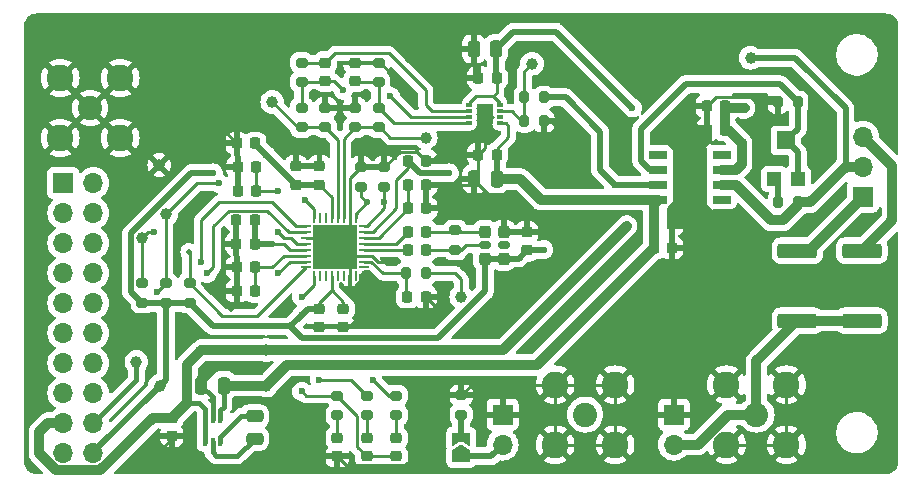
<source format=gbr>
%TF.GenerationSoftware,KiCad,Pcbnew,8.0.6*%
%TF.CreationDate,2025-05-09T15:02:35+02:00*%
%TF.ProjectId,pulse-shaping-extension-v1.1,70756c73-652d-4736-9861-70696e672d65,rev?*%
%TF.SameCoordinates,PX3d09000PY6590fa0*%
%TF.FileFunction,Copper,L1,Top*%
%TF.FilePolarity,Positive*%
%FSLAX46Y46*%
G04 Gerber Fmt 4.6, Leading zero omitted, Abs format (unit mm)*
G04 Created by KiCad (PCBNEW 8.0.6) date 2025-05-09 15:02:35*
%MOMM*%
%LPD*%
G01*
G04 APERTURE LIST*
G04 Aperture macros list*
%AMRoundRect*
0 Rectangle with rounded corners*
0 $1 Rounding radius*
0 $2 $3 $4 $5 $6 $7 $8 $9 X,Y pos of 4 corners*
0 Add a 4 corners polygon primitive as box body*
4,1,4,$2,$3,$4,$5,$6,$7,$8,$9,$2,$3,0*
0 Add four circle primitives for the rounded corners*
1,1,$1+$1,$2,$3*
1,1,$1+$1,$4,$5*
1,1,$1+$1,$6,$7*
1,1,$1+$1,$8,$9*
0 Add four rect primitives between the rounded corners*
20,1,$1+$1,$2,$3,$4,$5,0*
20,1,$1+$1,$4,$5,$6,$7,0*
20,1,$1+$1,$6,$7,$8,$9,0*
20,1,$1+$1,$8,$9,$2,$3,0*%
%AMFreePoly0*
4,1,6,1.000000,0.000000,0.500000,-0.750000,-0.500000,-0.750000,-0.500000,0.750000,0.500000,0.750000,1.000000,0.000000,1.000000,0.000000,$1*%
%AMFreePoly1*
4,1,6,0.500000,-0.750000,-0.650000,-0.750000,-0.150000,0.000000,-0.650000,0.750000,0.500000,0.750000,0.500000,-0.750000,0.500000,-0.750000,$1*%
G04 Aperture macros list end*
%TA.AperFunction,SMDPad,CuDef*%
%ADD10RoundRect,0.218750X-0.256250X0.218750X-0.256250X-0.218750X0.256250X-0.218750X0.256250X0.218750X0*%
%TD*%
%TA.AperFunction,SMDPad,CuDef*%
%ADD11RoundRect,0.225000X0.250000X-0.225000X0.250000X0.225000X-0.250000X0.225000X-0.250000X-0.225000X0*%
%TD*%
%TA.AperFunction,SMDPad,CuDef*%
%ADD12RoundRect,0.225000X-0.225000X-0.250000X0.225000X-0.250000X0.225000X0.250000X-0.225000X0.250000X0*%
%TD*%
%TA.AperFunction,SMDPad,CuDef*%
%ADD13C,1.000000*%
%TD*%
%TA.AperFunction,ComponentPad*%
%ADD14R,1.700000X1.700000*%
%TD*%
%TA.AperFunction,ComponentPad*%
%ADD15O,1.700000X1.700000*%
%TD*%
%TA.AperFunction,SMDPad,CuDef*%
%ADD16R,0.812800X0.254000*%
%TD*%
%TA.AperFunction,SMDPad,CuDef*%
%ADD17R,0.254000X0.812800*%
%TD*%
%TA.AperFunction,SMDPad,CuDef*%
%ADD18R,3.759200X3.759200*%
%TD*%
%TA.AperFunction,SMDPad,CuDef*%
%ADD19RoundRect,0.200000X-0.275000X0.200000X-0.275000X-0.200000X0.275000X-0.200000X0.275000X0.200000X0*%
%TD*%
%TA.AperFunction,SMDPad,CuDef*%
%ADD20RoundRect,0.250000X-0.250000X-0.475000X0.250000X-0.475000X0.250000X0.475000X-0.250000X0.475000X0*%
%TD*%
%TA.AperFunction,SMDPad,CuDef*%
%ADD21R,1.200000X1.200000*%
%TD*%
%TA.AperFunction,SMDPad,CuDef*%
%ADD22R,1.600000X1.500000*%
%TD*%
%TA.AperFunction,ComponentPad*%
%ADD23C,2.050000*%
%TD*%
%TA.AperFunction,ComponentPad*%
%ADD24C,2.250000*%
%TD*%
%TA.AperFunction,SMDPad,CuDef*%
%ADD25RoundRect,0.200000X0.200000X0.275000X-0.200000X0.275000X-0.200000X-0.275000X0.200000X-0.275000X0*%
%TD*%
%TA.AperFunction,SMDPad,CuDef*%
%ADD26RoundRect,0.225000X0.225000X0.250000X-0.225000X0.250000X-0.225000X-0.250000X0.225000X-0.250000X0*%
%TD*%
%TA.AperFunction,SMDPad,CuDef*%
%ADD27RoundRect,0.225000X-0.250000X0.225000X-0.250000X-0.225000X0.250000X-0.225000X0.250000X0.225000X0*%
%TD*%
%TA.AperFunction,SMDPad,CuDef*%
%ADD28RoundRect,0.250000X1.425000X-0.362500X1.425000X0.362500X-1.425000X0.362500X-1.425000X-0.362500X0*%
%TD*%
%TA.AperFunction,SMDPad,CuDef*%
%ADD29RoundRect,0.200000X0.275000X-0.200000X0.275000X0.200000X-0.275000X0.200000X-0.275000X-0.200000X0*%
%TD*%
%TA.AperFunction,SMDPad,CuDef*%
%ADD30RoundRect,0.200000X-0.200000X-0.275000X0.200000X-0.275000X0.200000X0.275000X-0.200000X0.275000X0*%
%TD*%
%TA.AperFunction,SMDPad,CuDef*%
%ADD31RoundRect,0.250000X0.250000X0.275000X-0.250000X0.275000X-0.250000X-0.275000X0.250000X-0.275000X0*%
%TD*%
%TA.AperFunction,SMDPad,CuDef*%
%ADD32RoundRect,0.162500X0.337500X0.162500X-0.337500X0.162500X-0.337500X-0.162500X0.337500X-0.162500X0*%
%TD*%
%TA.AperFunction,SMDPad,CuDef*%
%ADD33RoundRect,0.015000X-0.760000X-0.285000X0.760000X-0.285000X0.760000X0.285000X-0.760000X0.285000X0*%
%TD*%
%TA.AperFunction,ComponentPad*%
%ADD34C,0.300000*%
%TD*%
%TA.AperFunction,SMDPad,CuDef*%
%ADD35R,2.950000X4.900000*%
%TD*%
%TA.AperFunction,SMDPad,CuDef*%
%ADD36RoundRect,0.087500X-0.200000X-0.087500X0.200000X-0.087500X0.200000X0.087500X-0.200000X0.087500X0*%
%TD*%
%TA.AperFunction,HeatsinkPad*%
%ADD37R,1.450000X1.740000*%
%TD*%
%TA.AperFunction,SMDPad,CuDef*%
%ADD38RoundRect,0.250000X0.475000X-0.250000X0.475000X0.250000X-0.475000X0.250000X-0.475000X-0.250000X0*%
%TD*%
%TA.AperFunction,SMDPad,CuDef*%
%ADD39FreePoly0,90.000000*%
%TD*%
%TA.AperFunction,SMDPad,CuDef*%
%ADD40FreePoly1,90.000000*%
%TD*%
%TA.AperFunction,SMDPad,CuDef*%
%ADD41RoundRect,0.218750X0.256250X-0.218750X0.256250X0.218750X-0.256250X0.218750X-0.256250X-0.218750X0*%
%TD*%
%TA.AperFunction,SMDPad,CuDef*%
%ADD42RoundRect,0.100000X-0.100000X0.225000X-0.100000X-0.225000X0.100000X-0.225000X0.100000X0.225000X0*%
%TD*%
%TA.AperFunction,ViaPad*%
%ADD43C,0.500000*%
%TD*%
%TA.AperFunction,ViaPad*%
%ADD44C,0.600000*%
%TD*%
%TA.AperFunction,ViaPad*%
%ADD45C,0.700000*%
%TD*%
%TA.AperFunction,Conductor*%
%ADD46C,0.254000*%
%TD*%
%TA.AperFunction,Conductor*%
%ADD47C,0.818000*%
%TD*%
%TA.AperFunction,Conductor*%
%ADD48C,0.381000*%
%TD*%
%TA.AperFunction,Conductor*%
%ADD49C,0.508000*%
%TD*%
%TA.AperFunction,Conductor*%
%ADD50C,0.409000*%
%TD*%
%TA.AperFunction,Conductor*%
%ADD51C,0.127000*%
%TD*%
G04 APERTURE END LIST*
D10*
%TO.P,D3,1,K*%
%TO.N,Net-(D3-K)*%
X32000000Y3575000D03*
%TO.P,D3,2,A*%
%TO.N,+3V3*%
X32000000Y2000000D03*
%TD*%
D11*
%TO.P,C15,1*%
%TO.N,GND*%
X25500000Y12950000D03*
%TO.P,C15,2*%
%TO.N,+3V3*%
X25500000Y14500000D03*
%TD*%
D12*
%TO.P,C30,1*%
%TO.N,GND*%
X38950000Y27550000D03*
%TO.P,C30,2*%
%TO.N,-5V*%
X40500000Y27550000D03*
%TD*%
D13*
%TO.P,TP8,1,1*%
%TO.N,-5V*%
X21000000Y8000000D03*
%TD*%
D11*
%TO.P,C29,1*%
%TO.N,GND*%
X13000000Y3725000D03*
%TO.P,C29,2*%
%TO.N,+5V*%
X13000000Y5275000D03*
%TD*%
D14*
%TO.P,J6,1,Pin_1*%
%TO.N,Net-(J6-Pin_1)*%
X71500000Y24000000D03*
D15*
%TO.P,J6,2,Pin_2*%
%TO.N,/AMPL_VOUT*%
X71500000Y26540000D03*
%TO.P,J6,3,Pin_3*%
%TO.N,Net-(J6-Pin_3)*%
X71500000Y29080000D03*
%TD*%
D16*
%TO.P,U1,1,SCLK*%
%TO.N,/SCK*%
X24350000Y21499998D03*
%TO.P,U1,2,SDIO*%
%TO.N,/MOSI*%
X24350000Y20999999D03*
%TO.P,U1,3,DGND*%
%TO.N,GND*%
X24350000Y20500000D03*
%TO.P,U1,4,DLDO2*%
%TO.N,/LDO2*%
X24350000Y19999999D03*
%TO.P,U1,5,DVDD*%
%TO.N,+3V3*%
X24350000Y19499999D03*
%TO.P,U1,6,DLDO1*%
%TO.N,/LDO1*%
X24350000Y18999998D03*
%TO.P,U1,7,SDO/SDI2/DOUT*%
%TO.N,/MISO*%
X24350000Y18499999D03*
%TO.P,U1,8,\u002ACS*%
%TO.N,/CSn*%
X24350000Y18000000D03*
D17*
%TO.P,U1,9,\u002ARESET*%
%TO.N,/RSTn*%
X25051101Y17298899D03*
%TO.P,U1,10,NC*%
%TO.N,unconnected-(U1-NC-Pad10)*%
X25551100Y17298899D03*
%TO.P,U1,11,NC*%
%TO.N,unconnected-(U1-NC-Pad11)*%
X26051099Y17298899D03*
%TO.P,U1,12,AVDD2*%
%TO.N,+3V3*%
X26551100Y17298899D03*
%TO.P,U1,13,NC*%
%TO.N,unconnected-(U1-NC-Pad13)*%
X27051100Y17298899D03*
%TO.P,U1,14,NC*%
%TO.N,unconnected-(U1-NC-Pad14)*%
X27551101Y17298899D03*
%TO.P,U1,15,AGND*%
%TO.N,GND*%
X28051100Y17298899D03*
%TO.P,U1,16,NC*%
%TO.N,unconnected-(U1-NC-Pad16)*%
X28551099Y17298899D03*
D16*
%TO.P,U1,17,NC*%
%TO.N,unconnected-(U1-NC-Pad17)*%
X29252200Y18000000D03*
%TO.P,U1,18,REFIO*%
%TO.N,/REFIO*%
X29252200Y18499999D03*
%TO.P,U1,19,CLKGND*%
%TO.N,GND*%
X29252200Y18999998D03*
%TO.P,U1,20,CLKN*%
%TO.N,Net-(U1-CLKN)*%
X29252200Y19499999D03*
%TO.P,U1,21,CLKP*%
%TO.N,Net-(U1-CLKP)*%
X29252200Y19999999D03*
%TO.P,U1,22,CLDO*%
%TO.N,/CLKLDO*%
X29252200Y20500000D03*
%TO.P,U1,23,CLKVDD*%
%TO.N,+3V3*%
X29252200Y20999999D03*
%TO.P,U1,24,CAL_SENSE*%
%TO.N,Net-(JP1-A)*%
X29252200Y21499998D03*
D17*
%TO.P,U1,25,FSADJ*%
%TO.N,Net-(JP1-B)*%
X28551099Y22201099D03*
%TO.P,U1,26,AGND*%
%TO.N,GND*%
X28051100Y22201099D03*
%TO.P,U1,27,IOUTP*%
%TO.N,/IOUTP*%
X27551101Y22201099D03*
%TO.P,U1,28,IOUTN*%
%TO.N,/IOUTN*%
X27051100Y22201099D03*
%TO.P,U1,29,AVDD1*%
%TO.N,+3V3*%
X26551100Y22201099D03*
%TO.P,U1,30,NC*%
%TO.N,unconnected-(U1-NC-Pad30)*%
X26051099Y22201099D03*
%TO.P,U1,31,NC*%
%TO.N,unconnected-(U1-NC-Pad31)*%
X25551100Y22201099D03*
%TO.P,U1,32,\u002ATRIGGER*%
%TO.N,/TRIG*%
X25051101Y22201099D03*
D18*
%TO.P,U1,33,EPAD*%
%TO.N,GND*%
X26801100Y19749999D03*
%TD*%
D13*
%TO.P,TP9,1,1*%
%TO.N,/IOUTP*%
X34500000Y29000000D03*
%TD*%
%TO.P,TP4,1,1*%
%TO.N,+5V*%
X21000000Y11000000D03*
%TD*%
D19*
%TO.P,R12,1*%
%TO.N,GND*%
X26000000Y31500000D03*
%TO.P,R12,2*%
%TO.N,/IOUTN*%
X26000000Y29850000D03*
%TD*%
D20*
%TO.P,C28,1*%
%TO.N,GND*%
X38550000Y36500000D03*
%TO.P,C28,2*%
%TO.N,+5V*%
X40450000Y36500000D03*
%TD*%
D12*
%TO.P,C27,1*%
%TO.N,GND*%
X38950000Y34050000D03*
%TO.P,C27,2*%
%TO.N,+5V*%
X40500000Y34050000D03*
%TD*%
D19*
%TO.P,R15,1*%
%TO.N,GND*%
X30500000Y35350000D03*
%TO.P,R15,2*%
%TO.N,/+IN*%
X30500000Y33700000D03*
%TD*%
D13*
%TO.P,TP7,1,1*%
%TO.N,/RSTn*%
X10500000Y20500000D03*
%TD*%
D14*
%TO.P,J4,1,Pin_1*%
%TO.N,GND*%
X41000000Y5540000D03*
D15*
%TO.P,J4,2,Pin_2*%
%TO.N,/AMPL_VIN+*%
X41000000Y3000000D03*
%TD*%
D21*
%TO.P,RV1,1,1*%
%TO.N,Net-(R22-Pad2)*%
X64000000Y25500000D03*
D22*
%TO.P,RV1,2,2*%
%TO.N,/AMPL_VIN-*%
X65000000Y28750000D03*
D21*
%TO.P,RV1,3,3*%
X66000000Y25500000D03*
%TD*%
D23*
%TO.P,J2,1,In*%
%TO.N,/AMPL_VIN+*%
X48000000Y5540000D03*
D24*
%TO.P,J2,2,Ext*%
%TO.N,GND*%
X45460000Y8080000D03*
X45460000Y3000000D03*
X50540000Y8080000D03*
X50540000Y3000000D03*
%TD*%
D25*
%TO.P,R6,1*%
%TO.N,Net-(R6-Pad1)*%
X34500000Y17500000D03*
%TO.P,R6,2*%
%TO.N,/REFIO*%
X32850000Y17500000D03*
%TD*%
D26*
%TO.P,C1,1*%
%TO.N,Net-(X1-OUT+)*%
X34550000Y21000000D03*
%TO.P,C1,2*%
%TO.N,Net-(U1-CLKP)*%
X33000000Y21000000D03*
%TD*%
%TO.P,C9,1*%
%TO.N,GND*%
X34550000Y23000000D03*
%TO.P,C9,2*%
%TO.N,/CLKLDO*%
X33000000Y23000000D03*
%TD*%
D27*
%TO.P,C26,1*%
%TO.N,/FB*%
X26000000Y35350000D03*
%TO.P,C26,2*%
%TO.N,/-IN*%
X26000000Y33800000D03*
%TD*%
D14*
%TO.P,J1,1,Pin_1*%
%TO.N,unconnected-(J1-Pin_1-Pad1)*%
X3810000Y25146000D03*
D15*
%TO.P,J1,2,Pin_2*%
%TO.N,unconnected-(J1-Pin_2-Pad2)*%
X6350000Y25146000D03*
%TO.P,J1,3,Pin_3*%
%TO.N,unconnected-(J1-Pin_3-Pad3)*%
X3810000Y22606000D03*
%TO.P,J1,4,Pin_4*%
%TO.N,unconnected-(J1-Pin_4-Pad4)*%
X6350000Y22606000D03*
%TO.P,J1,5,Pin_5*%
%TO.N,unconnected-(J1-Pin_5-Pad5)*%
X3810000Y20066000D03*
%TO.P,J1,6,Pin_6*%
%TO.N,/MISO*%
X6350000Y20066000D03*
%TO.P,J1,7,Pin_7*%
%TO.N,/RSTn*%
X3810000Y17526000D03*
%TO.P,J1,8,Pin_8*%
%TO.N,/CSn*%
X6350000Y17526000D03*
%TO.P,J1,9,Pin_9*%
%TO.N,/TRIG*%
X3810000Y14986000D03*
%TO.P,J1,10,Pin_10*%
%TO.N,/SCK*%
X6350000Y14986000D03*
%TO.P,J1,11,Pin_11*%
%TO.N,unconnected-(J1-Pin_11-Pad11)*%
X3810000Y12446000D03*
%TO.P,J1,12,Pin_12*%
%TO.N,/MOSI*%
X6350000Y12446000D03*
%TO.P,J1,13,Pin_13*%
%TO.N,unconnected-(J1-Pin_13-Pad13)*%
X3810000Y9906000D03*
%TO.P,J1,14,Pin_14*%
%TO.N,unconnected-(J1-Pin_14-Pad14)*%
X6350000Y9906000D03*
%TO.P,J1,15,Pin_15*%
%TO.N,unconnected-(J1-Pin_15-Pad15)*%
X3810000Y7366000D03*
%TO.P,J1,16,Pin_16*%
%TO.N,unconnected-(J1-Pin_16-Pad16)*%
X6350000Y7366000D03*
%TO.P,J1,17,Pin_17*%
%TO.N,+5V*%
X3810000Y4826000D03*
%TO.P,J1,18,Pin_18*%
%TO.N,VCC*%
X6350000Y4826000D03*
%TO.P,J1,19,Pin_19*%
%TO.N,GND*%
X3810000Y2286000D03*
%TO.P,J1,20,Pin_20*%
%TO.N,+3V3*%
X6350000Y2286000D03*
%TD*%
D28*
%TO.P,R20,1*%
%TO.N,/OUT*%
X71420000Y13500000D03*
%TO.P,R20,2*%
%TO.N,Net-(J6-Pin_3)*%
X71420000Y19425000D03*
%TD*%
D12*
%TO.P,C6,1*%
%TO.N,GND*%
X18575000Y24500000D03*
%TO.P,C6,2*%
%TO.N,/LDO2*%
X20125000Y24500000D03*
%TD*%
D13*
%TO.P,TP11,1,1*%
%TO.N,/INTERM*%
X43500000Y35250000D03*
%TD*%
D29*
%TO.P,R2,1*%
%TO.N,+3V3*%
X12500000Y15000000D03*
%TO.P,R2,2*%
%TO.N,/TRIG*%
X12500000Y16650000D03*
%TD*%
D25*
%TO.P,R17,1*%
%TO.N,GND*%
X44500000Y30397500D03*
%TO.P,R17,2*%
%TO.N,/INTERM*%
X42850000Y30397500D03*
%TD*%
D12*
%TO.P,C13,1*%
%TO.N,GND*%
X18450000Y22000000D03*
%TO.P,C13,2*%
%TO.N,+3V3*%
X20000000Y22000000D03*
%TD*%
D30*
%TO.P,R18,1*%
%TO.N,/INTERM*%
X42850000Y32397500D03*
%TO.P,R18,2*%
%TO.N,/AMPL_VIN+*%
X44500000Y32397500D03*
%TD*%
D13*
%TO.P,TP10,1,1*%
%TO.N,/IOUTN*%
X21500000Y32000000D03*
%TD*%
D26*
%TO.P,C2,1*%
%TO.N,Net-(X1-OUT-)*%
X34550000Y19500000D03*
%TO.P,C2,2*%
%TO.N,Net-(U1-CLKN)*%
X33000000Y19500000D03*
%TD*%
D12*
%TO.P,C7,1*%
%TO.N,GND*%
X18575000Y26500000D03*
%TO.P,C7,2*%
%TO.N,/LDO2*%
X20125000Y26500000D03*
%TD*%
D31*
%TO.P,X1,1,OE*%
%TO.N,+3V3*%
X41100000Y18750000D03*
D32*
%TO.P,X1,2,NC*%
%TO.N,unconnected-(X1-NC-Pad2)*%
X41100000Y19875000D03*
D31*
%TO.P,X1,3,GND*%
%TO.N,GND*%
X41100000Y21000000D03*
%TO.P,X1,4,OUT+*%
%TO.N,Net-(X1-OUT+)*%
X39500000Y21000000D03*
D32*
%TO.P,X1,5,OUT-*%
%TO.N,Net-(X1-OUT-)*%
X39500000Y19875000D03*
D31*
%TO.P,X1,6,VDD*%
%TO.N,+3V3*%
X39500000Y18750000D03*
%TD*%
D13*
%TO.P,TP3,1,1*%
%TO.N,+3V3*%
X12000000Y8000000D03*
%TD*%
D23*
%TO.P,J3,1,In*%
%TO.N,/OUT*%
X62500000Y5540000D03*
D24*
%TO.P,J3,2,Ext*%
%TO.N,GND*%
X59960000Y8080000D03*
X59960000Y3000000D03*
X65040000Y8080000D03*
X65040000Y3000000D03*
%TD*%
D33*
%TO.P,U4,1*%
%TO.N,N/C*%
X54150000Y27555000D03*
%TO.P,U4,2,VIN-*%
%TO.N,/AMPL_VIN-*%
X54150000Y26285000D03*
%TO.P,U4,3,VIN+*%
%TO.N,/AMPL_VIN+*%
X54150000Y25015000D03*
%TO.P,U4,4,VS-*%
%TO.N,-5V*%
X54150000Y23745000D03*
%TO.P,U4,5*%
%TO.N,N/C*%
X59550000Y23745000D03*
%TO.P,U4,6,VOUT*%
%TO.N,/AMPL_VOUT*%
X59550000Y25015000D03*
%TO.P,U4,7,VS+*%
%TO.N,+5V*%
X59550000Y26285000D03*
%TO.P,U4,8*%
%TO.N,N/C*%
X59550000Y27555000D03*
D34*
%TO.P,U4,9,POWER_PAD*%
%TO.N,GND*%
X56200000Y27600000D03*
X56200000Y26300000D03*
X56200000Y25000000D03*
X56200000Y23700000D03*
D35*
X56850000Y25650000D03*
D34*
X57500000Y27600000D03*
X57500000Y26300000D03*
X57500000Y25000000D03*
X57500000Y23700000D03*
%TD*%
D29*
%TO.P,R5,1*%
%TO.N,Net-(JP1-B)*%
X29000000Y24850000D03*
%TO.P,R5,2*%
%TO.N,GND*%
X29000000Y26500000D03*
%TD*%
D26*
%TO.P,C23,1*%
%TO.N,GND*%
X55350000Y21650000D03*
%TO.P,C23,2*%
%TO.N,-5V*%
X53800000Y21650000D03*
%TD*%
D13*
%TO.P,TP12,1,1*%
%TO.N,/AMPL_VOUT*%
X62000000Y35750000D03*
%TD*%
D36*
%TO.P,U3,1,~{PD}*%
%TO.N,+5V*%
X38197500Y31712500D03*
%TO.P,U3,2,FB*%
%TO.N,/FB*%
X38197500Y31212500D03*
%TO.P,U3,3,-*%
%TO.N,/-IN*%
X38197500Y30712500D03*
%TO.P,U3,4,+*%
%TO.N,/+IN*%
X38197500Y30212500D03*
%TO.P,U3,5,-V_{S}*%
%TO.N,-5V*%
X40772500Y30212500D03*
%TO.P,U3,6*%
%TO.N,unconnected-(U3-Pad6)*%
X40772500Y30712500D03*
%TO.P,U3,7*%
%TO.N,/INTERM*%
X40772500Y31212500D03*
%TO.P,U3,8,+V_{S}*%
%TO.N,+5V*%
X40772500Y31712500D03*
D37*
%TO.P,U3,9,EP*%
%TO.N,GND*%
X39485000Y30962500D03*
%TD*%
D29*
%TO.P,R11,1*%
%TO.N,/IOUTP*%
X28500000Y29850000D03*
%TO.P,R11,2*%
%TO.N,GND*%
X28500000Y31500000D03*
%TD*%
D20*
%TO.P,C31,1*%
%TO.N,GND*%
X38600000Y25500000D03*
%TO.P,C31,2*%
%TO.N,-5V*%
X40500000Y25500000D03*
%TD*%
D26*
%TO.P,C17,1*%
%TO.N,GND*%
X34550000Y27000000D03*
%TO.P,C17,2*%
%TO.N,+3V3*%
X33000000Y27000000D03*
%TD*%
D38*
%TO.P,C19,1*%
%TO.N,Net-(U5-C1-)*%
X20000000Y3500000D03*
%TO.P,C19,2*%
%TO.N,Net-(U5-C1+)*%
X20000000Y5400000D03*
%TD*%
D19*
%TO.P,R14,1*%
%TO.N,/-IN*%
X24000000Y31500000D03*
%TO.P,R14,2*%
%TO.N,/IOUTN*%
X24000000Y29850000D03*
%TD*%
D10*
%TO.P,D2,1,K*%
%TO.N,Net-(D2-K)*%
X29500000Y3575000D03*
%TO.P,D2,2,A*%
%TO.N,+3V3*%
X29500000Y2000000D03*
%TD*%
D19*
%TO.P,R13,1*%
%TO.N,/+IN*%
X30500000Y31500000D03*
%TO.P,R13,2*%
%TO.N,/IOUTP*%
X30500000Y29850000D03*
%TD*%
D13*
%TO.P,TP6,1,1*%
%TO.N,/TRIG*%
X12500000Y22500000D03*
%TD*%
D26*
%TO.P,C24,1*%
%TO.N,GND*%
X55350000Y19650000D03*
%TO.P,C24,2*%
%TO.N,-5V*%
X53800000Y19650000D03*
%TD*%
D13*
%TO.P,TP2,1,1*%
%TO.N,GND*%
X11938000Y26670000D03*
%TD*%
D19*
%TO.P,R21,1*%
%TO.N,GND*%
X37500000Y7190000D03*
%TO.P,R21,2*%
%TO.N,Net-(JP3-B)*%
X37500000Y5540000D03*
%TD*%
%TO.P,R8,1*%
%TO.N,+3V3*%
X27000000Y7150000D03*
%TO.P,R8,2*%
%TO.N,Net-(D1-A)*%
X27000000Y5500000D03*
%TD*%
D13*
%TO.P,TP1,1,1*%
%TO.N,Net-(R6-Pad1)*%
X37500000Y15500000D03*
%TD*%
D12*
%TO.P,C12,1*%
%TO.N,GND*%
X18450000Y20000000D03*
%TO.P,C12,2*%
%TO.N,+3V3*%
X20000000Y20000000D03*
%TD*%
D39*
%TO.P,JP3,1,A*%
%TO.N,/AMPL_VIN+*%
X37500000Y2040000D03*
D40*
%TO.P,JP3,2,B*%
%TO.N,Net-(JP3-B)*%
X37500000Y3490000D03*
%TD*%
D25*
%TO.P,R19,1*%
%TO.N,/AMPL_VIN-*%
X66000000Y32000000D03*
%TO.P,R19,2*%
%TO.N,GND*%
X64350000Y32000000D03*
%TD*%
D12*
%TO.P,C22,1*%
%TO.N,GND*%
X58300000Y31650000D03*
%TO.P,C22,2*%
%TO.N,+5V*%
X59850000Y31650000D03*
%TD*%
D29*
%TO.P,R10,1*%
%TO.N,Net-(D3-K)*%
X32000000Y5500000D03*
%TO.P,R10,2*%
%TO.N,/TRIG*%
X32000000Y7150000D03*
%TD*%
%TO.P,R1,1*%
%TO.N,+3V3*%
X10500000Y15000000D03*
%TO.P,R1,2*%
%TO.N,/RSTn*%
X10500000Y16650000D03*
%TD*%
%TO.P,R7,1*%
%TO.N,Net-(JP1-A)*%
X31000000Y24850000D03*
%TO.P,R7,2*%
%TO.N,GND*%
X31000000Y26500000D03*
%TD*%
D26*
%TO.P,C8,1*%
%TO.N,GND*%
X34500000Y15500000D03*
%TO.P,C8,2*%
%TO.N,/REFIO*%
X32950000Y15500000D03*
%TD*%
D29*
%TO.P,R3,1*%
%TO.N,+3V3*%
X14500000Y15000000D03*
%TO.P,R3,2*%
%TO.N,/CSn*%
X14500000Y16650000D03*
%TD*%
D27*
%TO.P,C18,1*%
%TO.N,GND*%
X25500000Y26550000D03*
%TO.P,C18,2*%
%TO.N,+3V3*%
X25500000Y25000000D03*
%TD*%
D12*
%TO.P,C16,1*%
%TO.N,GND*%
X18500000Y28500000D03*
%TO.P,C16,2*%
%TO.N,+3V3*%
X20050000Y28500000D03*
%TD*%
D23*
%TO.P,J7,1,In*%
%TO.N,GND*%
X6096000Y31496000D03*
D24*
%TO.P,J7,2,Ext*%
X3556000Y34036000D03*
X3556000Y28956000D03*
X8636000Y34036000D03*
X8636000Y28956000D03*
%TD*%
D11*
%TO.P,C14,1*%
%TO.N,GND*%
X27500000Y12950000D03*
%TO.P,C14,2*%
%TO.N,+3V3*%
X27500000Y14500000D03*
%TD*%
D14*
%TO.P,J5,1,Pin_1*%
%TO.N,GND*%
X55500000Y5540000D03*
D15*
%TO.P,J5,2,Pin_2*%
%TO.N,/OUT*%
X55500000Y3000000D03*
%TD*%
D12*
%TO.P,C21,1*%
%TO.N,GND*%
X58300000Y29650000D03*
%TO.P,C21,2*%
%TO.N,+5V*%
X59850000Y29650000D03*
%TD*%
D26*
%TO.P,C10,1*%
%TO.N,GND*%
X34550000Y25000000D03*
%TO.P,C10,2*%
%TO.N,/CLKLDO*%
X33000000Y25000000D03*
%TD*%
D27*
%TO.P,C25,1*%
%TO.N,GND*%
X28500000Y35350000D03*
%TO.P,C25,2*%
%TO.N,/+IN*%
X28500000Y33800000D03*
%TD*%
D20*
%TO.P,C20,1*%
%TO.N,GND*%
X15500000Y8000000D03*
%TO.P,C20,2*%
%TO.N,-5V*%
X17400000Y8000000D03*
%TD*%
D19*
%TO.P,R4,1*%
%TO.N,Net-(X1-OUT+)*%
X37000000Y21150000D03*
%TO.P,R4,2*%
%TO.N,Net-(X1-OUT-)*%
X37000000Y19500000D03*
%TD*%
D12*
%TO.P,C4,1*%
%TO.N,GND*%
X18500000Y16000000D03*
%TO.P,C4,2*%
%TO.N,/LDO1*%
X20050000Y16000000D03*
%TD*%
D28*
%TO.P,R23,1*%
%TO.N,/OUT*%
X65957500Y13500000D03*
%TO.P,R23,2*%
%TO.N,Net-(J6-Pin_1)*%
X65957500Y19425000D03*
%TD*%
D27*
%TO.P,C3,1*%
%TO.N,GND*%
X43050000Y21000000D03*
%TO.P,C3,2*%
%TO.N,+3V3*%
X43050000Y19450000D03*
%TD*%
D29*
%TO.P,R9,1*%
%TO.N,Net-(D2-K)*%
X29500000Y5500000D03*
%TO.P,R9,2*%
%TO.N,/RSTn*%
X29500000Y7150000D03*
%TD*%
D12*
%TO.P,C5,1*%
%TO.N,GND*%
X18500000Y18000000D03*
%TO.P,C5,2*%
%TO.N,/LDO1*%
X20050000Y18000000D03*
%TD*%
D25*
%TO.P,R22,1*%
%TO.N,/AMPL_VOUT*%
X66000000Y23500000D03*
%TO.P,R22,2*%
%TO.N,Net-(R22-Pad2)*%
X64350000Y23500000D03*
%TD*%
D27*
%TO.P,C11,1*%
%TO.N,GND*%
X23500000Y26550000D03*
%TO.P,C11,2*%
%TO.N,+3V3*%
X23500000Y25000000D03*
%TD*%
D13*
%TO.P,TP5,1,1*%
%TO.N,VCC*%
X10000000Y10000000D03*
%TD*%
D19*
%TO.P,R16,1*%
%TO.N,/FB*%
X24000000Y35350000D03*
%TO.P,R16,2*%
%TO.N,/-IN*%
X24000000Y33700000D03*
%TD*%
D41*
%TO.P,D1,1,K*%
%TO.N,GND*%
X27000000Y2000000D03*
%TO.P,D1,2,A*%
%TO.N,Net-(D1-A)*%
X27000000Y3575000D03*
%TD*%
D42*
%TO.P,U5,1,OUT*%
%TO.N,-5V*%
X17094000Y5126000D03*
%TO.P,U5,2,GND*%
%TO.N,GND*%
X16444000Y5126000D03*
%TO.P,U5,3,/SHDN*%
%TO.N,+5V*%
X15794000Y5126000D03*
%TO.P,U5,4,IN*%
X15794000Y3226000D03*
%TO.P,U5,5,C1-*%
%TO.N,Net-(U5-C1-)*%
X16444000Y3226000D03*
%TO.P,U5,6,C1+*%
%TO.N,Net-(U5-C1+)*%
X17094000Y3226000D03*
%TD*%
D43*
%TO.N,GND*%
X60960000Y22860000D03*
X68580000Y7620000D03*
X55880000Y12700000D03*
X66040000Y17780000D03*
D44*
X38000000Y18000000D03*
D43*
X53340000Y10160000D03*
X18000000Y14500000D03*
X60960000Y20320000D03*
X40640000Y12700000D03*
D44*
X17500000Y29500000D03*
D43*
X48260000Y38500000D03*
X55880000Y17780000D03*
X17780000Y33020000D03*
X48260000Y25400000D03*
X50800000Y38500000D03*
X53340000Y12700000D03*
X63500000Y20320000D03*
X48260000Y27940000D03*
X60960000Y15240000D03*
X53340000Y33020000D03*
X53340000Y35560000D03*
X66040000Y15240000D03*
X71120000Y7620000D03*
X50800000Y10160000D03*
D44*
X36000000Y28000000D03*
X45750000Y35000000D03*
D43*
X73660000Y10160000D03*
X45720000Y20320000D03*
X20320000Y30480000D03*
X66040000Y10160000D03*
X73660000Y7620000D03*
X22860000Y2540000D03*
X45720000Y25400000D03*
X17780000Y35560000D03*
X25400000Y2540000D03*
D44*
X46000000Y29500000D03*
X37000000Y36500000D03*
D43*
X58420000Y15240000D03*
X33020000Y38500000D03*
X60960000Y38500000D03*
X43180000Y17780000D03*
X55880000Y38500000D03*
X12700000Y30480000D03*
X25400000Y5080000D03*
X15240000Y33020000D03*
D44*
X22250000Y14250000D03*
D43*
X53340000Y38500000D03*
X73660000Y15240000D03*
X53340000Y15240000D03*
X50800000Y12700000D03*
X63740000Y30240000D03*
X35560000Y33020000D03*
D44*
X11500000Y2000000D03*
D43*
X68580000Y17780000D03*
X43180000Y15240000D03*
X58420000Y38500000D03*
D44*
X39485000Y29000000D03*
D43*
X68580000Y15240000D03*
X60960000Y10160000D03*
X35560000Y35560000D03*
X12700000Y27940000D03*
X60960000Y17780000D03*
X60960000Y12700000D03*
D44*
X26000000Y32500000D03*
D43*
X55880000Y10160000D03*
X63500000Y12700000D03*
D44*
X50000000Y30250000D03*
D43*
X55880000Y35560000D03*
X38100000Y38500000D03*
X12700000Y33020000D03*
X58420000Y12700000D03*
X58420000Y20320000D03*
X15240000Y30480000D03*
X63500000Y15240000D03*
X43180000Y27940000D03*
X12700000Y35560000D03*
X40640000Y15240000D03*
D44*
X32000000Y34000000D03*
D43*
X20320000Y35560000D03*
D45*
X16500000Y9500000D03*
D44*
X14000000Y12500000D03*
D43*
X10160000Y25400000D03*
X15240000Y27940000D03*
X33020000Y35560000D03*
X60960000Y30480000D03*
D44*
X25500000Y28000000D03*
D43*
X58420000Y35560000D03*
X68580000Y10160000D03*
X73660000Y17780000D03*
D44*
X14500000Y23000000D03*
X29000000Y28000000D03*
D43*
X71120000Y10160000D03*
X35560000Y38500000D03*
X22860000Y5080000D03*
X71120000Y17780000D03*
D44*
X35500000Y14500000D03*
D43*
X71120000Y15240000D03*
D44*
X31500000Y18500000D03*
D43*
X45720000Y27940000D03*
X58420000Y17780000D03*
X55880000Y15240000D03*
X58420000Y10160000D03*
X63500000Y27940000D03*
X63500000Y17780000D03*
X17780000Y30480000D03*
X50800000Y35560000D03*
X45720000Y17780000D03*
X15240000Y35560000D03*
D45*
%TO.N,+5V*%
X61500000Y31500000D03*
X51500000Y21500000D03*
D44*
X52000000Y31500000D03*
%TO.N,/TRIG*%
X11773000Y15923000D03*
X24250000Y23750000D03*
X17000000Y25127000D03*
X30000000Y8500000D03*
%TO.N,+3V3*%
X21000000Y27500000D03*
X36500000Y26000000D03*
X16500000Y26000000D03*
X24000000Y14000000D03*
X24000000Y7500000D03*
X21500000Y20000000D03*
X44500000Y19500000D03*
D43*
%TO.N,/CSn*%
X14478000Y19304000D03*
D44*
%TO.N,/MOSI*%
X16000000Y17500000D03*
%TO.N,/MISO*%
X22000000Y17500000D03*
%TO.N,/SCK*%
X15500000Y18500000D03*
%TO.N,/RSTn*%
X24000000Y15500000D03*
X25500000Y8500000D03*
X11500000Y21000000D03*
%TO.N,/LDO2*%
X22000000Y24500000D03*
X22000000Y21000000D03*
%TO.N,Net-(JP1-B)*%
X29500000Y23500000D03*
%TO.N,Net-(JP1-A)*%
X31000000Y23500000D03*
%TO.N,/-IN*%
X31500000Y32500000D03*
X27500000Y33000000D03*
%TO.N,/AMPL_VIN+*%
X50500000Y25000000D03*
%TD*%
D46*
%TO.N,GND*%
X38550000Y34450000D02*
X38950000Y34050000D01*
X29000000Y28000000D02*
X29000000Y26500000D01*
D47*
X57000000Y30000000D02*
X56000000Y30000000D01*
D46*
X28051100Y20999999D02*
X28051100Y22201099D01*
X13000000Y3725000D02*
X13000000Y3500000D01*
X26801100Y19749999D02*
X28051100Y20999999D01*
X50540000Y3000000D02*
X53000000Y5460000D01*
X11500000Y2000000D02*
X11750000Y2250000D01*
X26801100Y19749999D02*
X28051100Y18499999D01*
X38950000Y27550000D02*
X38950000Y26500000D01*
X26801100Y19749999D02*
X27551101Y18999998D01*
X50540000Y3000000D02*
X45460000Y3000000D01*
X29252200Y18999998D02*
X29939601Y18999998D01*
D47*
X55000000Y29000000D02*
X55400000Y29000000D01*
D46*
X38600000Y25400000D02*
X41100000Y22900000D01*
X18500000Y16000000D02*
X18500000Y18000000D01*
D47*
X57000000Y30000000D02*
X57000000Y29000000D01*
X58000000Y22000000D02*
X58000000Y21000000D01*
D46*
X57637717Y25650000D02*
X56850000Y25650000D01*
X18500000Y15000000D02*
X18000000Y14500000D01*
D47*
X56200000Y28200000D02*
X57000000Y29000000D01*
D46*
X18500000Y16000000D02*
X18500000Y15000000D01*
X30650000Y35350000D02*
X32000000Y34000000D01*
D47*
X55350000Y22850000D02*
X56200000Y23700000D01*
D46*
X32735500Y1235500D02*
X34500000Y3000000D01*
X38550000Y36500000D02*
X38550000Y34450000D01*
D47*
X57500000Y27600000D02*
X57500000Y28000000D01*
D46*
X50540000Y8080000D02*
X50540000Y3000000D01*
X29000000Y14000000D02*
X27950000Y12950000D01*
X13000000Y3500000D02*
X11500000Y2000000D01*
D47*
X56200000Y23700000D02*
X55975000Y23475000D01*
D46*
X45460000Y8080000D02*
X50540000Y8080000D01*
D47*
X59000000Y22000000D02*
X59000000Y21000000D01*
D46*
X29939601Y18999998D02*
X30439599Y18500000D01*
X55350000Y21650000D02*
X55350000Y19650000D01*
D47*
X57500000Y28850000D02*
X57500000Y25000000D01*
X55350000Y21650000D02*
X55350000Y22850000D01*
D46*
X30500000Y35350000D02*
X30650000Y35350000D01*
X28051100Y22201099D02*
X28051100Y25551100D01*
D47*
X57500000Y28000000D02*
X58300000Y28800000D01*
D46*
X18450000Y20000000D02*
X18450000Y18050000D01*
X31000000Y26500000D02*
X32302000Y27802000D01*
D47*
X57500000Y23700000D02*
X57500000Y22500000D01*
X57500000Y23500000D02*
X59000000Y22000000D01*
X58300000Y29650000D02*
X57350000Y29650000D01*
D46*
X31000000Y26500000D02*
X29000000Y26500000D01*
X41000000Y5540000D02*
X41000000Y8080000D01*
D48*
X16444000Y7056000D02*
X15500000Y8000000D01*
D47*
X56200000Y27800000D02*
X55000000Y29000000D01*
D46*
X34500000Y15500000D02*
X35500000Y14500000D01*
D47*
X56850000Y23150000D02*
X56850000Y25650000D01*
D46*
X56200000Y26300000D02*
X57500000Y26300000D01*
X56200000Y25000000D02*
X57500000Y25000000D01*
X39485000Y29000000D02*
X39485000Y28085000D01*
X28500000Y35350000D02*
X30500000Y35350000D01*
X28051100Y15948900D02*
X29000000Y15000000D01*
D47*
X56000000Y23900000D02*
X56200000Y23700000D01*
X57500000Y23700000D02*
X57500000Y23500000D01*
D46*
X28051100Y18499999D02*
X28051100Y17298899D01*
D47*
X59000000Y21000000D02*
X58000000Y21000000D01*
D46*
X27950000Y12950000D02*
X27500000Y12950000D01*
X35000000Y27000000D02*
X36000000Y28000000D01*
D47*
X57500000Y22500000D02*
X57000000Y22000000D01*
D46*
X38600000Y25500000D02*
X38600000Y25400000D01*
X58300000Y31650000D02*
X58300000Y29650000D01*
X28051100Y25551100D02*
X29000000Y26500000D01*
X29000000Y15000000D02*
X29000000Y14000000D01*
X36190000Y7190000D02*
X37500000Y7190000D01*
X38950000Y26500000D02*
X38950000Y25850000D01*
X18450000Y18050000D02*
X18500000Y18000000D01*
X34500000Y3000000D02*
X34500000Y5500000D01*
X18575000Y28425000D02*
X18500000Y28500000D01*
D47*
X57000000Y24200000D02*
X57500000Y23700000D01*
X55000000Y30000000D02*
X56000000Y30000000D01*
D46*
X32302000Y27802000D02*
X33748000Y27802000D01*
D47*
X55350000Y21650000D02*
X56650000Y21650000D01*
D46*
X41100000Y21000000D02*
X43050000Y21000000D01*
X26051099Y20500000D02*
X24350000Y20500000D01*
X44500000Y30397500D02*
X45102500Y30397500D01*
X41100000Y22900000D02*
X41100000Y21000000D01*
D47*
X57500000Y22500000D02*
X58000000Y22000000D01*
D46*
X56200000Y27600000D02*
X56200000Y23700000D01*
X56200000Y27600000D02*
X57500000Y27600000D01*
D47*
X55000000Y30000000D02*
X55000000Y29000000D01*
X55350000Y21650000D02*
X55975000Y22275000D01*
D46*
X53000000Y5500000D02*
X53040000Y5540000D01*
X38600000Y25500000D02*
X38100000Y25000000D01*
D48*
X16444000Y5126000D02*
X16444000Y7056000D01*
D47*
X56650000Y21650000D02*
X57000000Y22000000D01*
D46*
X18575000Y26500000D02*
X18575000Y28425000D01*
X27000000Y2000000D02*
X27764500Y1235500D01*
D47*
X58300000Y28800000D02*
X58300000Y29650000D01*
D46*
X57500000Y27600000D02*
X57500000Y23700000D01*
D47*
X56200000Y27600000D02*
X56200000Y27800000D01*
D46*
X45460000Y8080000D02*
X41000000Y8080000D01*
X65040000Y3000000D02*
X65040000Y8080000D01*
X39485000Y30962500D02*
X39485000Y29000000D01*
D47*
X55975000Y23475000D02*
X55975000Y22275000D01*
D46*
X26000000Y31500000D02*
X26000000Y32500000D01*
X59960000Y3000000D02*
X65040000Y3000000D01*
X34550000Y25000000D02*
X34550000Y23000000D01*
D47*
X58000000Y21000000D02*
X57000000Y21000000D01*
D46*
X45102500Y30397500D02*
X46000000Y29500000D01*
X45460000Y3000000D02*
X45460000Y8080000D01*
X18450000Y22000000D02*
X18450000Y20000000D01*
X23500000Y26550000D02*
X25500000Y26550000D01*
D47*
X57000000Y29000000D02*
X57000000Y24200000D01*
D46*
X28500000Y31500000D02*
X26000000Y31500000D01*
X41000000Y8080000D02*
X38390000Y8080000D01*
D47*
X15500000Y8000000D02*
X15500000Y8500000D01*
D46*
X38950000Y25850000D02*
X38600000Y25500000D01*
X39485000Y28085000D02*
X38950000Y27550000D01*
X53000000Y5460000D02*
X53000000Y5500000D01*
X30439599Y18500000D02*
X31500000Y18500000D01*
X38550000Y36500000D02*
X37000000Y36500000D01*
X33748000Y27802000D02*
X34550000Y27000000D01*
X55500000Y5540000D02*
X57420000Y5540000D01*
D47*
X56000000Y29000000D02*
X56000000Y30000000D01*
D46*
X17500000Y29500000D02*
X18500000Y28500000D01*
X57420000Y5540000D02*
X59960000Y8080000D01*
D47*
X56200000Y27600000D02*
X56200000Y28200000D01*
X57000000Y21000000D02*
X57000000Y22000000D01*
D46*
X63898000Y32452000D02*
X59102000Y32452000D01*
D47*
X58300000Y29650000D02*
X57500000Y28850000D01*
D46*
X26801100Y19749999D02*
X26051099Y20500000D01*
X53040000Y5540000D02*
X55500000Y5540000D01*
X38390000Y8080000D02*
X37500000Y7190000D01*
D47*
X57350000Y29650000D02*
X57000000Y30000000D01*
D46*
X28051100Y17298899D02*
X28051100Y15948900D01*
X27500000Y12950000D02*
X25500000Y12950000D01*
X34500000Y5500000D02*
X36190000Y7190000D01*
X56200000Y23700000D02*
X57500000Y23700000D01*
X38100000Y25000000D02*
X34550000Y25000000D01*
X18575000Y26500000D02*
X18575000Y24500000D01*
X64350000Y32000000D02*
X63898000Y32452000D01*
D47*
X57000000Y29000000D02*
X56000000Y29000000D01*
X55975000Y22275000D02*
X56850000Y23150000D01*
D46*
X27551101Y18999998D02*
X29252200Y18999998D01*
D47*
X55400000Y29000000D02*
X56200000Y28200000D01*
D46*
X59102000Y32452000D02*
X58300000Y31650000D01*
X34550000Y27000000D02*
X35000000Y27000000D01*
X27764500Y1235500D02*
X32735500Y1235500D01*
X25500000Y26550000D02*
X25500000Y28000000D01*
D47*
X56000000Y29000000D02*
X56000000Y23900000D01*
X15500000Y8500000D02*
X16500000Y9500000D01*
D48*
%TO.N,+5V*%
X14252400Y6527400D02*
X15316600Y6527400D01*
D47*
X3205662Y827000D02*
X1778000Y2254662D01*
X1778000Y2254662D02*
X1778000Y4064000D01*
X60100000Y29650000D02*
X61250000Y28500000D01*
D46*
X39000000Y32500000D02*
X40196500Y32500000D01*
D47*
X61500000Y31500000D02*
X60000000Y31500000D01*
D49*
X40450000Y36500000D02*
X40450000Y34100000D01*
D47*
X21000000Y11000000D02*
X41000000Y11000000D01*
X15500000Y11000000D02*
X14252400Y9752400D01*
X21000000Y11000000D02*
X15500000Y11000000D01*
X14252400Y9752400D02*
X14252400Y6527400D01*
X60785000Y26285000D02*
X59550000Y26285000D01*
X59850000Y31650000D02*
X59850000Y29650000D01*
D46*
X40500000Y34050000D02*
X40500000Y32803500D01*
D47*
X59850000Y29650000D02*
X60100000Y29650000D01*
X41000000Y11000000D02*
X51500000Y21500000D01*
X13000000Y5275000D02*
X14252400Y6527400D01*
X2540000Y4826000D02*
X3810000Y4826000D01*
X61250000Y28500000D02*
X61250000Y26750000D01*
D48*
X15794000Y5126000D02*
X15794000Y3226000D01*
D49*
X45546000Y37954000D02*
X52000000Y31500000D01*
D47*
X61250000Y26750000D02*
X60785000Y26285000D01*
X13000000Y5275000D02*
X11402338Y5275000D01*
D46*
X40772500Y31924000D02*
X40772500Y31714500D01*
D47*
X6954338Y827000D02*
X3205662Y827000D01*
D46*
X40196500Y32500000D02*
X40772500Y31924000D01*
X38197500Y31924000D02*
X38197500Y31714500D01*
D47*
X1778000Y4064000D02*
X2540000Y4826000D01*
D48*
X15794000Y6050000D02*
X15794000Y5126000D01*
D46*
X40774500Y31714500D02*
X40772500Y31714500D01*
D49*
X40450000Y36500000D02*
X41904000Y37954000D01*
D47*
X11402338Y5275000D02*
X6954338Y827000D01*
D49*
X40450000Y34100000D02*
X40500000Y34050000D01*
D46*
X40500000Y32803500D02*
X40196500Y32500000D01*
D47*
X60000000Y31500000D02*
X59850000Y31650000D01*
D46*
X39000000Y32500000D02*
X38773500Y32500000D01*
D48*
X15316600Y6527400D02*
X15794000Y6050000D01*
D46*
X38773500Y32500000D02*
X38197500Y31924000D01*
D49*
X41904000Y37954000D02*
X45546000Y37954000D01*
D46*
%TO.N,/TRIG*%
X24250000Y23750000D02*
X25051101Y22948899D01*
X25051101Y22948899D02*
X25051101Y22201099D01*
X12500000Y22500000D02*
X12500000Y16650000D01*
X32000000Y7150000D02*
X31350000Y7150000D01*
X12500000Y22500000D02*
X15127000Y25127000D01*
X12500000Y16650000D02*
X11773000Y15923000D01*
X31350000Y7150000D02*
X30000000Y8500000D01*
X15127000Y25127000D02*
X17000000Y25127000D01*
D49*
%TO.N,+3V3*%
X6350000Y2350000D02*
X6350000Y2286000D01*
D46*
X22500000Y20000000D02*
X23000001Y19499999D01*
X23500000Y25050000D02*
X23500000Y25000000D01*
D49*
X20050000Y28450000D02*
X23500000Y25000000D01*
X9546000Y15954000D02*
X10500000Y15000000D01*
X23750000Y13750000D02*
X24500000Y14500000D01*
X36500000Y26000000D02*
X34000000Y26000000D01*
X35500000Y12000000D02*
X24000000Y12000000D01*
X12500000Y15000000D02*
X14500000Y15000000D01*
X9546000Y20895160D02*
X9546000Y15954000D01*
X14500000Y15000000D02*
X16500000Y13000000D01*
X20000000Y20000000D02*
X20000000Y22000000D01*
D46*
X28698000Y2802000D02*
X29500000Y2000000D01*
X28698000Y5452000D02*
X28698000Y2802000D01*
X33000000Y27000000D02*
X33000000Y26424168D01*
D49*
X12500000Y8500000D02*
X12500000Y15000000D01*
D46*
X26551100Y16051100D02*
X26551100Y17298899D01*
X27000000Y7150000D02*
X28698000Y5452000D01*
X32000000Y2000000D02*
X29500000Y2000000D01*
X43100000Y19500000D02*
X43050000Y19450000D01*
D49*
X34000000Y26000000D02*
X33000000Y27000000D01*
X23750000Y13750000D02*
X24000000Y14000000D01*
D46*
X27000000Y7150000D02*
X24350000Y7150000D01*
D49*
X24500000Y14500000D02*
X25500000Y14500000D01*
D46*
X23000001Y19499999D02*
X24350000Y19499999D01*
D49*
X20050000Y28500000D02*
X20050000Y28450000D01*
X24000000Y12000000D02*
X23000000Y13000000D01*
D46*
X24350000Y7150000D02*
X24000000Y7500000D01*
X27500000Y14500000D02*
X27500000Y15102200D01*
X25500000Y15000000D02*
X26551100Y16051100D01*
D49*
X39500000Y18750000D02*
X39500000Y16000000D01*
X16500000Y13000000D02*
X23000000Y13000000D01*
X23000000Y13000000D02*
X23750000Y13750000D01*
D46*
X27500000Y15102200D02*
X26551100Y16051100D01*
X33000000Y26424168D02*
X32000000Y25424168D01*
D49*
X41100000Y18750000D02*
X42350000Y18750000D01*
D46*
X29999999Y20999999D02*
X29252200Y20999999D01*
D49*
X14650840Y26000000D02*
X9546000Y20895160D01*
D46*
X25500000Y14500000D02*
X25500000Y15000000D01*
D49*
X39500000Y16000000D02*
X35500000Y12000000D01*
X44450000Y19450000D02*
X44500000Y19500000D01*
X12000000Y8000000D02*
X6350000Y2350000D01*
D46*
X32000000Y23000000D02*
X29999999Y20999999D01*
D49*
X16500000Y26000000D02*
X14650840Y26000000D01*
D46*
X21500000Y20000000D02*
X22500000Y20000000D01*
D49*
X23500000Y25000000D02*
X25500000Y25000000D01*
X42350000Y18750000D02*
X43050000Y19450000D01*
D46*
X25500000Y25000000D02*
X26551100Y23948900D01*
D49*
X39500000Y18750000D02*
X41100000Y18750000D01*
X20000000Y20000000D02*
X21500000Y20000000D01*
D46*
X32000000Y25424168D02*
X32000000Y23000000D01*
D49*
X12000000Y8000000D02*
X12500000Y8500000D01*
X12500000Y15000000D02*
X10500000Y15000000D01*
X43050000Y19450000D02*
X44450000Y19450000D01*
D46*
X26551100Y23948900D02*
X26551100Y22201099D01*
%TO.N,/CSn*%
X24350000Y18000000D02*
X20228000Y13878000D01*
X14500000Y18846800D02*
X14500000Y16650000D01*
X14500000Y19282000D02*
X14478000Y19304000D01*
X20228000Y13878000D02*
X17272000Y13878000D01*
X14500000Y18846800D02*
X14500000Y19282000D01*
X17272000Y13878000D02*
X14500000Y16650000D01*
%TO.N,/MOSI*%
X22886713Y20999999D02*
X21084712Y22802000D01*
X17802000Y22802000D02*
X16500000Y21500000D01*
X24350000Y20999999D02*
X22886713Y20999999D01*
X16500000Y18000000D02*
X16000000Y17500000D01*
X21084712Y22802000D02*
X17802000Y22802000D01*
X16500000Y21500000D02*
X16500000Y18000000D01*
%TO.N,/MISO*%
X22999999Y18499999D02*
X22000000Y17500000D01*
X24350000Y18499999D02*
X22999999Y18499999D01*
D50*
%TO.N,VCC*%
X10000000Y8476000D02*
X6350000Y4826000D01*
X10000000Y10000000D02*
X10000000Y8476000D01*
D46*
%TO.N,/SCK*%
X21500000Y23500000D02*
X21000000Y23500000D01*
X21000000Y23500000D02*
X17000000Y23500000D01*
X15500000Y22000000D02*
X15500000Y18500000D01*
X24350000Y21499998D02*
X23500002Y21499998D01*
X17000000Y23500000D02*
X15500000Y22000000D01*
X23500002Y21499998D02*
X21500000Y23500000D01*
%TO.N,Net-(U1-CLKP)*%
X29252200Y19999999D02*
X31999999Y19999999D01*
X31999999Y19999999D02*
X33000000Y21000000D01*
%TO.N,Net-(X1-OUT+)*%
X36850000Y21000000D02*
X37000000Y21150000D01*
X37500000Y21000000D02*
X39500000Y21000000D01*
X34550000Y21000000D02*
X36850000Y21000000D01*
X37000000Y21150000D02*
X37350000Y21150000D01*
X37350000Y21150000D02*
X37500000Y21000000D01*
%TO.N,Net-(U1-CLKN)*%
X32999999Y19499999D02*
X33000000Y19500000D01*
X29252200Y19499999D02*
X32999999Y19499999D01*
%TO.N,Net-(X1-OUT-)*%
X37500000Y19500000D02*
X37875000Y19875000D01*
X37000000Y19500000D02*
X37500000Y19500000D01*
X37875000Y19875000D02*
X39500000Y19875000D01*
X34550000Y19500000D02*
X37000000Y19500000D01*
%TO.N,/RSTn*%
X28150000Y8500000D02*
X25500000Y8500000D01*
X10500000Y16650000D02*
X10500000Y20500000D01*
X11500000Y21000000D02*
X11000000Y21000000D01*
X11000000Y21000000D02*
X10500000Y20500000D01*
X29500000Y7150000D02*
X28150000Y8500000D01*
X25051101Y17298899D02*
X25051101Y16551101D01*
X25051101Y16551101D02*
X24000000Y15500000D01*
%TO.N,/LDO1*%
X22500000Y19000000D02*
X23000000Y19000000D01*
X21500000Y18000000D02*
X22500000Y19000000D01*
X20050000Y16000000D02*
X20050000Y18000000D01*
X20050000Y18000000D02*
X21500000Y18000000D01*
X23000000Y19000000D02*
X23000002Y18999998D01*
X23000002Y18999998D02*
X24350000Y18999998D01*
%TO.N,/LDO2*%
X20125000Y24500000D02*
X22000000Y24500000D01*
X22000000Y21000000D02*
X22500000Y20500000D01*
X23070599Y20500000D02*
X23570600Y19999999D01*
X23570600Y19999999D02*
X24350000Y19999999D01*
X22500000Y20500000D02*
X23070599Y20500000D01*
X20125000Y24500000D02*
X20125000Y26500000D01*
%TO.N,/REFIO*%
X32850000Y15600000D02*
X32950000Y15500000D01*
X32850000Y17500000D02*
X32850000Y15600000D01*
X30900783Y17500000D02*
X32850000Y17500000D01*
X29252200Y18499999D02*
X29900784Y18499999D01*
X29900784Y18499999D02*
X30900783Y17500000D01*
%TO.N,Net-(R6-Pad1)*%
X37000000Y17500000D02*
X34500000Y17500000D01*
X37500000Y17000000D02*
X37000000Y17500000D01*
X37500000Y15500000D02*
X37500000Y17000000D01*
%TO.N,/CLKLDO*%
X33000000Y25000000D02*
X33000000Y23000000D01*
X33000000Y23000000D02*
X30500000Y20500000D01*
X30500000Y20500000D02*
X29252200Y20500000D01*
%TO.N,Net-(D1-A)*%
X27000000Y5500000D02*
X27000000Y3575000D01*
%TO.N,Net-(D2-K)*%
X29500000Y5500000D02*
X29500000Y3575000D01*
%TO.N,Net-(JP1-B)*%
X28551099Y22201099D02*
X28551099Y22551099D01*
X29500000Y23500000D02*
X29000000Y24000000D01*
X28551099Y22551099D02*
X29500000Y23500000D01*
X29000000Y24000000D02*
X29000000Y24850000D01*
%TO.N,Net-(JP1-A)*%
X31000000Y24850000D02*
X31000000Y23500000D01*
X31000000Y23000000D02*
X29500000Y21500000D01*
X29500000Y21500000D02*
X29252202Y21500000D01*
X31000000Y23500000D02*
X31000000Y23000000D01*
X29252202Y21500000D02*
X29252200Y21499998D01*
%TO.N,Net-(D3-K)*%
X32000000Y5500000D02*
X32000000Y3575000D01*
D48*
%TO.N,-5V*%
X17094000Y5918000D02*
X17400000Y6224000D01*
D47*
X53800000Y19650000D02*
X53800000Y21650000D01*
X21000000Y8000000D02*
X22750000Y9750000D01*
X17400000Y8000000D02*
X21000000Y8000000D01*
D48*
X17400000Y6224000D02*
X17400000Y8000000D01*
D47*
X54150000Y23745000D02*
X44255000Y23745000D01*
D49*
X17400002Y7999998D02*
X17400000Y8000000D01*
D47*
X43900000Y9750000D02*
X53800000Y19650000D01*
D46*
X41500000Y30000000D02*
X41289500Y30210500D01*
D49*
X40500000Y25500000D02*
X40500000Y27550000D01*
D47*
X53800000Y23395000D02*
X54150000Y23745000D01*
X42500000Y25500000D02*
X40500000Y25500000D01*
D46*
X41500000Y29025000D02*
X41500000Y30000000D01*
D47*
X22750000Y9750000D02*
X43900000Y9750000D01*
X53800000Y21650000D02*
X53800000Y23395000D01*
X44255000Y23745000D02*
X42500000Y25500000D01*
D48*
X17094000Y5126000D02*
X17094000Y5918000D01*
D46*
X41289500Y30210500D02*
X40772500Y30210500D01*
X40500000Y27550000D02*
X40500000Y28025000D01*
X40500000Y28025000D02*
X41500000Y29025000D01*
%TO.N,/+IN*%
X37502000Y30210500D02*
X38197500Y30210500D01*
X37500000Y30212500D02*
X37502000Y30210500D01*
X37500000Y30212500D02*
X31787500Y30212500D01*
X30500000Y33700000D02*
X28600000Y33700000D01*
X31787500Y30212500D02*
X30500000Y31500000D01*
X30500000Y33700000D02*
X30500000Y31500000D01*
X28600000Y33700000D02*
X28500000Y33800000D01*
%TO.N,/-IN*%
X26700000Y33800000D02*
X27500000Y33000000D01*
X26000000Y33800000D02*
X26700000Y33800000D01*
X33287500Y30712500D02*
X38197500Y30712500D01*
X24000000Y31500000D02*
X24000000Y33700000D01*
X24000000Y33700000D02*
X25900000Y33700000D01*
X31500000Y32500000D02*
X33287500Y30712500D01*
D51*
X24000000Y33700000D02*
X24100000Y33800000D01*
D46*
X25900000Y33700000D02*
X26000000Y33800000D01*
%TO.N,/FB*%
X26000000Y35350000D02*
X26777000Y36127000D01*
X24000000Y35350000D02*
X26000000Y35350000D01*
X26777000Y36127000D02*
X31373000Y36127000D01*
X34500000Y31712500D02*
X35000000Y31212500D01*
X35000000Y31212500D02*
X38197500Y31212500D01*
X31373000Y36127000D02*
X34500000Y33000000D01*
X34500000Y33000000D02*
X34500000Y31712500D01*
%TO.N,/IOUTP*%
X27551101Y22201099D02*
X27551101Y28901101D01*
X28500000Y29850000D02*
X30500000Y29850000D01*
X30650000Y29850000D02*
X31500000Y29000000D01*
X31500000Y29000000D02*
X34500000Y29000000D01*
X30500000Y29850000D02*
X30650000Y29850000D01*
X27551101Y28901101D02*
X28500000Y29850000D01*
%TO.N,/IOUTN*%
X26000000Y29850000D02*
X24000000Y29850000D01*
X24000000Y29850000D02*
X23650000Y29850000D01*
X23650000Y29850000D02*
X21500000Y32000000D01*
X27051100Y28798900D02*
X26000000Y29850000D01*
X27051100Y22201099D02*
X27051100Y28798900D01*
%TO.N,/INTERM*%
X42850000Y34600000D02*
X43500000Y35250000D01*
X42850000Y32397500D02*
X42850000Y34600000D01*
X42850000Y30397500D02*
X42602500Y30397500D01*
X41787500Y31212500D02*
X40772500Y31212500D01*
X42850000Y32397500D02*
X42850000Y30397500D01*
X42602500Y30397500D02*
X41787500Y31212500D01*
D47*
%TO.N,/OUT*%
X71420000Y13500000D02*
X65957500Y13500000D01*
X62500000Y10042500D02*
X62500000Y5540000D01*
X62500000Y5540000D02*
X60047753Y5540000D01*
X65957500Y13500000D02*
X62500000Y10042500D01*
X57507753Y3000000D02*
X55500000Y3000000D01*
X60047753Y5540000D02*
X57507753Y3000000D01*
D49*
%TO.N,Net-(JP3-B)*%
X37500000Y5540000D02*
X37500000Y3498903D01*
D47*
%TO.N,Net-(J6-Pin_3)*%
X74000000Y26580000D02*
X71500000Y29080000D01*
X74000000Y22005000D02*
X74000000Y26580000D01*
X71420000Y19425000D02*
X74000000Y22005000D01*
D49*
%TO.N,Net-(R22-Pad2)*%
X64350000Y25150000D02*
X64000000Y25500000D01*
X64350000Y23500000D02*
X64350000Y25150000D01*
D47*
%TO.N,Net-(J6-Pin_1)*%
X66925000Y19425000D02*
X71500000Y24000000D01*
X65957500Y19425000D02*
X66925000Y19425000D01*
D49*
%TO.N,/AMPL_VIN+*%
X50515000Y25015000D02*
X50500000Y25000000D01*
X54150000Y25015000D02*
X50515000Y25015000D01*
X50500000Y25000000D02*
X49246000Y26254000D01*
X40040000Y2040000D02*
X37500000Y2040000D01*
X44552500Y32450000D02*
X44500000Y32397500D01*
X49246000Y29494000D02*
X46342500Y32397500D01*
X41000000Y3000000D02*
X40040000Y2040000D01*
X46342500Y32397500D02*
X44500000Y32397500D01*
X49246000Y26254000D02*
X49246000Y29494000D01*
%TO.N,/AMPL_VIN-*%
X52750000Y29750000D02*
X52750000Y27000000D01*
X56500000Y33500000D02*
X52750000Y29750000D01*
X66000000Y29750000D02*
X65000000Y28750000D01*
X53465000Y26285000D02*
X54150000Y26285000D01*
X64500000Y33500000D02*
X56500000Y33500000D01*
X66000000Y32000000D02*
X66000000Y29750000D01*
X66000000Y27750000D02*
X65000000Y28750000D01*
X66000000Y25500000D02*
X66000000Y27750000D01*
X66000000Y32000000D02*
X64500000Y33500000D01*
X52750000Y27000000D02*
X53465000Y26285000D01*
D47*
%TO.N,/AMPL_VOUT*%
X63750000Y22000000D02*
X64750000Y22000000D01*
X64750000Y22000000D02*
X66000000Y23250000D01*
X66000000Y23250000D02*
X66000000Y23500000D01*
X59550000Y25015000D02*
X60735000Y25015000D01*
X60735000Y25015000D02*
X63750000Y22000000D01*
D49*
X70040000Y31460000D02*
X70040000Y26540000D01*
X70040000Y31460000D02*
X65750000Y35750000D01*
D47*
X70040000Y26540000D02*
X71500000Y26540000D01*
D49*
X65750000Y35750000D02*
X62000000Y35750000D01*
D47*
X66000000Y23500000D02*
X67000000Y23500000D01*
X67000000Y23500000D02*
X70040000Y26540000D01*
D48*
%TO.N,Net-(U5-C1+)*%
X18862000Y5400000D02*
X20000000Y5400000D01*
X17094000Y3632000D02*
X18862000Y5400000D01*
X17094000Y3226000D02*
X17094000Y3632000D01*
%TO.N,Net-(U5-C1-)*%
X16764000Y2032000D02*
X16444000Y2352000D01*
X16444000Y2352000D02*
X16444000Y3226000D01*
X20000000Y3500000D02*
X18532000Y2032000D01*
X18532000Y2032000D02*
X16764000Y2032000D01*
%TD*%
%TA.AperFunction,Conductor*%
%TO.N,GND*%
G36*
X73505394Y39499028D02*
G01*
X73535721Y39496375D01*
X73662755Y39485261D01*
X73684035Y39481509D01*
X73801188Y39450118D01*
X73831369Y39442031D01*
X73851681Y39434638D01*
X73989915Y39370178D01*
X74008633Y39359371D01*
X74133582Y39271881D01*
X74150140Y39257987D01*
X74257986Y39150141D01*
X74271880Y39133583D01*
X74359370Y39008634D01*
X74370177Y38989916D01*
X74434637Y38851682D01*
X74442030Y38831370D01*
X74481507Y38684039D01*
X74485260Y38662754D01*
X74499028Y38505395D01*
X74499500Y38494587D01*
X74499500Y27666089D01*
X74479815Y27599050D01*
X74427011Y27553295D01*
X74357853Y27543351D01*
X74294297Y27572376D01*
X74287819Y27578408D01*
X72890959Y28975268D01*
X72857474Y29036591D01*
X72855113Y29073763D01*
X72855659Y29080000D01*
X72835063Y29315408D01*
X72773903Y29543663D01*
X72674035Y29757829D01*
X72671172Y29761919D01*
X72538494Y29951403D01*
X72371402Y30118494D01*
X72371395Y30118499D01*
X72177834Y30254033D01*
X72177830Y30254035D01*
X72138648Y30272306D01*
X71963663Y30353903D01*
X71963659Y30353904D01*
X71963655Y30353906D01*
X71735413Y30415062D01*
X71735403Y30415064D01*
X71500001Y30435659D01*
X71499999Y30435659D01*
X71264596Y30415064D01*
X71264586Y30415062D01*
X71036344Y30353906D01*
X71036339Y30353904D01*
X70970904Y30323391D01*
X70901826Y30312900D01*
X70838043Y30341420D01*
X70799804Y30399897D01*
X70794500Y30435774D01*
X70794500Y31534313D01*
X70794499Y31534317D01*
X70793459Y31539543D01*
X70765505Y31680080D01*
X70708629Y31817390D01*
X70702136Y31827107D01*
X70626060Y31940965D01*
X70626054Y31940972D01*
X70516647Y32050379D01*
X70516624Y32050400D01*
X66452284Y36114742D01*
X69249500Y36114742D01*
X69249500Y35885259D01*
X69259602Y35808533D01*
X69279452Y35657762D01*
X69306543Y35556655D01*
X69338842Y35436113D01*
X69426650Y35224124D01*
X69426657Y35224110D01*
X69541392Y35025383D01*
X69681081Y34843339D01*
X69681089Y34843330D01*
X69843330Y34681089D01*
X69843338Y34681082D01*
X69843339Y34681081D01*
X69893962Y34642236D01*
X70025382Y34541393D01*
X70025385Y34541392D01*
X70025388Y34541389D01*
X70224112Y34426656D01*
X70224117Y34426654D01*
X70224123Y34426651D01*
X70298501Y34395843D01*
X70436113Y34338842D01*
X70657762Y34279452D01*
X70885266Y34249500D01*
X70885273Y34249500D01*
X71114727Y34249500D01*
X71114734Y34249500D01*
X71342238Y34279452D01*
X71563887Y34338842D01*
X71775888Y34426656D01*
X71974612Y34541389D01*
X72156661Y34681081D01*
X72156665Y34681086D01*
X72156670Y34681089D01*
X72318911Y34843330D01*
X72318914Y34843335D01*
X72318919Y34843339D01*
X72458611Y35025388D01*
X72573344Y35224112D01*
X72661158Y35436113D01*
X72720548Y35657762D01*
X72750500Y35885266D01*
X72750500Y36114734D01*
X72720548Y36342238D01*
X72661158Y36563887D01*
X72592191Y36730388D01*
X72573349Y36775877D01*
X72573346Y36775883D01*
X72573344Y36775888D01*
X72458611Y36974612D01*
X72458608Y36974615D01*
X72458607Y36974618D01*
X72318918Y37156662D01*
X72318911Y37156670D01*
X72156670Y37318911D01*
X72156661Y37318919D01*
X71974617Y37458608D01*
X71775890Y37573343D01*
X71775876Y37573350D01*
X71563887Y37661158D01*
X71342238Y37720548D01*
X71283099Y37728334D01*
X71114741Y37750500D01*
X71114734Y37750500D01*
X70885266Y37750500D01*
X70885258Y37750500D01*
X70668715Y37721991D01*
X70657762Y37720548D01*
X70635213Y37714506D01*
X70436112Y37661158D01*
X70224123Y37573350D01*
X70224109Y37573343D01*
X70025382Y37458608D01*
X69843338Y37318919D01*
X69681081Y37156662D01*
X69541392Y36974618D01*
X69426657Y36775891D01*
X69426650Y36775877D01*
X69338842Y36563888D01*
X69279453Y36342241D01*
X69279451Y36342230D01*
X69249500Y36114742D01*
X66452284Y36114742D01*
X66230969Y36336057D01*
X66230968Y36336058D01*
X66107392Y36418628D01*
X66107391Y36418629D01*
X66107389Y36418630D01*
X66107386Y36418632D01*
X66107381Y36418634D01*
X66005380Y36460883D01*
X65970080Y36475505D01*
X65945894Y36480316D01*
X65824314Y36504501D01*
X65824312Y36504501D01*
X65675688Y36504501D01*
X65669574Y36504501D01*
X65669554Y36504500D01*
X62702104Y36504500D01*
X62635065Y36524185D01*
X62623439Y36532647D01*
X62558539Y36585910D01*
X62558532Y36585914D01*
X62384733Y36678812D01*
X62384727Y36678814D01*
X62214718Y36730386D01*
X62196129Y36736025D01*
X62000000Y36755341D01*
X61803870Y36736025D01*
X61615266Y36678812D01*
X61441467Y36585914D01*
X61441460Y36585910D01*
X61289116Y36460884D01*
X61164090Y36308540D01*
X61164086Y36308533D01*
X61071188Y36134734D01*
X61013975Y35946130D01*
X60994659Y35750000D01*
X61013975Y35553871D01*
X61013976Y35553868D01*
X61055564Y35416770D01*
X61071188Y35365267D01*
X61164086Y35191468D01*
X61164090Y35191461D01*
X61289116Y35039117D01*
X61441460Y34914091D01*
X61441467Y34914087D01*
X61615266Y34821189D01*
X61615269Y34821189D01*
X61615273Y34821186D01*
X61803868Y34763976D01*
X62000000Y34744659D01*
X62196132Y34763976D01*
X62384727Y34821186D01*
X62426156Y34843330D01*
X62558532Y34914087D01*
X62558538Y34914090D01*
X62623439Y34967353D01*
X62687749Y34994666D01*
X62702104Y34995500D01*
X65386113Y34995500D01*
X65453152Y34975815D01*
X65473794Y34959181D01*
X69249181Y31183795D01*
X69282666Y31122472D01*
X69285500Y31096114D01*
X69285500Y27123091D01*
X69265815Y27056052D01*
X69249181Y27035410D01*
X67312180Y25098409D01*
X67250857Y25064924D01*
X67181165Y25069908D01*
X67125232Y25111780D01*
X67100815Y25177244D01*
X67100499Y25186090D01*
X67100499Y26147871D01*
X67100498Y26147877D01*
X67100497Y26147884D01*
X67094895Y26200000D01*
X67094091Y26207484D01*
X67043797Y26342329D01*
X67043793Y26342336D01*
X66957547Y26457545D01*
X66957544Y26457548D01*
X66842335Y26543794D01*
X66842329Y26543797D01*
X66835163Y26546470D01*
X66779231Y26588343D01*
X66754816Y26653808D01*
X66754500Y26662651D01*
X66754500Y27669554D01*
X66754501Y27669575D01*
X66754501Y27824315D01*
X66726874Y27963197D01*
X66726874Y27963198D01*
X66726446Y27965350D01*
X66725505Y27970080D01*
X66695920Y28041505D01*
X66694257Y28045519D01*
X66668631Y28107387D01*
X66667899Y28108482D01*
X66609747Y28195514D01*
X66586059Y28230966D01*
X66586057Y28230969D01*
X66476647Y28340379D01*
X66476624Y28340400D01*
X66336818Y28480206D01*
X66303333Y28541529D01*
X66300499Y28567887D01*
X66300499Y28932114D01*
X66320184Y28999153D01*
X66336812Y29019790D01*
X66480963Y29163940D01*
X66480966Y29163941D01*
X66586059Y29269034D01*
X66668629Y29392610D01*
X66668630Y29392611D01*
X66722557Y29522804D01*
X66725505Y29529920D01*
X66738129Y29593384D01*
X66754501Y29675688D01*
X66754501Y29824312D01*
X66754501Y29824315D01*
X66754501Y29829422D01*
X66754500Y29829448D01*
X66754500Y31253640D01*
X66772382Y31317789D01*
X66843478Y31435394D01*
X66894086Y31597804D01*
X66900500Y31668384D01*
X66900500Y32331616D01*
X66894086Y32402196D01*
X66843478Y32564606D01*
X66755472Y32710185D01*
X66755470Y32710187D01*
X66755469Y32710189D01*
X66635188Y32830470D01*
X66603705Y32849502D01*
X66489606Y32918478D01*
X66327196Y32969086D01*
X66327194Y32969087D01*
X66327192Y32969087D01*
X66277778Y32973577D01*
X66256616Y32975500D01*
X66256613Y32975500D01*
X66142886Y32975500D01*
X66075847Y32995185D01*
X66055205Y33011819D01*
X64980969Y34086057D01*
X64980968Y34086058D01*
X64915119Y34130056D01*
X64857389Y34168630D01*
X64857386Y34168632D01*
X64857385Y34168632D01*
X64776955Y34201947D01*
X64720080Y34225505D01*
X64695894Y34230316D01*
X64574314Y34254501D01*
X64574312Y34254501D01*
X64425688Y34254501D01*
X64419574Y34254501D01*
X64419554Y34254500D01*
X56580446Y34254500D01*
X56580426Y34254501D01*
X56574312Y34254501D01*
X56425688Y34254501D01*
X56425686Y34254501D01*
X56304105Y34230316D01*
X56289540Y34227419D01*
X56279918Y34225505D01*
X56279917Y34225505D01*
X56223045Y34201948D01*
X56223045Y34201947D01*
X56142616Y34168632D01*
X56142609Y34168629D01*
X56019033Y34086059D01*
X55970152Y34037177D01*
X55913941Y33980966D01*
X55913939Y33980964D01*
X52899300Y30966327D01*
X52837977Y30932842D01*
X52768285Y30937826D01*
X52712352Y30979698D01*
X52687935Y31045162D01*
X52702787Y31113435D01*
X52706627Y31119982D01*
X52725787Y31150475D01*
X52725786Y31150475D01*
X52725789Y31150478D01*
X52785368Y31320745D01*
X52785369Y31320751D01*
X52805565Y31499997D01*
X52805565Y31500004D01*
X52785369Y31679250D01*
X52785368Y31679255D01*
X52737032Y31817392D01*
X52725789Y31849522D01*
X52706440Y31880315D01*
X52662015Y31951017D01*
X52629816Y32002262D01*
X52502262Y32129816D01*
X52349522Y32225789D01*
X52349519Y32225790D01*
X52343626Y32229493D01*
X52344130Y32230296D01*
X52318639Y32248385D01*
X46026969Y38540057D01*
X46026968Y38540058D01*
X45985773Y38567583D01*
X45903389Y38622630D01*
X45903386Y38622632D01*
X45903385Y38622632D01*
X45822955Y38655947D01*
X45766080Y38679505D01*
X45741894Y38684316D01*
X45620314Y38708501D01*
X45620312Y38708501D01*
X45471688Y38708501D01*
X45465574Y38708501D01*
X45465554Y38708500D01*
X41984446Y38708500D01*
X41984426Y38708501D01*
X41978312Y38708501D01*
X41829688Y38708501D01*
X41829686Y38708501D01*
X41708105Y38684316D01*
X41693540Y38681419D01*
X41683918Y38679505D01*
X41683917Y38679505D01*
X41627045Y38655948D01*
X41627045Y38655947D01*
X41567108Y38631120D01*
X41546609Y38622629D01*
X41423033Y38540059D01*
X41388370Y38505395D01*
X41317941Y38434966D01*
X41317939Y38434964D01*
X40644793Y37761819D01*
X40583470Y37728334D01*
X40557112Y37725500D01*
X40149998Y37725500D01*
X40149980Y37725499D01*
X40047203Y37715000D01*
X40047200Y37714999D01*
X39880668Y37659815D01*
X39880663Y37659813D01*
X39731342Y37567711D01*
X39607288Y37443657D01*
X39607283Y37443651D01*
X39605241Y37440339D01*
X39603247Y37438547D01*
X39602807Y37437989D01*
X39602711Y37438065D01*
X39553291Y37393617D01*
X39484328Y37382398D01*
X39420247Y37410245D01*
X39394168Y37440344D01*
X39392319Y37443341D01*
X39392316Y37443345D01*
X39268345Y37567316D01*
X39119124Y37659357D01*
X39119119Y37659359D01*
X38952697Y37714506D01*
X38952690Y37714507D01*
X38849986Y37725000D01*
X38800000Y37725000D01*
X38800000Y35275001D01*
X38849972Y35275001D01*
X38849986Y35275002D01*
X38952697Y35285495D01*
X39119119Y35340642D01*
X39119124Y35340644D01*
X39268345Y35432685D01*
X39392318Y35556658D01*
X39394165Y35559652D01*
X39395969Y35561276D01*
X39396798Y35562323D01*
X39396976Y35562182D01*
X39446110Y35606379D01*
X39515073Y35617604D01*
X39579156Y35589764D01*
X39605243Y35559659D01*
X39607288Y35556344D01*
X39607289Y35556343D01*
X39659181Y35504451D01*
X39692666Y35443128D01*
X39695500Y35416770D01*
X39695500Y35052949D01*
X39675815Y34985910D01*
X39623011Y34940155D01*
X39553853Y34930211D01*
X39506403Y34947410D01*
X39483486Y34961546D01*
X39483481Y34961548D01*
X39322606Y35014856D01*
X39223322Y35025000D01*
X39200000Y35025000D01*
X39200000Y33924000D01*
X39180315Y33856961D01*
X39127511Y33811206D01*
X39076000Y33800000D01*
X38000001Y33800000D01*
X38000001Y33751678D01*
X38010144Y33652393D01*
X38063452Y33491519D01*
X38063457Y33491508D01*
X38152424Y33347272D01*
X38152427Y33347268D01*
X38272268Y33227427D01*
X38349850Y33179573D01*
X38396574Y33127625D01*
X38407795Y33058662D01*
X38379951Y32994580D01*
X38372433Y32986354D01*
X37927729Y32541648D01*
X37797492Y32411411D01*
X37771845Y32385764D01*
X37710086Y32324006D01*
X37710085Y32324004D01*
X37641423Y32221244D01*
X37641414Y32221227D01*
X37635295Y32206457D01*
X37635296Y32206456D01*
X37601970Y32126000D01*
X37594114Y32107035D01*
X37575328Y32012589D01*
X37575328Y32012587D01*
X37570000Y31985804D01*
X37570000Y31964000D01*
X37550315Y31896961D01*
X37497511Y31851206D01*
X37446000Y31840000D01*
X35311281Y31840000D01*
X35244242Y31859685D01*
X35223600Y31876319D01*
X35163819Y31936100D01*
X35130334Y31997423D01*
X35127500Y32023781D01*
X35127500Y33061801D01*
X35127500Y33061803D01*
X35126901Y33064815D01*
X35103386Y33183034D01*
X35075676Y33249930D01*
X35071230Y33260663D01*
X35062086Y33282740D01*
X35056083Y33297233D01*
X35054562Y33299509D01*
X34987414Y33400004D01*
X34987413Y33400006D01*
X34944027Y33443392D01*
X34900008Y33487411D01*
X34039096Y34348323D01*
X38000000Y34348323D01*
X38000000Y34300000D01*
X38700000Y34300000D01*
X38700000Y35025001D01*
X38676693Y35025000D01*
X38676674Y35024999D01*
X38577392Y35014856D01*
X38416518Y34961548D01*
X38416507Y34961543D01*
X38272271Y34872576D01*
X38272267Y34872573D01*
X38152427Y34752733D01*
X38152424Y34752729D01*
X38063457Y34608493D01*
X38063452Y34608482D01*
X38010144Y34447607D01*
X38000000Y34348323D01*
X34039096Y34348323D01*
X33348302Y35039117D01*
X32412406Y35975014D01*
X37550001Y35975014D01*
X37560494Y35872303D01*
X37615641Y35705881D01*
X37615643Y35705876D01*
X37707684Y35556655D01*
X37831654Y35432685D01*
X37980875Y35340644D01*
X37980880Y35340642D01*
X38147302Y35285495D01*
X38147309Y35285494D01*
X38250019Y35275001D01*
X38299999Y35275002D01*
X38300000Y35275002D01*
X38300000Y36250000D01*
X37550001Y36250000D01*
X37550001Y35975014D01*
X32412406Y35975014D01*
X31773011Y36614409D01*
X31773007Y36614412D01*
X31670239Y36683080D01*
X31670226Y36683087D01*
X31636785Y36696938D01*
X31556035Y36730386D01*
X31556027Y36730388D01*
X31434807Y36754500D01*
X31434803Y36754500D01*
X26838803Y36754500D01*
X26715197Y36754500D01*
X26715192Y36754500D01*
X26593972Y36730388D01*
X26593964Y36730386D01*
X26513215Y36696938D01*
X26479777Y36683087D01*
X26479767Y36683083D01*
X26479763Y36683080D01*
X26376989Y36614410D01*
X26099398Y36336819D01*
X26038075Y36303334D01*
X26011717Y36300500D01*
X25701663Y36300500D01*
X25701644Y36300499D01*
X25602292Y36290350D01*
X25602289Y36290349D01*
X25441305Y36237004D01*
X25441294Y36236999D01*
X25296959Y36147971D01*
X25296955Y36147968D01*
X25177031Y36028044D01*
X25174299Y36024588D01*
X25117277Y35984212D01*
X25077034Y35977500D01*
X24889519Y35977500D01*
X24822480Y35997185D01*
X24801842Y36013815D01*
X24710185Y36105472D01*
X24564606Y36193478D01*
X24402196Y36244086D01*
X24402194Y36244087D01*
X24402192Y36244087D01*
X24352778Y36248577D01*
X24331616Y36250500D01*
X23668384Y36250500D01*
X23649145Y36248752D01*
X23597807Y36244087D01*
X23435393Y36193478D01*
X23289811Y36105470D01*
X23169530Y35985189D01*
X23081522Y35839607D01*
X23030913Y35677193D01*
X23024500Y35606614D01*
X23024500Y35093387D01*
X23030913Y35022808D01*
X23030913Y35022806D01*
X23030914Y35022804D01*
X23081522Y34860394D01*
X23169342Y34715122D01*
X23169530Y34714812D01*
X23271661Y34612681D01*
X23305146Y34551358D01*
X23300162Y34481666D01*
X23271661Y34437319D01*
X23169531Y34335190D01*
X23169530Y34335189D01*
X23081522Y34189607D01*
X23030913Y34027193D01*
X23024500Y33956614D01*
X23024500Y33443387D01*
X23030913Y33372808D01*
X23030913Y33372806D01*
X23030914Y33372804D01*
X23081522Y33210394D01*
X23169528Y33064815D01*
X23169530Y33064813D01*
X23169531Y33064811D01*
X23289811Y32944531D01*
X23289813Y32944530D01*
X23289815Y32944528D01*
X23312650Y32930724D01*
X23359837Y32879199D01*
X23372500Y32824608D01*
X23372500Y32375394D01*
X23352815Y32308355D01*
X23312652Y32269278D01*
X23289813Y32255471D01*
X23289811Y32255470D01*
X23169530Y32135189D01*
X23081522Y31989607D01*
X23030913Y31827193D01*
X23024500Y31756614D01*
X23024500Y31662281D01*
X23004815Y31595242D01*
X22952011Y31549487D01*
X22882853Y31539543D01*
X22819297Y31568568D01*
X22812819Y31574600D01*
X22536238Y31851181D01*
X22502753Y31912504D01*
X22500516Y31951014D01*
X22505341Y32000000D01*
X22486024Y32196132D01*
X22428814Y32384727D01*
X22428811Y32384731D01*
X22428811Y32384734D01*
X22335913Y32558533D01*
X22335909Y32558540D01*
X22210883Y32710884D01*
X22058539Y32835910D01*
X22058532Y32835914D01*
X21884733Y32928812D01*
X21884727Y32928814D01*
X21751969Y32969086D01*
X21696129Y32986025D01*
X21500000Y33005341D01*
X21303870Y32986025D01*
X21115266Y32928812D01*
X20941467Y32835914D01*
X20941460Y32835910D01*
X20789116Y32710884D01*
X20664090Y32558540D01*
X20664086Y32558533D01*
X20571188Y32384734D01*
X20513975Y32196130D01*
X20494659Y32000000D01*
X20513975Y31803871D01*
X20513976Y31803868D01*
X20568746Y31623315D01*
X20571188Y31615267D01*
X20664086Y31441468D01*
X20664090Y31441461D01*
X20789116Y31289117D01*
X20941460Y31164091D01*
X20941467Y31164087D01*
X21115266Y31071189D01*
X21115269Y31071189D01*
X21115273Y31071186D01*
X21303868Y31013976D01*
X21500000Y30994659D01*
X21548984Y30999484D01*
X21617629Y30986466D01*
X21648819Y30963762D01*
X22993283Y29619298D01*
X23026768Y29557975D01*
X23029093Y29542842D01*
X23030914Y29522804D01*
X23081522Y29360394D01*
X23166595Y29219666D01*
X23169530Y29214812D01*
X23289811Y29094531D01*
X23289813Y29094530D01*
X23289815Y29094528D01*
X23435394Y29006522D01*
X23597804Y28955914D01*
X23668384Y28949500D01*
X23668387Y28949500D01*
X24331613Y28949500D01*
X24331616Y28949500D01*
X24402196Y28955914D01*
X24564606Y29006522D01*
X24710185Y29094528D01*
X24801839Y29186183D01*
X24863160Y29219666D01*
X24889519Y29222500D01*
X25110481Y29222500D01*
X25177520Y29202815D01*
X25198157Y29186186D01*
X25289815Y29094528D01*
X25435394Y29006522D01*
X25597804Y28955914D01*
X25668384Y28949500D01*
X25961719Y28949500D01*
X26028758Y28929815D01*
X26049400Y28913181D01*
X26387281Y28575300D01*
X26420766Y28513977D01*
X26423600Y28487619D01*
X26423600Y27426067D01*
X26403915Y27359028D01*
X26351111Y27313273D01*
X26281953Y27303329D01*
X26218397Y27332354D01*
X26211919Y27338386D01*
X26202732Y27347573D01*
X26202728Y27347576D01*
X26058492Y27436543D01*
X26058481Y27436548D01*
X25897606Y27489856D01*
X25798322Y27500000D01*
X25750000Y27500000D01*
X25750000Y26424000D01*
X25730315Y26356961D01*
X25677511Y26311206D01*
X25626000Y26300000D01*
X23374000Y26300000D01*
X23306961Y26319685D01*
X23261206Y26372489D01*
X23250000Y26424000D01*
X23250000Y27500000D01*
X23750000Y27500000D01*
X23750000Y26800000D01*
X25250000Y26800000D01*
X25250000Y27500000D01*
X25249999Y27500001D01*
X25201693Y27500000D01*
X25201675Y27499999D01*
X25102392Y27489856D01*
X24941518Y27436548D01*
X24941507Y27436543D01*
X24797271Y27347576D01*
X24797267Y27347573D01*
X24677427Y27227733D01*
X24677424Y27227729D01*
X24605538Y27111184D01*
X24553590Y27064459D01*
X24484627Y27053238D01*
X24420545Y27081081D01*
X24394462Y27111184D01*
X24322575Y27227729D01*
X24322572Y27227733D01*
X24202732Y27347573D01*
X24202728Y27347576D01*
X24058492Y27436543D01*
X24058481Y27436548D01*
X23897606Y27489856D01*
X23798322Y27500000D01*
X23750000Y27500000D01*
X23250000Y27500000D01*
X23249999Y27500001D01*
X23201693Y27500000D01*
X23201675Y27499999D01*
X23102392Y27489856D01*
X22941518Y27436548D01*
X22941507Y27436543D01*
X22797271Y27347576D01*
X22797267Y27347573D01*
X22677426Y27227732D01*
X22630757Y27152070D01*
X22578808Y27105346D01*
X22509846Y27094125D01*
X22445764Y27121969D01*
X22437538Y27129487D01*
X21748385Y27818640D01*
X21730298Y27844132D01*
X21729494Y27843626D01*
X21664096Y27947705D01*
X21629816Y28002262D01*
X21502262Y28129816D01*
X21349522Y28225789D01*
X21349521Y28225790D01*
X21343627Y28229493D01*
X21344131Y28230296D01*
X21318640Y28248385D01*
X21036818Y28530207D01*
X21003333Y28591530D01*
X21000499Y28617888D01*
X21000499Y28798338D01*
X21000498Y28798356D01*
X20990349Y28897708D01*
X20990348Y28897711D01*
X20979710Y28929815D01*
X20937003Y29058697D01*
X20936999Y29058703D01*
X20936998Y29058706D01*
X20847970Y29203041D01*
X20847967Y29203045D01*
X20728044Y29322968D01*
X20728040Y29322971D01*
X20583705Y29411999D01*
X20583699Y29412002D01*
X20583697Y29412003D01*
X20552013Y29422502D01*
X20422709Y29465349D01*
X20323346Y29475500D01*
X19776662Y29475500D01*
X19776644Y29475499D01*
X19677292Y29465350D01*
X19677289Y29465349D01*
X19516305Y29412004D01*
X19516294Y29411999D01*
X19371959Y29322971D01*
X19371953Y29322967D01*
X19362324Y29313337D01*
X19301000Y29279854D01*
X19231308Y29284841D01*
X19186965Y29313340D01*
X19177732Y29322573D01*
X19177728Y29322576D01*
X19033492Y29411543D01*
X19033481Y29411548D01*
X18872606Y29464856D01*
X18773322Y29475000D01*
X18750000Y29475000D01*
X18750000Y27525001D01*
X18786319Y27488682D01*
X18784247Y27486611D01*
X18813794Y27452512D01*
X18825000Y27401001D01*
X18825000Y24374000D01*
X18805315Y24306961D01*
X18752511Y24261206D01*
X18701000Y24250000D01*
X18449000Y24250000D01*
X18381961Y24269685D01*
X18336206Y24322489D01*
X18325000Y24374000D01*
X18325000Y26250000D01*
X17625001Y26250000D01*
X17625001Y26201678D01*
X17635144Y26102393D01*
X17688452Y25941519D01*
X17688457Y25941508D01*
X17728523Y25876552D01*
X17746964Y25809160D01*
X17726042Y25742496D01*
X17672400Y25697727D01*
X17603069Y25689065D01*
X17540062Y25719261D01*
X17535304Y25723774D01*
X17502262Y25756816D01*
X17358952Y25846864D01*
X17312661Y25899199D01*
X17301704Y25965742D01*
X17305565Y26000000D01*
X17288904Y26147873D01*
X17285369Y26179250D01*
X17285368Y26179255D01*
X17250695Y26278345D01*
X17225789Y26349522D01*
X17223259Y26353548D01*
X17166835Y26443346D01*
X17129816Y26502262D01*
X17002262Y26629816D01*
X16955240Y26659362D01*
X16849523Y26725789D01*
X16679254Y26785369D01*
X16679249Y26785370D01*
X16500004Y26805565D01*
X16499996Y26805565D01*
X16320750Y26785370D01*
X16320737Y26785367D01*
X16252415Y26761459D01*
X16211460Y26754500D01*
X14731286Y26754500D01*
X14731266Y26754501D01*
X14725152Y26754501D01*
X14576528Y26754501D01*
X14576526Y26754501D01*
X14478316Y26734965D01*
X14454945Y26730316D01*
X14440380Y26727419D01*
X14430758Y26725505D01*
X14430757Y26725505D01*
X14373885Y26701947D01*
X14293454Y26668632D01*
X14169871Y26586058D01*
X8959942Y21376129D01*
X8877372Y21252553D01*
X8877368Y21252546D01*
X8856749Y21202765D01*
X8820496Y21115244D01*
X8820495Y21115241D01*
X8820495Y21115240D01*
X8818566Y21105538D01*
X8815735Y21091306D01*
X8815734Y21091302D01*
X8791499Y20969474D01*
X8791499Y20814735D01*
X8791500Y20814714D01*
X8791500Y16033448D01*
X8791499Y16033422D01*
X8791499Y15879687D01*
X8806451Y15804524D01*
X8806451Y15804522D01*
X8820492Y15733928D01*
X8820494Y15733924D01*
X8820495Y15733920D01*
X8841572Y15683035D01*
X8877370Y15596611D01*
X8882048Y15589610D01*
X8959942Y15473032D01*
X8959943Y15473031D01*
X9488181Y14944795D01*
X9521666Y14883472D01*
X9524500Y14857114D01*
X9524500Y14743387D01*
X9530913Y14672808D01*
X9530913Y14672806D01*
X9530914Y14672804D01*
X9581522Y14510394D01*
X9614881Y14455211D01*
X9669530Y14364812D01*
X9789811Y14244531D01*
X9789813Y14244530D01*
X9789815Y14244528D01*
X9935394Y14156522D01*
X10097804Y14105914D01*
X10168384Y14099500D01*
X10168387Y14099500D01*
X10831613Y14099500D01*
X10831616Y14099500D01*
X10902196Y14105914D01*
X11064606Y14156522D01*
X11182211Y14227618D01*
X11246360Y14245500D01*
X11621500Y14245500D01*
X11688539Y14225815D01*
X11734294Y14173011D01*
X11745500Y14121500D01*
X11745500Y9060283D01*
X11725815Y8993244D01*
X11673011Y8947489D01*
X11657497Y8941623D01*
X11615270Y8928814D01*
X11441467Y8835914D01*
X11441460Y8835910D01*
X11289116Y8710884D01*
X11164090Y8558540D01*
X11164086Y8558533D01*
X11071188Y8384734D01*
X11013975Y8196130D01*
X11005745Y8112574D01*
X10979583Y8047787D01*
X10970023Y8037049D01*
X7897980Y4965006D01*
X7836657Y4931521D01*
X7766965Y4936505D01*
X7711032Y4978377D01*
X7686771Y5041882D01*
X7685063Y5061408D01*
X7681903Y5073202D01*
X7683564Y5143050D01*
X7713994Y5192975D01*
X10547609Y8026589D01*
X10556091Y8039283D01*
X10624763Y8142057D01*
X10659446Y8225789D01*
X10677908Y8270360D01*
X10705000Y8406564D01*
X10705000Y8545437D01*
X10705000Y9237581D01*
X10724685Y9304620D01*
X10733147Y9316246D01*
X10734610Y9318028D01*
X10835910Y9441462D01*
X10928814Y9615273D01*
X10986024Y9803868D01*
X11005341Y10000000D01*
X10986024Y10196132D01*
X10928814Y10384727D01*
X10928811Y10384731D01*
X10928811Y10384734D01*
X10835913Y10558533D01*
X10835909Y10558540D01*
X10710883Y10710884D01*
X10558539Y10835910D01*
X10558532Y10835914D01*
X10384733Y10928812D01*
X10384727Y10928814D01*
X10196132Y10986024D01*
X10196129Y10986025D01*
X10000000Y11005341D01*
X9803870Y10986025D01*
X9615266Y10928812D01*
X9441467Y10835914D01*
X9441460Y10835910D01*
X9289116Y10710884D01*
X9164090Y10558540D01*
X9164086Y10558533D01*
X9071188Y10384734D01*
X9013975Y10196130D01*
X8994659Y10000000D01*
X9013975Y9803871D01*
X9013976Y9803868D01*
X9066643Y9630248D01*
X9071188Y9615267D01*
X9164086Y9441468D01*
X9164090Y9441461D01*
X9201837Y9395467D01*
X9265390Y9318028D01*
X9266853Y9316246D01*
X9294166Y9251937D01*
X9295000Y9237581D01*
X9295000Y8819384D01*
X9275315Y8752345D01*
X9258681Y8731703D01*
X7908761Y7381784D01*
X7847438Y7348299D01*
X7777746Y7353283D01*
X7721813Y7395155D01*
X7697552Y7458658D01*
X7696123Y7474992D01*
X7685063Y7601408D01*
X7625185Y7824878D01*
X7623905Y7829656D01*
X7623904Y7829657D01*
X7623903Y7829663D01*
X7524035Y8043829D01*
X7523855Y8044087D01*
X7388494Y8237403D01*
X7221402Y8404494D01*
X7221396Y8404499D01*
X7035842Y8534425D01*
X6992217Y8589002D01*
X6985023Y8658500D01*
X7016546Y8720855D01*
X7035842Y8737575D01*
X7058026Y8753109D01*
X7221401Y8867505D01*
X7388495Y9034599D01*
X7524035Y9228170D01*
X7623903Y9442337D01*
X7685063Y9670592D01*
X7705659Y9906000D01*
X7685063Y10141408D01*
X7623903Y10369663D01*
X7524035Y10583829D01*
X7518425Y10591842D01*
X7388494Y10777403D01*
X7221402Y10944494D01*
X7221396Y10944499D01*
X7035842Y11074425D01*
X6992217Y11129002D01*
X6985023Y11198500D01*
X7016546Y11260855D01*
X7035842Y11277575D01*
X7058026Y11293109D01*
X7221401Y11407505D01*
X7388495Y11574599D01*
X7524035Y11768170D01*
X7623903Y11982337D01*
X7685063Y12210592D01*
X7705659Y12446000D01*
X7685063Y12681408D01*
X7623903Y12909663D01*
X7524035Y13123829D01*
X7518425Y13131842D01*
X7388494Y13317403D01*
X7221402Y13484494D01*
X7221396Y13484499D01*
X7035842Y13614425D01*
X6992217Y13669002D01*
X6985023Y13738500D01*
X7016546Y13800855D01*
X7035842Y13817575D01*
X7148054Y13896147D01*
X7221401Y13947505D01*
X7388495Y14114599D01*
X7524035Y14308170D01*
X7623903Y14522337D01*
X7685063Y14750592D01*
X7705659Y14986000D01*
X7685063Y15221408D01*
X7623903Y15449663D01*
X7524035Y15663829D01*
X7518425Y15671842D01*
X7388494Y15857403D01*
X7221402Y16024494D01*
X7221396Y16024499D01*
X7035842Y16154425D01*
X6992217Y16209002D01*
X6985023Y16278500D01*
X7016546Y16340855D01*
X7035842Y16357575D01*
X7140879Y16431123D01*
X7221401Y16487505D01*
X7388495Y16654599D01*
X7524035Y16848170D01*
X7623903Y17062337D01*
X7685063Y17290592D01*
X7705659Y17526000D01*
X7685063Y17761408D01*
X7624507Y17987409D01*
X7623905Y17989656D01*
X7623904Y17989657D01*
X7623903Y17989663D01*
X7524035Y18203829D01*
X7519585Y18210185D01*
X7388494Y18397403D01*
X7221402Y18564494D01*
X7221396Y18564499D01*
X7035842Y18694425D01*
X6992217Y18749002D01*
X6985023Y18818500D01*
X7016546Y18880855D01*
X7035842Y18897575D01*
X7106811Y18947268D01*
X7221401Y19027505D01*
X7388495Y19194599D01*
X7524035Y19388170D01*
X7623903Y19602337D01*
X7685063Y19830592D01*
X7705659Y20066000D01*
X7685063Y20301408D01*
X7623903Y20529663D01*
X7524035Y20743829D01*
X7522157Y20746512D01*
X7388494Y20937403D01*
X7221402Y21104494D01*
X7221396Y21104499D01*
X7035842Y21234425D01*
X6992217Y21289002D01*
X6985023Y21358500D01*
X7016546Y21420855D01*
X7035842Y21437575D01*
X7128224Y21502262D01*
X7221401Y21567505D01*
X7388495Y21734599D01*
X7524035Y21928170D01*
X7623903Y22142337D01*
X7685063Y22370592D01*
X7705659Y22606000D01*
X7685063Y22841408D01*
X7632240Y23038548D01*
X7623905Y23069656D01*
X7623904Y23069657D01*
X7623903Y23069663D01*
X7524035Y23283829D01*
X7518965Y23291071D01*
X7388494Y23477403D01*
X7221402Y23644494D01*
X7221396Y23644499D01*
X7035842Y23774425D01*
X6992217Y23829002D01*
X6985023Y23898500D01*
X7016546Y23960855D01*
X7035842Y23977575D01*
X7086694Y24013182D01*
X7221401Y24107505D01*
X7388495Y24274599D01*
X7524035Y24468170D01*
X7623903Y24682337D01*
X7685063Y24910592D01*
X7705659Y25146000D01*
X7702151Y25186090D01*
X7697934Y25234294D01*
X7685063Y25381408D01*
X7623903Y25609663D01*
X7531451Y25807925D01*
X11429476Y25807925D01*
X11553462Y25741652D01*
X11741969Y25684469D01*
X11741965Y25684469D01*
X11938000Y25665162D01*
X12134032Y25684469D01*
X12322537Y25741652D01*
X12446523Y25807924D01*
X12446523Y25807925D01*
X11938001Y26316447D01*
X11938000Y26316447D01*
X11429476Y25807925D01*
X7531451Y25807925D01*
X7524035Y25823829D01*
X7497192Y25862166D01*
X7388494Y26017403D01*
X7221402Y26184494D01*
X7221395Y26184499D01*
X7205795Y26195422D01*
X7182521Y26211719D01*
X7027834Y26320033D01*
X7027830Y26320035D01*
X7010067Y26328318D01*
X6813663Y26419903D01*
X6813659Y26419904D01*
X6813655Y26419906D01*
X6585413Y26481062D01*
X6585403Y26481064D01*
X6350001Y26501659D01*
X6349999Y26501659D01*
X6114596Y26481064D01*
X6114586Y26481062D01*
X5886344Y26419906D01*
X5886335Y26419902D01*
X5672171Y26320036D01*
X5672169Y26320035D01*
X5478600Y26184497D01*
X5356673Y26062570D01*
X5295350Y26029086D01*
X5225658Y26034070D01*
X5169725Y26075942D01*
X5152810Y26106919D01*
X5103797Y26238329D01*
X5103793Y26238336D01*
X5017547Y26353545D01*
X5017544Y26353548D01*
X4902335Y26439794D01*
X4902328Y26439798D01*
X4767482Y26490092D01*
X4767483Y26490092D01*
X4707883Y26496499D01*
X4707881Y26496500D01*
X4707873Y26496500D01*
X4707864Y26496500D01*
X2912129Y26496500D01*
X2912123Y26496499D01*
X2852516Y26490092D01*
X2717671Y26439798D01*
X2717664Y26439794D01*
X2602455Y26353548D01*
X2602452Y26353545D01*
X2516206Y26238336D01*
X2516202Y26238329D01*
X2465908Y26103483D01*
X2459501Y26043884D01*
X2459500Y26043865D01*
X2459500Y24248130D01*
X2459501Y24248124D01*
X2465908Y24188517D01*
X2516202Y24053672D01*
X2516206Y24053665D01*
X2602452Y23938456D01*
X2602455Y23938453D01*
X2717664Y23852207D01*
X2717671Y23852203D01*
X2849081Y23803190D01*
X2905015Y23761319D01*
X2929432Y23695855D01*
X2914580Y23627582D01*
X2893430Y23599327D01*
X2771503Y23477400D01*
X2635965Y23283831D01*
X2635964Y23283829D01*
X2536098Y23069665D01*
X2536094Y23069656D01*
X2474938Y22841414D01*
X2474936Y22841404D01*
X2454341Y22606001D01*
X2454341Y22606000D01*
X2474936Y22370597D01*
X2474938Y22370587D01*
X2536094Y22142345D01*
X2536096Y22142341D01*
X2536097Y22142337D01*
X2627322Y21946704D01*
X2635965Y21928170D01*
X2635967Y21928166D01*
X2709628Y21822968D01*
X2771501Y21734604D01*
X2771506Y21734598D01*
X2938597Y21567507D01*
X2938603Y21567502D01*
X3124158Y21437575D01*
X3167783Y21382998D01*
X3174977Y21313500D01*
X3143454Y21251145D01*
X3124158Y21234425D01*
X2938597Y21104495D01*
X2771505Y20937403D01*
X2635965Y20743831D01*
X2635964Y20743829D01*
X2536098Y20529665D01*
X2536094Y20529656D01*
X2474938Y20301414D01*
X2474936Y20301404D01*
X2454341Y20066001D01*
X2454341Y20066000D01*
X2474936Y19830597D01*
X2474938Y19830587D01*
X2536094Y19602345D01*
X2536096Y19602341D01*
X2536097Y19602337D01*
X2616004Y19430977D01*
X2635965Y19388170D01*
X2635967Y19388166D01*
X2700915Y19295412D01*
X2771501Y19194604D01*
X2771506Y19194598D01*
X2938597Y19027507D01*
X2938603Y19027502D01*
X3124158Y18897575D01*
X3167783Y18842998D01*
X3174977Y18773500D01*
X3143454Y18711145D01*
X3124158Y18694425D01*
X2938597Y18564495D01*
X2771505Y18397403D01*
X2635965Y18203831D01*
X2635964Y18203829D01*
X2536098Y17989665D01*
X2536094Y17989656D01*
X2474938Y17761414D01*
X2474936Y17761404D01*
X2454341Y17526001D01*
X2454341Y17526000D01*
X2474936Y17290597D01*
X2474938Y17290587D01*
X2536094Y17062345D01*
X2536096Y17062341D01*
X2536097Y17062337D01*
X2621150Y16879941D01*
X2635965Y16848170D01*
X2635967Y16848166D01*
X2737801Y16702733D01*
X2771501Y16654604D01*
X2771506Y16654598D01*
X2938597Y16487507D01*
X2938603Y16487502D01*
X3124158Y16357575D01*
X3167783Y16302998D01*
X3174977Y16233500D01*
X3143454Y16171145D01*
X3124158Y16154425D01*
X2938597Y16024495D01*
X2771505Y15857403D01*
X2635965Y15663831D01*
X2635964Y15663829D01*
X2536098Y15449665D01*
X2536094Y15449656D01*
X2474938Y15221414D01*
X2474936Y15221404D01*
X2454341Y14986001D01*
X2454341Y14986000D01*
X2474936Y14750597D01*
X2474938Y14750587D01*
X2536094Y14522345D01*
X2536096Y14522341D01*
X2536097Y14522337D01*
X2625246Y14331156D01*
X2635965Y14308170D01*
X2635967Y14308166D01*
X2724428Y14181832D01*
X2771501Y14114604D01*
X2771506Y14114598D01*
X2938597Y13947507D01*
X2938603Y13947502D01*
X3124158Y13817575D01*
X3167783Y13762998D01*
X3174977Y13693500D01*
X3143454Y13631145D01*
X3124158Y13614425D01*
X2938597Y13484495D01*
X2771505Y13317403D01*
X2635965Y13123831D01*
X2635964Y13123829D01*
X2536098Y12909665D01*
X2536094Y12909656D01*
X2474938Y12681414D01*
X2474936Y12681404D01*
X2454341Y12446001D01*
X2454341Y12446000D01*
X2474936Y12210597D01*
X2474938Y12210587D01*
X2536094Y11982345D01*
X2536096Y11982341D01*
X2536097Y11982337D01*
X2570061Y11909501D01*
X2635965Y11768170D01*
X2635967Y11768166D01*
X2679178Y11706455D01*
X2771501Y11574604D01*
X2771506Y11574598D01*
X2938597Y11407507D01*
X2938603Y11407502D01*
X3124158Y11277575D01*
X3167783Y11222998D01*
X3174977Y11153500D01*
X3143454Y11091145D01*
X3124158Y11074425D01*
X2938597Y10944495D01*
X2771505Y10777403D01*
X2635965Y10583831D01*
X2635964Y10583829D01*
X2536098Y10369665D01*
X2536094Y10369656D01*
X2474938Y10141414D01*
X2474936Y10141404D01*
X2454341Y9906001D01*
X2454341Y9906000D01*
X2474936Y9670597D01*
X2474938Y9670587D01*
X2536094Y9442345D01*
X2536096Y9442341D01*
X2536097Y9442337D01*
X2600316Y9304620D01*
X2635965Y9228170D01*
X2635967Y9228166D01*
X2683828Y9159814D01*
X2771501Y9034604D01*
X2771506Y9034598D01*
X2938597Y8867507D01*
X2938603Y8867502D01*
X3124158Y8737575D01*
X3167783Y8682998D01*
X3174977Y8613500D01*
X3143454Y8551145D01*
X3124158Y8534425D01*
X2938597Y8404495D01*
X2771505Y8237403D01*
X2635965Y8043831D01*
X2635964Y8043829D01*
X2536098Y7829665D01*
X2536094Y7829656D01*
X2474938Y7601414D01*
X2474936Y7601404D01*
X2454341Y7366001D01*
X2454341Y7366000D01*
X2474936Y7130597D01*
X2474938Y7130587D01*
X2536094Y6902345D01*
X2536096Y6902341D01*
X2536097Y6902337D01*
X2615408Y6732255D01*
X2635965Y6688170D01*
X2635967Y6688166D01*
X2729126Y6555122D01*
X2771501Y6494604D01*
X2771506Y6494598D01*
X2938597Y6327507D01*
X2938603Y6327502D01*
X3124158Y6197575D01*
X3167783Y6142998D01*
X3174977Y6073500D01*
X3143454Y6011145D01*
X3124158Y5994425D01*
X2938600Y5864497D01*
X2910504Y5836400D01*
X2845921Y5771818D01*
X2784601Y5738334D01*
X2758242Y5735500D01*
X2635712Y5735500D01*
X2635692Y5735501D01*
X2629578Y5735501D01*
X2450422Y5735501D01*
X2450420Y5735501D01*
X2274714Y5700551D01*
X2274704Y5700548D01*
X2109196Y5631993D01*
X2109183Y5631986D01*
X1960228Y5532457D01*
X1920318Y5492546D01*
X1833545Y5405773D01*
X1833542Y5405770D01*
X1198230Y4770458D01*
X1198227Y4770455D01*
X1158498Y4730726D01*
X1071543Y4643772D01*
X1071541Y4643769D01*
X984165Y4513000D01*
X984164Y4512998D01*
X972010Y4494811D01*
X903451Y4329293D01*
X903449Y4329287D01*
X868499Y4153581D01*
X868499Y3968309D01*
X868500Y3968288D01*
X868500Y2349376D01*
X868499Y2349350D01*
X868499Y2344240D01*
X868499Y2165084D01*
X868499Y2165082D01*
X868498Y2165082D01*
X903449Y1989375D01*
X903450Y1989372D01*
X903451Y1989370D01*
X913983Y1963943D01*
X913984Y1963941D01*
X972007Y1823859D01*
X972014Y1823846D01*
X1071544Y1674890D01*
X1071547Y1674886D01*
X1202546Y1543887D01*
X1202568Y1543867D01*
X2034254Y712181D01*
X2067739Y650858D01*
X2062755Y581166D01*
X2020883Y525233D01*
X1955419Y500816D01*
X1946573Y500500D01*
X1505413Y500500D01*
X1494605Y500972D01*
X1337246Y514740D01*
X1315961Y518493D01*
X1168630Y557970D01*
X1148318Y565363D01*
X1010084Y629823D01*
X991366Y640630D01*
X866417Y728120D01*
X849859Y742014D01*
X742013Y849860D01*
X728119Y866418D01*
X640629Y991367D01*
X629822Y1010085D01*
X565362Y1148319D01*
X557969Y1168631D01*
X546022Y1213219D01*
X518491Y1315965D01*
X514739Y1337248D01*
X514410Y1341003D01*
X504530Y1453942D01*
X500972Y1494607D01*
X500500Y1505414D01*
X500500Y26670000D01*
X10933161Y26670000D01*
X10952468Y26473968D01*
X11009651Y26285463D01*
X11075923Y26161478D01*
X11584447Y26670000D01*
X11584446Y26670001D01*
X12291553Y26670001D01*
X12291553Y26670000D01*
X12800075Y26161477D01*
X12800076Y26161477D01*
X12866348Y26285463D01*
X12923531Y26473968D01*
X12942838Y26670000D01*
X12923531Y26866033D01*
X12866348Y27054538D01*
X12800075Y27178524D01*
X12291553Y26670001D01*
X11584446Y26670001D01*
X11075923Y27178524D01*
X11009649Y27054534D01*
X10952468Y26866033D01*
X10933161Y26670000D01*
X500500Y26670000D01*
X500500Y28956000D01*
X1925975Y28956000D01*
X1946042Y28701011D01*
X2005752Y28452298D01*
X2103634Y28215988D01*
X2103636Y28215985D01*
X2237277Y27997902D01*
X2237284Y27997893D01*
X2240533Y27994088D01*
X2801884Y28555440D01*
X2802740Y28553374D01*
X2895762Y28414156D01*
X3014156Y28295762D01*
X3153374Y28202740D01*
X3155437Y28201886D01*
X2594087Y27640535D01*
X2597897Y27637281D01*
X2815984Y27503637D01*
X2815987Y27503635D01*
X3052297Y27405753D01*
X3301011Y27346043D01*
X3301010Y27346043D01*
X3556000Y27325976D01*
X3810989Y27346043D01*
X4059702Y27405753D01*
X4296012Y27503635D01*
X4296015Y27503637D01*
X4514095Y27637276D01*
X4514110Y27637287D01*
X4517911Y27640534D01*
X4517911Y27640536D01*
X3956562Y28201886D01*
X3958626Y28202740D01*
X4097844Y28295762D01*
X4216238Y28414156D01*
X4309260Y28553374D01*
X4310114Y28555439D01*
X4871464Y27994089D01*
X4871466Y27994089D01*
X4874713Y27997890D01*
X4874724Y27997905D01*
X5008363Y28215985D01*
X5008365Y28215988D01*
X5106247Y28452298D01*
X5165957Y28701011D01*
X5186024Y28956000D01*
X7005975Y28956000D01*
X7026042Y28701011D01*
X7085752Y28452298D01*
X7183634Y28215988D01*
X7183636Y28215985D01*
X7317277Y27997902D01*
X7317284Y27997893D01*
X7320533Y27994088D01*
X7881884Y28555440D01*
X7882740Y28553374D01*
X7975762Y28414156D01*
X8094156Y28295762D01*
X8233374Y28202740D01*
X8235437Y28201886D01*
X7674087Y27640535D01*
X7677897Y27637281D01*
X7895984Y27503637D01*
X7895987Y27503635D01*
X8132297Y27405753D01*
X8381011Y27346043D01*
X8381010Y27346043D01*
X8636000Y27325976D01*
X8890989Y27346043D01*
X9139702Y27405753D01*
X9376012Y27503635D01*
X9376015Y27503637D01*
X9422425Y27532077D01*
X11429476Y27532077D01*
X11938000Y27023553D01*
X11938001Y27023553D01*
X12446522Y27532077D01*
X12322537Y27598349D01*
X12134030Y27655532D01*
X12134034Y27655532D01*
X11938000Y27674839D01*
X11741967Y27655532D01*
X11553466Y27598351D01*
X11429476Y27532077D01*
X9422425Y27532077D01*
X9594095Y27637276D01*
X9594110Y27637287D01*
X9597911Y27640534D01*
X9597911Y27640536D01*
X9036562Y28201886D01*
X9038626Y28202740D01*
X9177844Y28295762D01*
X9296238Y28414156D01*
X9389260Y28553374D01*
X9390114Y28555438D01*
X9951464Y27994089D01*
X9951466Y27994089D01*
X9954713Y27997890D01*
X9954724Y27997905D01*
X10079596Y28201678D01*
X17550001Y28201678D01*
X17560144Y28102393D01*
X17613452Y27941519D01*
X17613457Y27941508D01*
X17702424Y27797272D01*
X17702427Y27797268D01*
X17822267Y27677428D01*
X17822271Y27677425D01*
X17972663Y27584661D01*
X17971619Y27582970D01*
X18016567Y27543399D01*
X18035723Y27476207D01*
X18015511Y27409324D01*
X17976825Y27371645D01*
X17897268Y27322574D01*
X17777427Y27202733D01*
X17777424Y27202729D01*
X17688457Y27058493D01*
X17688452Y27058482D01*
X17635144Y26897607D01*
X17625000Y26798323D01*
X17625000Y26750000D01*
X18325000Y26750000D01*
X18325000Y27475001D01*
X18288680Y27511319D01*
X18290752Y27513393D01*
X18261206Y27547491D01*
X18250000Y27599002D01*
X18250000Y28250000D01*
X17550001Y28250000D01*
X17550001Y28201678D01*
X10079596Y28201678D01*
X10088363Y28215985D01*
X10088365Y28215988D01*
X10186247Y28452298D01*
X10245957Y28701011D01*
X10253615Y28798323D01*
X17550000Y28798323D01*
X17550000Y28750000D01*
X18250000Y28750000D01*
X18250000Y29475001D01*
X18226693Y29475000D01*
X18226674Y29474999D01*
X18127392Y29464856D01*
X17966518Y29411548D01*
X17966507Y29411543D01*
X17822271Y29322576D01*
X17822267Y29322573D01*
X17702427Y29202733D01*
X17702424Y29202729D01*
X17613457Y29058493D01*
X17613452Y29058482D01*
X17560144Y28897607D01*
X17550000Y28798323D01*
X10253615Y28798323D01*
X10266024Y28956000D01*
X10245957Y29210990D01*
X10186247Y29459703D01*
X10088365Y29696013D01*
X10088363Y29696016D01*
X9954719Y29914103D01*
X9951465Y29917913D01*
X9390114Y29356563D01*
X9389260Y29358626D01*
X9296238Y29497844D01*
X9177844Y29616238D01*
X9038626Y29709260D01*
X9036561Y29710116D01*
X9597912Y30271467D01*
X9594107Y30274716D01*
X9594098Y30274723D01*
X9376015Y30408364D01*
X9376012Y30408366D01*
X9139702Y30506248D01*
X8890988Y30565958D01*
X8890989Y30565958D01*
X8636000Y30586025D01*
X8381010Y30565958D01*
X8132297Y30506248D01*
X7895987Y30408366D01*
X7895984Y30408364D01*
X7677893Y30274718D01*
X7674086Y30271468D01*
X8235438Y29710116D01*
X8233374Y29709260D01*
X8094156Y29616238D01*
X7975762Y29497844D01*
X7882740Y29358626D01*
X7881884Y29356562D01*
X7320532Y29917914D01*
X7317282Y29914107D01*
X7183636Y29696016D01*
X7183634Y29696013D01*
X7085752Y29459703D01*
X7026042Y29210990D01*
X7005975Y28956000D01*
X5186024Y28956000D01*
X5165957Y29210990D01*
X5106247Y29459703D01*
X5008365Y29696013D01*
X5008363Y29696016D01*
X4874719Y29914103D01*
X4871465Y29917913D01*
X4310114Y29356563D01*
X4309260Y29358626D01*
X4216238Y29497844D01*
X4097844Y29616238D01*
X3958626Y29709260D01*
X3956561Y29710116D01*
X4517912Y30271467D01*
X4514107Y30274716D01*
X4514098Y30274723D01*
X4296015Y30408364D01*
X4296012Y30408366D01*
X4059702Y30506248D01*
X3810988Y30565958D01*
X3810989Y30565958D01*
X3556000Y30586025D01*
X3301010Y30565958D01*
X3052297Y30506248D01*
X2815987Y30408366D01*
X2815984Y30408364D01*
X2597893Y30274718D01*
X2594086Y30271468D01*
X3155438Y29710116D01*
X3153374Y29709260D01*
X3014156Y29616238D01*
X2895762Y29497844D01*
X2802740Y29358626D01*
X2801884Y29356562D01*
X2240532Y29917914D01*
X2237282Y29914107D01*
X2103636Y29696016D01*
X2103634Y29696013D01*
X2005752Y29459703D01*
X1946042Y29210990D01*
X1925975Y28956000D01*
X500500Y28956000D01*
X500500Y31496000D01*
X4566284Y31496000D01*
X4585116Y31256705D01*
X4641155Y31023289D01*
X4641158Y31023281D01*
X4733010Y30801527D01*
X4733012Y30801524D01*
X4852684Y30606238D01*
X5418421Y31171976D01*
X5431359Y31140742D01*
X5513437Y31017903D01*
X5617903Y30913437D01*
X5740742Y30831359D01*
X5771974Y30818423D01*
X5206236Y30252686D01*
X5401523Y30133013D01*
X5401526Y30133011D01*
X5623280Y30041159D01*
X5623288Y30041156D01*
X5856704Y29985117D01*
X6096000Y29966285D01*
X6335295Y29985117D01*
X6568711Y30041156D01*
X6568719Y30041159D01*
X6790473Y30133011D01*
X6790476Y30133013D01*
X6985762Y30252685D01*
X6985762Y30252686D01*
X6420025Y30818422D01*
X6451258Y30831359D01*
X6574097Y30913437D01*
X6678563Y31017903D01*
X6760641Y31140742D01*
X6773577Y31171975D01*
X7339314Y30606238D01*
X7339315Y30606238D01*
X7458987Y30801524D01*
X7458989Y30801527D01*
X7550841Y31023281D01*
X7550844Y31023289D01*
X7606883Y31256705D01*
X7625715Y31496000D01*
X7606883Y31735296D01*
X7550844Y31968712D01*
X7550841Y31968720D01*
X7458989Y32190474D01*
X7458987Y32190477D01*
X7339314Y32385764D01*
X6773577Y31820027D01*
X6760641Y31851258D01*
X6678563Y31974097D01*
X6574097Y32078563D01*
X6451258Y32160641D01*
X6420025Y32173579D01*
X6985762Y32739316D01*
X6790476Y32858988D01*
X6790473Y32858990D01*
X6568719Y32950842D01*
X6568711Y32950845D01*
X6335295Y33006884D01*
X6096000Y33025716D01*
X5856704Y33006884D01*
X5623288Y32950845D01*
X5623280Y32950842D01*
X5401526Y32858990D01*
X5401523Y32858988D01*
X5206236Y32739316D01*
X5771974Y32173579D01*
X5740742Y32160641D01*
X5617903Y32078563D01*
X5513437Y31974097D01*
X5431359Y31851258D01*
X5418422Y31820026D01*
X4852684Y32385764D01*
X4733012Y32190477D01*
X4733010Y32190474D01*
X4641158Y31968720D01*
X4641155Y31968712D01*
X4585116Y31735296D01*
X4566284Y31496000D01*
X500500Y31496000D01*
X500500Y34036000D01*
X1925975Y34036000D01*
X1946042Y33781011D01*
X2005752Y33532298D01*
X2103634Y33295988D01*
X2103636Y33295985D01*
X2237277Y33077902D01*
X2237284Y33077893D01*
X2240533Y33074088D01*
X2801884Y33635440D01*
X2802740Y33633374D01*
X2895762Y33494156D01*
X3014156Y33375762D01*
X3153374Y33282740D01*
X3155437Y33281886D01*
X2594087Y32720535D01*
X2597897Y32717281D01*
X2815984Y32583637D01*
X2815987Y32583635D01*
X3052297Y32485753D01*
X3301011Y32426043D01*
X3301010Y32426043D01*
X3556000Y32405976D01*
X3810989Y32426043D01*
X4059702Y32485753D01*
X4296012Y32583635D01*
X4296015Y32583637D01*
X4514095Y32717276D01*
X4514110Y32717287D01*
X4517911Y32720534D01*
X4517911Y32720536D01*
X3956562Y33281886D01*
X3958626Y33282740D01*
X4097844Y33375762D01*
X4216238Y33494156D01*
X4309260Y33633374D01*
X4310114Y33635439D01*
X4871464Y33074089D01*
X4871466Y33074089D01*
X4874713Y33077890D01*
X4874724Y33077905D01*
X5008363Y33295985D01*
X5008365Y33295988D01*
X5106247Y33532298D01*
X5165957Y33781011D01*
X5186024Y34036000D01*
X7005975Y34036000D01*
X7026042Y33781011D01*
X7085752Y33532298D01*
X7183634Y33295988D01*
X7183636Y33295985D01*
X7317277Y33077902D01*
X7317284Y33077893D01*
X7320533Y33074088D01*
X7881884Y33635440D01*
X7882740Y33633374D01*
X7975762Y33494156D01*
X8094156Y33375762D01*
X8233374Y33282740D01*
X8235437Y33281886D01*
X7674087Y32720535D01*
X7677897Y32717281D01*
X7895984Y32583637D01*
X7895987Y32583635D01*
X8132297Y32485753D01*
X8381011Y32426043D01*
X8381010Y32426043D01*
X8636000Y32405976D01*
X8890989Y32426043D01*
X9139702Y32485753D01*
X9376012Y32583635D01*
X9376015Y32583637D01*
X9594095Y32717276D01*
X9594110Y32717287D01*
X9597911Y32720534D01*
X9597911Y32720536D01*
X9036562Y33281886D01*
X9038626Y33282740D01*
X9177844Y33375762D01*
X9296238Y33494156D01*
X9389260Y33633374D01*
X9390114Y33635438D01*
X9951464Y33074089D01*
X9951466Y33074089D01*
X9954713Y33077890D01*
X9954724Y33077905D01*
X10088363Y33295985D01*
X10088365Y33295988D01*
X10186247Y33532298D01*
X10245957Y33781011D01*
X10266024Y34036000D01*
X10245957Y34290990D01*
X10186247Y34539703D01*
X10088365Y34776013D01*
X10088363Y34776016D01*
X9954719Y34994103D01*
X9951465Y34997913D01*
X9390114Y34436563D01*
X9389260Y34438626D01*
X9296238Y34577844D01*
X9177844Y34696238D01*
X9038626Y34789260D01*
X9036561Y34790116D01*
X9597912Y35351467D01*
X9594107Y35354716D01*
X9594098Y35354723D01*
X9376015Y35488364D01*
X9376012Y35488366D01*
X9139702Y35586248D01*
X8890988Y35645958D01*
X8890989Y35645958D01*
X8636000Y35666025D01*
X8381010Y35645958D01*
X8132297Y35586248D01*
X7895987Y35488366D01*
X7895984Y35488364D01*
X7677893Y35354718D01*
X7674086Y35351468D01*
X8235438Y34790116D01*
X8233374Y34789260D01*
X8094156Y34696238D01*
X7975762Y34577844D01*
X7882740Y34438626D01*
X7881884Y34436562D01*
X7320532Y34997914D01*
X7317282Y34994107D01*
X7183636Y34776016D01*
X7183634Y34776013D01*
X7085752Y34539703D01*
X7026042Y34290990D01*
X7005975Y34036000D01*
X5186024Y34036000D01*
X5165957Y34290990D01*
X5106247Y34539703D01*
X5008365Y34776013D01*
X5008363Y34776016D01*
X4874719Y34994103D01*
X4871465Y34997913D01*
X4310114Y34436563D01*
X4309260Y34438626D01*
X4216238Y34577844D01*
X4097844Y34696238D01*
X3958626Y34789260D01*
X3956561Y34790116D01*
X4517912Y35351467D01*
X4514107Y35354716D01*
X4514098Y35354723D01*
X4296015Y35488364D01*
X4296012Y35488366D01*
X4059702Y35586248D01*
X3810988Y35645958D01*
X3810989Y35645958D01*
X3556000Y35666025D01*
X3301010Y35645958D01*
X3052297Y35586248D01*
X2815987Y35488366D01*
X2815984Y35488364D01*
X2597893Y35354718D01*
X2594086Y35351468D01*
X3155438Y34790116D01*
X3153374Y34789260D01*
X3014156Y34696238D01*
X2895762Y34577844D01*
X2802740Y34438626D01*
X2801884Y34436562D01*
X2240532Y34997914D01*
X2237282Y34994107D01*
X2103636Y34776016D01*
X2103634Y34776013D01*
X2005752Y34539703D01*
X1946042Y34290990D01*
X1925975Y34036000D01*
X500500Y34036000D01*
X500500Y37024987D01*
X37550000Y37024987D01*
X37550000Y36750000D01*
X38300000Y36750000D01*
X38300000Y37725000D01*
X38299999Y37725001D01*
X38250029Y37725000D01*
X38250011Y37724999D01*
X38147302Y37714506D01*
X37980880Y37659359D01*
X37980875Y37659357D01*
X37831654Y37567316D01*
X37707684Y37443346D01*
X37615643Y37294125D01*
X37615641Y37294120D01*
X37560494Y37127698D01*
X37560493Y37127691D01*
X37550000Y37024987D01*
X500500Y37024987D01*
X500500Y38494587D01*
X500972Y38505394D01*
X511229Y38622632D01*
X514739Y38662758D01*
X518490Y38684034D01*
X557969Y38831373D01*
X565362Y38851682D01*
X629823Y38989919D01*
X640629Y39008634D01*
X728119Y39133583D01*
X742007Y39150135D01*
X849865Y39257993D01*
X866417Y39271881D01*
X991366Y39359371D01*
X1010081Y39370177D01*
X1148320Y39434639D01*
X1168627Y39442031D01*
X1315966Y39481510D01*
X1337242Y39485261D01*
X1469885Y39496866D01*
X1494606Y39499028D01*
X1505413Y39499500D01*
X1565892Y39499500D01*
X73434108Y39499500D01*
X73494587Y39499500D01*
X73505394Y39499028D01*
G37*
%TD.AperFunction*%
%TA.AperFunction,Conductor*%
G36*
X61275464Y7118089D02*
G01*
X61275466Y7118089D01*
X61278713Y7121890D01*
X61278718Y7121896D01*
X61360772Y7255796D01*
X61412584Y7302671D01*
X61481514Y7314094D01*
X61545677Y7286437D01*
X61584702Y7228481D01*
X61590500Y7191006D01*
X61590500Y6826545D01*
X61570815Y6759506D01*
X61547032Y6732255D01*
X61417973Y6622027D01*
X61307746Y6492968D01*
X61249239Y6454775D01*
X61213456Y6449500D01*
X60848994Y6449500D01*
X60781955Y6469185D01*
X60736200Y6521989D01*
X60726256Y6591147D01*
X60755281Y6654703D01*
X60784204Y6679228D01*
X60918104Y6761282D01*
X60918110Y6761287D01*
X60921911Y6764534D01*
X60921911Y6764536D01*
X60360562Y7325886D01*
X60362626Y7326740D01*
X60501844Y7419762D01*
X60620238Y7538156D01*
X60713260Y7677374D01*
X60714114Y7679438D01*
X61275464Y7118089D01*
G37*
%TD.AperFunction*%
%TA.AperFunction,Conductor*%
G36*
X57694553Y32725815D02*
G01*
X57740308Y32673011D01*
X57750252Y32603853D01*
X57721227Y32540297D01*
X57692611Y32515962D01*
X57622271Y32472576D01*
X57622267Y32472573D01*
X57502427Y32352733D01*
X57502424Y32352729D01*
X57413457Y32208493D01*
X57413452Y32208482D01*
X57360144Y32047607D01*
X57350000Y31948323D01*
X57350000Y31900000D01*
X58426000Y31900000D01*
X58493039Y31880315D01*
X58538794Y31827511D01*
X58550000Y31776000D01*
X58550000Y29524000D01*
X58530315Y29456961D01*
X58477511Y29411206D01*
X58426000Y29400000D01*
X57350001Y29400000D01*
X57350001Y29351678D01*
X57360144Y29252393D01*
X57413452Y29091519D01*
X57413457Y29091508D01*
X57502424Y28947272D01*
X57502427Y28947268D01*
X57622267Y28827428D01*
X57627935Y28822946D01*
X57626455Y28821076D01*
X57665567Y28777596D01*
X57676792Y28708634D01*
X57648952Y28644551D01*
X57590885Y28605692D01*
X57553748Y28600000D01*
X57100000Y28600000D01*
X57100000Y22700000D01*
X58372828Y22700000D01*
X58372844Y22700001D01*
X58432372Y22706402D01*
X58432379Y22706404D01*
X58567086Y22756646D01*
X58567093Y22756650D01*
X58682185Y22842809D01*
X58682190Y22842814D01*
X58721116Y22894811D01*
X58777050Y22936682D01*
X58820383Y22944500D01*
X60350363Y22944500D01*
X60391781Y22949474D01*
X60433200Y22954448D01*
X60565027Y23006434D01*
X60677941Y23092059D01*
X60763566Y23204973D01*
X60815552Y23336800D01*
X60818525Y23361559D01*
X60846059Y23425768D01*
X60903941Y23464903D01*
X60973791Y23466531D01*
X61029320Y23434453D01*
X63040419Y21423354D01*
X63040448Y21423323D01*
X63170223Y21293548D01*
X63170227Y21293545D01*
X63293939Y21210883D01*
X63319190Y21194011D01*
X63484708Y21125451D01*
X63484712Y21125451D01*
X63484713Y21125450D01*
X63660419Y21090499D01*
X63660422Y21090499D01*
X63845692Y21090499D01*
X63845712Y21090500D01*
X64654288Y21090500D01*
X64654308Y21090499D01*
X64660422Y21090499D01*
X64839580Y21090499D01*
X64963978Y21115244D01*
X65015292Y21125451D01*
X65180810Y21194011D01*
X65206061Y21210883D01*
X65329773Y21293545D01*
X65456455Y21420227D01*
X65456456Y21420229D01*
X65463522Y21427295D01*
X65463525Y21427299D01*
X66572704Y22536478D01*
X66572711Y22536484D01*
X66579771Y22543545D01*
X66579773Y22543545D01*
X66590409Y22554181D01*
X66651732Y22587666D01*
X66678090Y22590500D01*
X66904288Y22590500D01*
X66904308Y22590499D01*
X66910422Y22590499D01*
X67089580Y22590499D01*
X67207792Y22614014D01*
X67265292Y22625451D01*
X67430810Y22694011D01*
X67442250Y22701655D01*
X67579773Y22793545D01*
X67706455Y22920227D01*
X67706455Y22920229D01*
X67716663Y22930436D01*
X67716664Y22930439D01*
X69998041Y25211815D01*
X70059361Y25245297D01*
X70129053Y25240313D01*
X70184986Y25198441D01*
X70209403Y25132977D01*
X70201901Y25080799D01*
X70155909Y24957486D01*
X70155908Y24957484D01*
X70149501Y24897884D01*
X70149500Y24897865D01*
X70149500Y23987090D01*
X70129815Y23920051D01*
X70113181Y23899409D01*
X66788090Y20574319D01*
X66726767Y20540834D01*
X66700409Y20538000D01*
X64482498Y20538000D01*
X64482481Y20537999D01*
X64379703Y20527500D01*
X64379700Y20527499D01*
X64213168Y20472315D01*
X64213163Y20472313D01*
X64063842Y20380211D01*
X63939789Y20256158D01*
X63847687Y20106837D01*
X63847685Y20106832D01*
X63828060Y20047608D01*
X63792501Y19940297D01*
X63792501Y19940296D01*
X63792500Y19940296D01*
X63782000Y19837517D01*
X63782000Y19012499D01*
X63782001Y19012481D01*
X63792500Y18909704D01*
X63792501Y18909701D01*
X63847685Y18743169D01*
X63847687Y18743164D01*
X63878834Y18692666D01*
X63939788Y18593844D01*
X64063844Y18469788D01*
X64213166Y18377686D01*
X64379703Y18322501D01*
X64482491Y18312000D01*
X67432508Y18312001D01*
X67535297Y18322501D01*
X67701834Y18377686D01*
X67851156Y18469788D01*
X67975212Y18593844D01*
X68067314Y18743166D01*
X68122499Y18909703D01*
X68133000Y19012491D01*
X68132999Y19295413D01*
X68152683Y19362451D01*
X68169313Y19383088D01*
X71399408Y22613182D01*
X71460731Y22646667D01*
X71487089Y22649501D01*
X72397871Y22649501D01*
X72397872Y22649501D01*
X72457483Y22655909D01*
X72592331Y22706204D01*
X72707546Y22792454D01*
X72793796Y22907669D01*
X72844091Y23042517D01*
X72844092Y23042528D01*
X72845822Y23049845D01*
X72880394Y23110562D01*
X72942303Y23142950D01*
X73011895Y23136726D01*
X73067074Y23093865D01*
X73090322Y23027977D01*
X73090500Y23021334D01*
X73090500Y22433090D01*
X73070815Y22366051D01*
X73054181Y22345409D01*
X71283090Y20574319D01*
X71221767Y20540834D01*
X71195409Y20538000D01*
X69944998Y20538000D01*
X69944981Y20537999D01*
X69842203Y20527500D01*
X69842200Y20527499D01*
X69675668Y20472315D01*
X69675663Y20472313D01*
X69526342Y20380211D01*
X69402289Y20256158D01*
X69310187Y20106837D01*
X69310185Y20106832D01*
X69290560Y20047608D01*
X69255001Y19940297D01*
X69255001Y19940296D01*
X69255000Y19940296D01*
X69244500Y19837517D01*
X69244500Y19012499D01*
X69244501Y19012481D01*
X69255000Y18909704D01*
X69255001Y18909701D01*
X69310185Y18743169D01*
X69310187Y18743164D01*
X69341334Y18692666D01*
X69402288Y18593844D01*
X69526344Y18469788D01*
X69675666Y18377686D01*
X69842203Y18322501D01*
X69944991Y18312000D01*
X72895008Y18312001D01*
X72997797Y18322501D01*
X73164334Y18377686D01*
X73313656Y18469788D01*
X73437712Y18593844D01*
X73529814Y18743166D01*
X73584999Y18909703D01*
X73595500Y19012491D01*
X73595499Y19837508D01*
X73584999Y19940297D01*
X73529814Y20106834D01*
X73527208Y20111059D01*
X73508766Y20178451D01*
X73529687Y20245115D01*
X73545059Y20263834D01*
X74287820Y21006594D01*
X74349142Y21040078D01*
X74418834Y21035094D01*
X74474767Y20993222D01*
X74499184Y20927758D01*
X74499500Y20918912D01*
X74499500Y1505414D01*
X74499028Y1494606D01*
X74485260Y1337247D01*
X74481507Y1315962D01*
X74442030Y1168631D01*
X74434637Y1148319D01*
X74370177Y1010085D01*
X74359370Y991367D01*
X74271880Y866418D01*
X74257986Y849860D01*
X74150140Y742014D01*
X74133582Y728120D01*
X74008633Y640630D01*
X73989915Y629823D01*
X73851681Y565363D01*
X73831369Y557970D01*
X73684038Y518493D01*
X73662753Y514740D01*
X73505395Y500972D01*
X73494587Y500500D01*
X8213427Y500500D01*
X8146388Y520185D01*
X8100633Y572989D01*
X8090689Y642147D01*
X8119714Y705703D01*
X8125746Y712181D01*
X10865243Y3451678D01*
X12025001Y3451678D01*
X12035144Y3352393D01*
X12088452Y3191519D01*
X12088457Y3191508D01*
X12177424Y3047272D01*
X12177427Y3047268D01*
X12297267Y2927428D01*
X12297271Y2927425D01*
X12441507Y2838458D01*
X12441518Y2838453D01*
X12602393Y2785145D01*
X12701683Y2775001D01*
X13250000Y2775001D01*
X13298308Y2775001D01*
X13298322Y2775002D01*
X13397607Y2785145D01*
X13558481Y2838453D01*
X13558492Y2838458D01*
X13702728Y2927425D01*
X13702732Y2927428D01*
X13822572Y3047268D01*
X13822575Y3047272D01*
X13911542Y3191508D01*
X13911547Y3191519D01*
X13964855Y3352394D01*
X13974999Y3451678D01*
X13975000Y3451691D01*
X13975000Y3475000D01*
X13250000Y3475000D01*
X13250000Y2775001D01*
X12701683Y2775001D01*
X12749999Y2775002D01*
X12750000Y2775002D01*
X12750000Y3475000D01*
X12025001Y3475000D01*
X12025001Y3451678D01*
X10865243Y3451678D01*
X11742746Y4329181D01*
X11804069Y4362666D01*
X11830427Y4365500D01*
X11952195Y4365500D01*
X12019234Y4345815D01*
X12064989Y4293011D01*
X12074933Y4223853D01*
X12069901Y4202496D01*
X12035144Y4097607D01*
X12025000Y3998323D01*
X12025000Y3975000D01*
X13974999Y3975000D01*
X13974999Y3998308D01*
X13974998Y3998323D01*
X13964855Y4097608D01*
X13911547Y4258482D01*
X13911542Y4258493D01*
X13822575Y4402729D01*
X13822572Y4402733D01*
X13813339Y4411966D01*
X13779854Y4473289D01*
X13784838Y4542981D01*
X13813343Y4587332D01*
X13822968Y4596956D01*
X13912003Y4741303D01*
X13965349Y4902292D01*
X13966762Y4916133D01*
X13993154Y4980822D01*
X14002430Y4991205D01*
X14811307Y5800081D01*
X14872630Y5833566D01*
X14898988Y5836400D01*
X14979000Y5836400D01*
X15046039Y5816715D01*
X15091794Y5763911D01*
X15103000Y5712400D01*
X15103000Y5470648D01*
X15101939Y5454463D01*
X15093500Y5390362D01*
X15093500Y4861640D01*
X15101939Y4797544D01*
X15103000Y4781359D01*
X15103000Y3570648D01*
X15101939Y3554463D01*
X15093500Y3490362D01*
X15093500Y2961637D01*
X15108953Y2844247D01*
X15108956Y2844238D01*
X15168775Y2699821D01*
X15169464Y2698159D01*
X15265718Y2572718D01*
X15391159Y2476464D01*
X15537238Y2415956D01*
X15645186Y2401745D01*
X15709082Y2373479D01*
X15747553Y2315155D01*
X15751337Y2289898D01*
X15752403Y2290002D01*
X15752999Y2283941D01*
X15769973Y2198615D01*
X15779555Y2150443D01*
X15779556Y2150441D01*
X15779556Y2150439D01*
X15831642Y2024691D01*
X15831644Y2024688D01*
X15907263Y1911515D01*
X15907269Y1911508D01*
X16323510Y1495267D01*
X16393245Y1448672D01*
X16436682Y1419648D01*
X16436695Y1419641D01*
X16559244Y1368880D01*
X16562443Y1367555D01*
X16562447Y1367555D01*
X16562448Y1367554D01*
X16695939Y1341000D01*
X16695942Y1341000D01*
X18600060Y1341000D01*
X18689870Y1358866D01*
X18733557Y1367555D01*
X18859311Y1419644D01*
X18902756Y1448673D01*
X18904373Y1449753D01*
X18931771Y1468060D01*
X18972487Y1495265D01*
X19210569Y1733348D01*
X26025001Y1733348D01*
X26035056Y1634917D01*
X26087906Y1475428D01*
X26087908Y1475423D01*
X26176114Y1332420D01*
X26294919Y1213615D01*
X26437922Y1125409D01*
X26437927Y1125407D01*
X26597416Y1072558D01*
X26695855Y1062501D01*
X27250000Y1062501D01*
X27304136Y1062501D01*
X27304152Y1062502D01*
X27402583Y1072557D01*
X27562072Y1125407D01*
X27562077Y1125409D01*
X27705080Y1213615D01*
X27823885Y1332420D01*
X27912091Y1475423D01*
X27912093Y1475428D01*
X27964942Y1634917D01*
X27974999Y1733350D01*
X27975000Y1733363D01*
X27975000Y1750000D01*
X27250000Y1750000D01*
X27250000Y1062501D01*
X26695855Y1062501D01*
X26749999Y1062502D01*
X26750000Y1062502D01*
X26750000Y1750000D01*
X26025001Y1750000D01*
X26025001Y1733348D01*
X19210569Y1733348D01*
X19940402Y2463183D01*
X20001725Y2496667D01*
X20028083Y2499501D01*
X20525002Y2499501D01*
X20525008Y2499501D01*
X20627797Y2510001D01*
X20794334Y2565186D01*
X20943656Y2657288D01*
X21067712Y2781344D01*
X21159814Y2930666D01*
X21214999Y3097203D01*
X21225500Y3199991D01*
X21225499Y3800008D01*
X21225033Y3804566D01*
X21214999Y3902797D01*
X21214998Y3902800D01*
X21195410Y3961913D01*
X21159814Y4069334D01*
X21067712Y4218656D01*
X20943656Y4342712D01*
X20940819Y4344462D01*
X20939283Y4346170D01*
X20937989Y4347193D01*
X20938163Y4347415D01*
X20894096Y4396406D01*
X20882872Y4465368D01*
X20910713Y4529451D01*
X20940817Y4555538D01*
X20943656Y4557288D01*
X21067712Y4681344D01*
X21159814Y4830666D01*
X21214999Y4997203D01*
X21225500Y5099991D01*
X21225499Y5700008D01*
X21221873Y5735500D01*
X21214999Y5802797D01*
X21214998Y5802800D01*
X21200349Y5847007D01*
X21159814Y5969334D01*
X21067712Y6118656D01*
X20943656Y6242712D01*
X20850888Y6299931D01*
X20794336Y6334813D01*
X20794331Y6334815D01*
X20792862Y6335302D01*
X20627797Y6389999D01*
X20627795Y6390000D01*
X20525010Y6400500D01*
X19474998Y6400500D01*
X19474980Y6400499D01*
X19372203Y6390000D01*
X19372200Y6389999D01*
X19205668Y6334815D01*
X19205663Y6334813D01*
X19056342Y6242711D01*
X18940951Y6127319D01*
X18879628Y6093834D01*
X18853270Y6091000D01*
X18793940Y6091000D01*
X18660448Y6064447D01*
X18660438Y6064444D01*
X18534695Y6012360D01*
X18534682Y6012353D01*
X18421514Y5936736D01*
X18421510Y5936733D01*
X18159330Y5674553D01*
X18098007Y5641068D01*
X18028315Y5646052D01*
X17972382Y5687924D01*
X17947965Y5753388D01*
X17962817Y5821661D01*
X17968537Y5831110D01*
X18012356Y5896689D01*
X18064445Y6022443D01*
X18065870Y6029606D01*
X18066136Y6030940D01*
X18083584Y6118658D01*
X18091000Y6155942D01*
X18091000Y6853270D01*
X18110685Y6920309D01*
X18127319Y6940951D01*
X18240549Y7054181D01*
X18301872Y7087666D01*
X18328230Y7090500D01*
X20548079Y7090500D01*
X20606533Y7075858D01*
X20615273Y7071186D01*
X20803868Y7013976D01*
X21000000Y6994659D01*
X21196132Y7013976D01*
X21384727Y7071186D01*
X21450569Y7106379D01*
X21533070Y7150477D01*
X21558538Y7164090D01*
X21710883Y7289117D01*
X21835910Y7441462D01*
X21928814Y7615273D01*
X21931690Y7624756D01*
X21962669Y7676444D01*
X23090408Y8804181D01*
X23151731Y8837666D01*
X23178089Y8840500D01*
X24596292Y8840500D01*
X24663331Y8820815D01*
X24709086Y8768011D01*
X24719030Y8698853D01*
X24715914Y8686109D01*
X24716182Y8686047D01*
X24714630Y8679250D01*
X24694435Y8500004D01*
X24694435Y8499997D01*
X24714630Y8320751D01*
X24714632Y8320743D01*
X24752277Y8213159D01*
X24755838Y8143380D01*
X24721109Y8082753D01*
X24659115Y8050526D01*
X24589540Y8056932D01*
X24547554Y8084524D01*
X24502262Y8129816D01*
X24349523Y8225789D01*
X24179254Y8285369D01*
X24179249Y8285370D01*
X24000004Y8305565D01*
X23999996Y8305565D01*
X23820750Y8285370D01*
X23820745Y8285369D01*
X23650476Y8225789D01*
X23497737Y8129816D01*
X23370184Y8002263D01*
X23274211Y7849524D01*
X23214631Y7679255D01*
X23214630Y7679250D01*
X23194435Y7500004D01*
X23194435Y7499997D01*
X23214630Y7320751D01*
X23214631Y7320746D01*
X23274211Y7150477D01*
X23331281Y7059652D01*
X23370184Y6997738D01*
X23497738Y6870184D01*
X23650478Y6774211D01*
X23820745Y6714632D01*
X23864635Y6709687D01*
X23929047Y6682622D01*
X23938432Y6674148D01*
X23949988Y6662592D01*
X23949992Y6662589D01*
X24052760Y6593921D01*
X24052773Y6593914D01*
X24080462Y6582445D01*
X24080463Y6582445D01*
X24166966Y6546614D01*
X24288192Y6522501D01*
X24288196Y6522500D01*
X24288197Y6522500D01*
X24411803Y6522500D01*
X26110481Y6522500D01*
X26177520Y6502815D01*
X26198162Y6486181D01*
X26271661Y6412682D01*
X26305146Y6351359D01*
X26300162Y6281667D01*
X26271662Y6237320D01*
X26169529Y6135187D01*
X26081522Y5989607D01*
X26030913Y5827193D01*
X26024500Y5756614D01*
X26024500Y5243387D01*
X26030913Y5172808D01*
X26030913Y5172806D01*
X26030914Y5172804D01*
X26041167Y5139901D01*
X26081522Y5010394D01*
X26169530Y4864812D01*
X26289811Y4744531D01*
X26289813Y4744530D01*
X26289815Y4744528D01*
X26312650Y4730724D01*
X26359837Y4679199D01*
X26372500Y4624608D01*
X26372500Y4479032D01*
X26352815Y4411993D01*
X26313599Y4373495D01*
X26304082Y4367625D01*
X26294607Y4361780D01*
X26175719Y4242892D01*
X26175716Y4242888D01*
X26087455Y4099796D01*
X26087450Y4099785D01*
X26061665Y4021971D01*
X26034564Y3940185D01*
X26034564Y3940184D01*
X26034563Y3940184D01*
X26024500Y3841682D01*
X26024500Y3308319D01*
X26034563Y3209817D01*
X26087450Y3050216D01*
X26087455Y3050205D01*
X26175716Y2907113D01*
X26175719Y2907108D01*
X26208000Y2874827D01*
X26241485Y2813503D01*
X26236499Y2743812D01*
X26208000Y2699467D01*
X26176114Y2667581D01*
X26087908Y2524578D01*
X26087906Y2524573D01*
X26035057Y2365084D01*
X26025000Y2266651D01*
X26025000Y2250000D01*
X27974999Y2250000D01*
X27974999Y2266636D01*
X27974998Y2266649D01*
X27966856Y2346348D01*
X27979625Y2415041D01*
X28027506Y2465926D01*
X28095295Y2482847D01*
X28161472Y2460432D01*
X28193295Y2427874D01*
X28194109Y2426656D01*
X28198403Y2420230D01*
X28210590Y2401990D01*
X28210591Y2401989D01*
X28488181Y2124400D01*
X28521666Y2063077D01*
X28524500Y2036719D01*
X28524500Y1733319D01*
X28534563Y1634817D01*
X28587450Y1475216D01*
X28587455Y1475205D01*
X28675716Y1332113D01*
X28675719Y1332109D01*
X28794608Y1213220D01*
X28794612Y1213217D01*
X28937704Y1124956D01*
X28937707Y1124955D01*
X28937713Y1124951D01*
X29097315Y1072064D01*
X29195826Y1062000D01*
X29195831Y1062000D01*
X29804169Y1062000D01*
X29804174Y1062000D01*
X29902685Y1072064D01*
X30062287Y1124951D01*
X30205391Y1213219D01*
X30324281Y1332109D01*
X30324281Y1332110D01*
X30328354Y1336182D01*
X30389677Y1369666D01*
X30416035Y1372500D01*
X31083965Y1372500D01*
X31151004Y1352815D01*
X31171646Y1336182D01*
X31175718Y1332110D01*
X31175719Y1332109D01*
X31294609Y1213219D01*
X31294611Y1213218D01*
X31294612Y1213217D01*
X31437704Y1124956D01*
X31437707Y1124955D01*
X31437713Y1124951D01*
X31597315Y1072064D01*
X31695826Y1062000D01*
X31695831Y1062000D01*
X32304169Y1062000D01*
X32304174Y1062000D01*
X32402685Y1072064D01*
X32562287Y1124951D01*
X32705391Y1213219D01*
X32824281Y1332109D01*
X32912549Y1475213D01*
X32965436Y1634815D01*
X32975500Y1733326D01*
X32975500Y2266674D01*
X32965436Y2365185D01*
X32912549Y2524787D01*
X32912545Y2524793D01*
X32912544Y2524796D01*
X32824283Y2667888D01*
X32824280Y2667892D01*
X32792353Y2699819D01*
X32758868Y2761142D01*
X32763852Y2830834D01*
X32792353Y2875181D01*
X32792355Y2875183D01*
X32824281Y2907109D01*
X32912549Y3050213D01*
X32965436Y3209815D01*
X32975500Y3308326D01*
X32975500Y3841674D01*
X32965436Y3940185D01*
X32948929Y3990001D01*
X36244500Y3990001D01*
X36244500Y2839979D01*
X36250923Y2759670D01*
X36250925Y2759662D01*
X36259787Y2731255D01*
X36264151Y2676681D01*
X36244500Y2540001D01*
X36244500Y1539998D01*
X36249644Y1468060D01*
X36263860Y1419648D01*
X36288055Y1337247D01*
X36290182Y1330006D01*
X36367967Y1208970D01*
X36367971Y1208966D01*
X36464923Y1124956D01*
X36476706Y1114746D01*
X36517174Y1096265D01*
X36607580Y1054977D01*
X36607583Y1054977D01*
X36607584Y1054976D01*
X36750000Y1034500D01*
X36750003Y1034500D01*
X38250000Y1034500D01*
X38321940Y1039645D01*
X38459992Y1080181D01*
X38581032Y1157969D01*
X38625222Y1208966D01*
X38654456Y1242703D01*
X38713234Y1280477D01*
X38748168Y1285500D01*
X39959554Y1285500D01*
X39959574Y1285499D01*
X39965688Y1285499D01*
X40114314Y1285499D01*
X40235894Y1309685D01*
X40235894Y1309684D01*
X40235900Y1309687D01*
X40260080Y1314495D01*
X40324071Y1341001D01*
X40397389Y1371370D01*
X40520966Y1453941D01*
X40693701Y1626678D01*
X40755022Y1660161D01*
X40792185Y1662523D01*
X40967937Y1647147D01*
X40999999Y1644341D01*
X41000000Y1644341D01*
X41000001Y1644341D01*
X41039234Y1647774D01*
X41235408Y1664937D01*
X41463663Y1726097D01*
X41677830Y1825965D01*
X41871401Y1961505D01*
X42038495Y2128599D01*
X42174035Y2322170D01*
X42273903Y2536337D01*
X42335063Y2764592D01*
X42355659Y3000000D01*
X43829975Y3000000D01*
X43850042Y2745011D01*
X43909752Y2496298D01*
X44007634Y2259988D01*
X44007636Y2259985D01*
X44141277Y2041902D01*
X44141284Y2041893D01*
X44144533Y2038088D01*
X44705884Y2599440D01*
X44706740Y2597374D01*
X44799762Y2458156D01*
X44918156Y2339762D01*
X45057374Y2246740D01*
X45059437Y2245886D01*
X44498087Y1684535D01*
X44501897Y1681281D01*
X44719984Y1547637D01*
X44719987Y1547635D01*
X44956297Y1449753D01*
X45205011Y1390043D01*
X45205010Y1390043D01*
X45460000Y1369976D01*
X45714989Y1390043D01*
X45963702Y1449753D01*
X46200012Y1547635D01*
X46200015Y1547637D01*
X46418095Y1681276D01*
X46418110Y1681287D01*
X46421911Y1684534D01*
X46421911Y1684536D01*
X45860562Y2245886D01*
X45862626Y2246740D01*
X46001844Y2339762D01*
X46120238Y2458156D01*
X46213260Y2597374D01*
X46214114Y2599439D01*
X46775464Y2038089D01*
X46775466Y2038089D01*
X46778713Y2041890D01*
X46778724Y2041905D01*
X46912363Y2259985D01*
X46912365Y2259988D01*
X47010247Y2496298D01*
X47069957Y2745011D01*
X47090024Y3000000D01*
X48909975Y3000000D01*
X48930042Y2745011D01*
X48989752Y2496298D01*
X49087634Y2259988D01*
X49087636Y2259985D01*
X49221277Y2041902D01*
X49221284Y2041893D01*
X49224533Y2038088D01*
X49785884Y2599440D01*
X49786740Y2597374D01*
X49879762Y2458156D01*
X49998156Y2339762D01*
X50137374Y2246740D01*
X50139437Y2245886D01*
X49578087Y1684535D01*
X49581897Y1681281D01*
X49799984Y1547637D01*
X49799987Y1547635D01*
X50036297Y1449753D01*
X50285011Y1390043D01*
X50285010Y1390043D01*
X50540000Y1369976D01*
X50794989Y1390043D01*
X51043702Y1449753D01*
X51280012Y1547635D01*
X51280015Y1547637D01*
X51498095Y1681276D01*
X51498110Y1681287D01*
X51501911Y1684534D01*
X51501911Y1684536D01*
X50940562Y2245886D01*
X50942626Y2246740D01*
X51081844Y2339762D01*
X51200238Y2458156D01*
X51293260Y2597374D01*
X51294114Y2599439D01*
X51855464Y2038089D01*
X51855466Y2038089D01*
X51858713Y2041890D01*
X51858724Y2041905D01*
X51992363Y2259985D01*
X51992365Y2259988D01*
X52090247Y2496298D01*
X52149957Y2745011D01*
X52170024Y3000000D01*
X52170024Y3000001D01*
X54144341Y3000001D01*
X54144341Y3000000D01*
X54164936Y2764597D01*
X54164938Y2764587D01*
X54226094Y2536345D01*
X54226096Y2536341D01*
X54226097Y2536337D01*
X54289439Y2400501D01*
X54325965Y2322170D01*
X54325967Y2322166D01*
X54434281Y2167479D01*
X54461505Y2128599D01*
X54628599Y1961505D01*
X54699992Y1911515D01*
X54822165Y1825968D01*
X54822167Y1825967D01*
X54822170Y1825965D01*
X55036337Y1726097D01*
X55264592Y1664937D01*
X55452918Y1648461D01*
X55499999Y1644341D01*
X55500000Y1644341D01*
X55500001Y1644341D01*
X55539234Y1647774D01*
X55735408Y1664937D01*
X55963663Y1726097D01*
X56177830Y1825965D01*
X56371401Y1961505D01*
X56464077Y2054181D01*
X56525400Y2087666D01*
X56551758Y2090500D01*
X57412041Y2090500D01*
X57412061Y2090499D01*
X57418175Y2090499D01*
X57597333Y2090499D01*
X57715545Y2114014D01*
X57773045Y2125451D01*
X57938563Y2194011D01*
X57981740Y2222861D01*
X58087526Y2293545D01*
X58214208Y2420227D01*
X58214209Y2420230D01*
X58243537Y2449559D01*
X58304854Y2483042D01*
X58374546Y2478059D01*
X58430480Y2436189D01*
X58445776Y2409329D01*
X58507636Y2259984D01*
X58641277Y2041902D01*
X58641284Y2041893D01*
X58644533Y2038088D01*
X59205884Y2599439D01*
X59206740Y2597374D01*
X59299762Y2458156D01*
X59418156Y2339762D01*
X59557374Y2246740D01*
X59559437Y2245886D01*
X58998087Y1684535D01*
X59001897Y1681281D01*
X59219984Y1547637D01*
X59219987Y1547635D01*
X59456297Y1449753D01*
X59705011Y1390043D01*
X59705010Y1390043D01*
X59960000Y1369976D01*
X60214989Y1390043D01*
X60463702Y1449753D01*
X60700012Y1547635D01*
X60700015Y1547637D01*
X60918095Y1681276D01*
X60918110Y1681287D01*
X60921911Y1684534D01*
X60921911Y1684536D01*
X60360562Y2245886D01*
X60362626Y2246740D01*
X60501844Y2339762D01*
X60620238Y2458156D01*
X60713260Y2597374D01*
X60714114Y2599439D01*
X61275464Y2038089D01*
X61275466Y2038089D01*
X61278713Y2041890D01*
X61278724Y2041905D01*
X61412363Y2259985D01*
X61412365Y2259988D01*
X61510247Y2496298D01*
X61569957Y2745011D01*
X61590024Y3000000D01*
X63409975Y3000000D01*
X63430042Y2745011D01*
X63489752Y2496298D01*
X63587634Y2259988D01*
X63587636Y2259985D01*
X63721277Y2041902D01*
X63721284Y2041893D01*
X63724533Y2038088D01*
X64285884Y2599440D01*
X64286740Y2597374D01*
X64379762Y2458156D01*
X64498156Y2339762D01*
X64637374Y2246740D01*
X64639437Y2245886D01*
X64078087Y1684535D01*
X64081897Y1681281D01*
X64299984Y1547637D01*
X64299987Y1547635D01*
X64536297Y1449753D01*
X64785011Y1390043D01*
X64785010Y1390043D01*
X65040000Y1369976D01*
X65294989Y1390043D01*
X65543702Y1449753D01*
X65780012Y1547635D01*
X65780015Y1547637D01*
X65998095Y1681276D01*
X65998110Y1681287D01*
X66001911Y1684534D01*
X66001911Y1684536D01*
X65440562Y2245886D01*
X65442626Y2246740D01*
X65581844Y2339762D01*
X65700238Y2458156D01*
X65793260Y2597374D01*
X65794114Y2599438D01*
X66355464Y2038089D01*
X66355466Y2038089D01*
X66358713Y2041890D01*
X66358724Y2041905D01*
X66492363Y2259985D01*
X66492365Y2259988D01*
X66590247Y2496298D01*
X66649957Y2745011D01*
X66670024Y3000000D01*
X66649957Y3254990D01*
X66590247Y3503703D01*
X66492365Y3740013D01*
X66492363Y3740016D01*
X66358719Y3958103D01*
X66355465Y3961913D01*
X65794114Y3400563D01*
X65793260Y3402626D01*
X65700238Y3541844D01*
X65581844Y3660238D01*
X65442626Y3753260D01*
X65440561Y3754116D01*
X65801187Y4114742D01*
X69249500Y4114742D01*
X69249500Y3885259D01*
X69262371Y3787502D01*
X69279452Y3657762D01*
X69328422Y3475000D01*
X69338842Y3436113D01*
X69426650Y3224124D01*
X69426657Y3224110D01*
X69541392Y3025383D01*
X69681081Y2843339D01*
X69681089Y2843330D01*
X69843330Y2681089D01*
X69843338Y2681082D01*
X69843339Y2681081D01*
X69887513Y2647185D01*
X70025382Y2541393D01*
X70025385Y2541392D01*
X70025388Y2541389D01*
X70224112Y2426656D01*
X70224117Y2426654D01*
X70224123Y2426651D01*
X70287258Y2400500D01*
X70436113Y2338842D01*
X70657762Y2279452D01*
X70885266Y2249500D01*
X70885273Y2249500D01*
X71114727Y2249500D01*
X71114734Y2249500D01*
X71342238Y2279452D01*
X71563887Y2338842D01*
X71775888Y2426656D01*
X71974612Y2541389D01*
X72156661Y2681081D01*
X72156665Y2681086D01*
X72156670Y2681089D01*
X72318911Y2843330D01*
X72318914Y2843335D01*
X72318919Y2843339D01*
X72458611Y3025388D01*
X72573344Y3224112D01*
X72661158Y3436113D01*
X72720548Y3657762D01*
X72750500Y3885266D01*
X72750500Y4114734D01*
X72720548Y4342238D01*
X72661158Y4563887D01*
X72587670Y4741303D01*
X72573349Y4775877D01*
X72573346Y4775883D01*
X72573344Y4775888D01*
X72458611Y4974612D01*
X72458608Y4974615D01*
X72458607Y4974618D01*
X72318918Y5156662D01*
X72318911Y5156670D01*
X72156670Y5318911D01*
X72156661Y5318919D01*
X71974617Y5458608D01*
X71775890Y5573343D01*
X71775876Y5573350D01*
X71563887Y5661158D01*
X71342238Y5720548D01*
X71304215Y5725554D01*
X71114741Y5750500D01*
X71114734Y5750500D01*
X70885266Y5750500D01*
X70885258Y5750500D01*
X70668715Y5721991D01*
X70657762Y5720548D01*
X70571383Y5697403D01*
X70436112Y5661158D01*
X70224123Y5573350D01*
X70224109Y5573343D01*
X70025382Y5458608D01*
X69843338Y5318919D01*
X69681081Y5156662D01*
X69541392Y4974618D01*
X69426657Y4775891D01*
X69426650Y4775877D01*
X69338842Y4563888D01*
X69315032Y4475025D01*
X69279579Y4342710D01*
X69279453Y4342241D01*
X69279451Y4342230D01*
X69249500Y4114742D01*
X65801187Y4114742D01*
X66001912Y4315467D01*
X65998107Y4318716D01*
X65998098Y4318723D01*
X65780015Y4452364D01*
X65780012Y4452366D01*
X65543702Y4550248D01*
X65294988Y4609958D01*
X65294989Y4609958D01*
X65040000Y4630025D01*
X64785010Y4609958D01*
X64536297Y4550248D01*
X64299987Y4452366D01*
X64299984Y4452364D01*
X64081893Y4318718D01*
X64078086Y4315468D01*
X64639438Y3754116D01*
X64637374Y3753260D01*
X64498156Y3660238D01*
X64379762Y3541844D01*
X64286740Y3402626D01*
X64285884Y3400562D01*
X63724532Y3961914D01*
X63721282Y3958107D01*
X63587636Y3740016D01*
X63587634Y3740013D01*
X63489752Y3503703D01*
X63430042Y3254990D01*
X63409975Y3000000D01*
X61590024Y3000000D01*
X61569957Y3254990D01*
X61510247Y3503703D01*
X61412365Y3740013D01*
X61412363Y3740016D01*
X61278719Y3958103D01*
X61275465Y3961913D01*
X60714114Y3400563D01*
X60713260Y3402626D01*
X60620238Y3541844D01*
X60501844Y3660238D01*
X60362626Y3753260D01*
X60360561Y3754116D01*
X60921912Y4315467D01*
X60918107Y4318716D01*
X60918098Y4318723D01*
X60784204Y4400773D01*
X60737329Y4452584D01*
X60725906Y4521514D01*
X60753563Y4585677D01*
X60811519Y4624702D01*
X60848994Y4630500D01*
X61213456Y4630500D01*
X61280495Y4610815D01*
X61307746Y4587032D01*
X61324541Y4567368D01*
X61417973Y4457973D01*
X61600561Y4302028D01*
X61634966Y4280945D01*
X61805297Y4176566D01*
X61873852Y4148170D01*
X62027137Y4084677D01*
X62260621Y4028623D01*
X62500000Y4009783D01*
X62739379Y4028623D01*
X62972863Y4084677D01*
X63174386Y4168151D01*
X63194702Y4176566D01*
X63203555Y4181991D01*
X63399439Y4302028D01*
X63582027Y4457973D01*
X63737972Y4640561D01*
X63863433Y4845296D01*
X63955323Y5067137D01*
X64011377Y5300621D01*
X64030217Y5540000D01*
X64011377Y5779379D01*
X63955323Y6012863D01*
X63896058Y6155941D01*
X63863434Y6234703D01*
X63737973Y6439438D01*
X63737971Y6439440D01*
X63729379Y6449500D01*
X63582027Y6622027D01*
X63473600Y6714633D01*
X63452968Y6732255D01*
X63414775Y6790762D01*
X63409500Y6826545D01*
X63409500Y7191007D01*
X63429185Y7258046D01*
X63481989Y7303801D01*
X63551147Y7313745D01*
X63614703Y7284720D01*
X63639228Y7255796D01*
X63721280Y7121898D01*
X63721284Y7121893D01*
X63724533Y7118088D01*
X64285884Y7679440D01*
X64286740Y7677374D01*
X64379762Y7538156D01*
X64498156Y7419762D01*
X64637374Y7326740D01*
X64639437Y7325886D01*
X64078087Y6764535D01*
X64081897Y6761281D01*
X64299984Y6627637D01*
X64299987Y6627635D01*
X64536297Y6529753D01*
X64785011Y6470043D01*
X64785010Y6470043D01*
X65040000Y6449976D01*
X65294989Y6470043D01*
X65543702Y6529753D01*
X65780012Y6627635D01*
X65780015Y6627637D01*
X65998095Y6761276D01*
X65998110Y6761287D01*
X66001911Y6764534D01*
X66001911Y6764536D01*
X65440562Y7325886D01*
X65442626Y7326740D01*
X65581844Y7419762D01*
X65700238Y7538156D01*
X65793260Y7677374D01*
X65794114Y7679438D01*
X66355464Y7118089D01*
X66355466Y7118089D01*
X66358713Y7121890D01*
X66358724Y7121905D01*
X66492363Y7339985D01*
X66492365Y7339988D01*
X66590247Y7576298D01*
X66649957Y7825011D01*
X66670024Y8080000D01*
X66649957Y8334990D01*
X66590247Y8583703D01*
X66492365Y8820013D01*
X66492363Y8820016D01*
X66358719Y9038103D01*
X66355465Y9041913D01*
X65794114Y8480563D01*
X65793260Y8482626D01*
X65700238Y8621844D01*
X65581844Y8740238D01*
X65442626Y8833260D01*
X65440561Y8834116D01*
X66001912Y9395467D01*
X65998107Y9398716D01*
X65998098Y9398723D01*
X65780015Y9532364D01*
X65780012Y9532366D01*
X65543702Y9630248D01*
X65294988Y9689958D01*
X65294989Y9689958D01*
X65040000Y9710025D01*
X64785010Y9689958D01*
X64536297Y9630248D01*
X64299987Y9532366D01*
X64299984Y9532364D01*
X64081893Y9398718D01*
X64078086Y9395468D01*
X64639438Y8834116D01*
X64637374Y8833260D01*
X64498156Y8740238D01*
X64379762Y8621844D01*
X64286740Y8482626D01*
X64285884Y8480562D01*
X63724532Y9041914D01*
X63721282Y9038107D01*
X63639227Y8904204D01*
X63587415Y8857329D01*
X63518486Y8845906D01*
X63454323Y8873564D01*
X63415298Y8931519D01*
X63409500Y8968994D01*
X63409500Y9614411D01*
X63429185Y9681450D01*
X63445819Y9702092D01*
X66094409Y12350682D01*
X66155732Y12384167D01*
X66182090Y12387001D01*
X67432502Y12387001D01*
X67432508Y12387001D01*
X67535297Y12397501D01*
X67701834Y12452686D01*
X67851156Y12544788D01*
X67860549Y12554181D01*
X67921872Y12587666D01*
X67948230Y12590500D01*
X69429270Y12590500D01*
X69496309Y12570815D01*
X69516951Y12554181D01*
X69526344Y12544788D01*
X69675666Y12452686D01*
X69842203Y12397501D01*
X69944991Y12387000D01*
X72895008Y12387001D01*
X72997797Y12397501D01*
X73164334Y12452686D01*
X73313656Y12544788D01*
X73437712Y12668844D01*
X73529814Y12818166D01*
X73584999Y12984703D01*
X73595500Y13087491D01*
X73595499Y13912508D01*
X73590003Y13966306D01*
X73584999Y14015297D01*
X73584998Y14015300D01*
X73563620Y14079815D01*
X73529814Y14181834D01*
X73437712Y14331156D01*
X73313656Y14455212D01*
X73204830Y14522336D01*
X73164336Y14547313D01*
X73164331Y14547315D01*
X73146707Y14553155D01*
X72997797Y14602499D01*
X72997795Y14602500D01*
X72895010Y14613000D01*
X69944998Y14613000D01*
X69944981Y14612999D01*
X69842203Y14602500D01*
X69842200Y14602499D01*
X69675668Y14547315D01*
X69675663Y14547313D01*
X69526342Y14455211D01*
X69516951Y14445819D01*
X69455628Y14412334D01*
X69429270Y14409500D01*
X67948230Y14409500D01*
X67881191Y14429185D01*
X67860549Y14445819D01*
X67851157Y14455211D01*
X67851156Y14455212D01*
X67742330Y14522336D01*
X67701836Y14547313D01*
X67701831Y14547315D01*
X67684207Y14553155D01*
X67535297Y14602499D01*
X67535295Y14602500D01*
X67432510Y14613000D01*
X64482498Y14613000D01*
X64482481Y14612999D01*
X64379703Y14602500D01*
X64379700Y14602499D01*
X64213168Y14547315D01*
X64213163Y14547313D01*
X64063842Y14455211D01*
X63939789Y14331158D01*
X63847687Y14181837D01*
X63847685Y14181832D01*
X63829612Y14127291D01*
X63792501Y14015297D01*
X63792501Y14015296D01*
X63792500Y14015296D01*
X63782000Y13912517D01*
X63782000Y13087499D01*
X63782001Y13087481D01*
X63792500Y12984704D01*
X63792501Y12984701D01*
X63847685Y12818169D01*
X63847688Y12818162D01*
X63850291Y12813943D01*
X63868732Y12746550D01*
X63847810Y12679887D01*
X63832434Y12661164D01*
X62394270Y11222998D01*
X61920229Y10748957D01*
X61920227Y10748955D01*
X61882156Y10710884D01*
X61793543Y10622272D01*
X61743656Y10547609D01*
X61694014Y10473316D01*
X61694009Y10473308D01*
X61625451Y10307793D01*
X61625449Y10307787D01*
X61590499Y10132081D01*
X61590499Y9946809D01*
X61590500Y9946788D01*
X61590500Y8968994D01*
X61570815Y8901955D01*
X61518011Y8856200D01*
X61448853Y8846256D01*
X61385297Y8875281D01*
X61360773Y8904204D01*
X61278719Y9038103D01*
X61275465Y9041913D01*
X60714114Y8480563D01*
X60713260Y8482626D01*
X60620238Y8621844D01*
X60501844Y8740238D01*
X60362626Y8833260D01*
X60360561Y8834116D01*
X60921912Y9395467D01*
X60918107Y9398716D01*
X60918098Y9398723D01*
X60700015Y9532364D01*
X60700012Y9532366D01*
X60463702Y9630248D01*
X60214988Y9689958D01*
X60214989Y9689958D01*
X59960000Y9710025D01*
X59705010Y9689958D01*
X59456297Y9630248D01*
X59219987Y9532366D01*
X59219984Y9532364D01*
X59001893Y9398718D01*
X58998086Y9395468D01*
X59559438Y8834116D01*
X59557374Y8833260D01*
X59418156Y8740238D01*
X59299762Y8621844D01*
X59206740Y8482626D01*
X59205884Y8480562D01*
X58644532Y9041914D01*
X58641282Y9038107D01*
X58507636Y8820016D01*
X58507634Y8820013D01*
X58409752Y8583703D01*
X58350042Y8334990D01*
X58329975Y8080000D01*
X58350042Y7825011D01*
X58409752Y7576298D01*
X58507634Y7339988D01*
X58507636Y7339985D01*
X58641277Y7121902D01*
X58641284Y7121893D01*
X58644533Y7118088D01*
X59205884Y7679440D01*
X59206740Y7677374D01*
X59299762Y7538156D01*
X59418156Y7419762D01*
X59557374Y7326740D01*
X59559437Y7325886D01*
X58998087Y6764535D01*
X59001897Y6761281D01*
X59219984Y6627637D01*
X59219987Y6627635D01*
X59456297Y6529753D01*
X59501150Y6518985D01*
X59561742Y6484195D01*
X59593906Y6422168D01*
X59587430Y6352599D01*
X59544371Y6297575D01*
X59541103Y6295315D01*
X59536237Y6292063D01*
X59536228Y6292057D01*
X59467979Y6246456D01*
X59467976Y6246453D01*
X57167345Y3945819D01*
X57106022Y3912334D01*
X57079664Y3909500D01*
X56551758Y3909500D01*
X56484719Y3929185D01*
X56464077Y3945819D01*
X56416181Y3993715D01*
X56382696Y4055038D01*
X56387680Y4124730D01*
X56429552Y4180663D01*
X56460529Y4197578D01*
X56592086Y4246646D01*
X56592093Y4246650D01*
X56707187Y4332810D01*
X56707190Y4332813D01*
X56793350Y4447907D01*
X56793354Y4447914D01*
X56843596Y4582621D01*
X56843598Y4582628D01*
X56849999Y4642156D01*
X56850000Y4642173D01*
X56850000Y5290000D01*
X55933012Y5290000D01*
X55965925Y5347007D01*
X56000000Y5474174D01*
X56000000Y5605826D01*
X55965925Y5732993D01*
X55933012Y5790000D01*
X56850000Y5790000D01*
X56850000Y6437828D01*
X56849999Y6437845D01*
X56843598Y6497373D01*
X56843596Y6497380D01*
X56793354Y6632087D01*
X56793350Y6632094D01*
X56707190Y6747188D01*
X56707187Y6747191D01*
X56592093Y6833351D01*
X56592086Y6833355D01*
X56457379Y6883597D01*
X56457372Y6883599D01*
X56397844Y6890000D01*
X55750000Y6890000D01*
X55750000Y5973012D01*
X55692993Y6005925D01*
X55565826Y6040000D01*
X55434174Y6040000D01*
X55307007Y6005925D01*
X55250000Y5973012D01*
X55250000Y6890000D01*
X54602155Y6890000D01*
X54542627Y6883599D01*
X54542620Y6883597D01*
X54407913Y6833355D01*
X54407906Y6833351D01*
X54292812Y6747191D01*
X54292809Y6747188D01*
X54206649Y6632094D01*
X54206645Y6632087D01*
X54156403Y6497380D01*
X54156401Y6497373D01*
X54150000Y6437845D01*
X54150000Y5790000D01*
X55066988Y5790000D01*
X55034075Y5732993D01*
X55000000Y5605826D01*
X55000000Y5474174D01*
X55034075Y5347007D01*
X55066988Y5290000D01*
X54150000Y5290000D01*
X54150000Y4642156D01*
X54156401Y4582628D01*
X54156403Y4582621D01*
X54206645Y4447914D01*
X54206649Y4447907D01*
X54292809Y4332813D01*
X54292812Y4332810D01*
X54407906Y4246650D01*
X54407913Y4246646D01*
X54539470Y4197579D01*
X54595403Y4155708D01*
X54619821Y4090244D01*
X54604970Y4021971D01*
X54583819Y3993716D01*
X54461503Y3871400D01*
X54325965Y3677831D01*
X54325964Y3677829D01*
X54226098Y3463665D01*
X54226094Y3463656D01*
X54164938Y3235414D01*
X54164936Y3235404D01*
X54144341Y3000001D01*
X52170024Y3000001D01*
X52149957Y3254990D01*
X52090247Y3503703D01*
X51992365Y3740013D01*
X51992363Y3740016D01*
X51858719Y3958103D01*
X51855465Y3961913D01*
X51294114Y3400563D01*
X51293260Y3402626D01*
X51200238Y3541844D01*
X51081844Y3660238D01*
X50942626Y3753260D01*
X50940561Y3754116D01*
X51501912Y4315467D01*
X51498107Y4318716D01*
X51498098Y4318723D01*
X51280015Y4452364D01*
X51280012Y4452366D01*
X51043702Y4550248D01*
X50794988Y4609958D01*
X50794989Y4609958D01*
X50540000Y4630025D01*
X50285010Y4609958D01*
X50036297Y4550248D01*
X49799987Y4452366D01*
X49799984Y4452364D01*
X49581893Y4318718D01*
X49578086Y4315468D01*
X50139438Y3754116D01*
X50137374Y3753260D01*
X49998156Y3660238D01*
X49879762Y3541844D01*
X49786740Y3402626D01*
X49785884Y3400562D01*
X49224532Y3961914D01*
X49221282Y3958107D01*
X49087636Y3740016D01*
X49087634Y3740013D01*
X48989752Y3503703D01*
X48930042Y3254990D01*
X48909975Y3000000D01*
X47090024Y3000000D01*
X47069957Y3254990D01*
X47010247Y3503703D01*
X46912365Y3740013D01*
X46912363Y3740016D01*
X46778719Y3958103D01*
X46775465Y3961913D01*
X46214114Y3400563D01*
X46213260Y3402626D01*
X46120238Y3541844D01*
X46001844Y3660238D01*
X45862626Y3753260D01*
X45860561Y3754116D01*
X46421912Y4315467D01*
X46418107Y4318716D01*
X46418098Y4318723D01*
X46200015Y4452364D01*
X46200012Y4452366D01*
X45963702Y4550248D01*
X45714988Y4609958D01*
X45714989Y4609958D01*
X45460000Y4630025D01*
X45205010Y4609958D01*
X44956297Y4550248D01*
X44719987Y4452366D01*
X44719984Y4452364D01*
X44501893Y4318718D01*
X44498086Y4315468D01*
X45059438Y3754116D01*
X45057374Y3753260D01*
X44918156Y3660238D01*
X44799762Y3541844D01*
X44706740Y3402626D01*
X44705884Y3400562D01*
X44144532Y3961914D01*
X44141282Y3958107D01*
X44007636Y3740016D01*
X44007634Y3740013D01*
X43909752Y3503703D01*
X43850042Y3254990D01*
X43829975Y3000000D01*
X42355659Y3000000D01*
X42335063Y3235408D01*
X42273903Y3463663D01*
X42174035Y3677829D01*
X42167422Y3687273D01*
X42038496Y3871400D01*
X41980711Y3929185D01*
X41916179Y3993717D01*
X41882696Y4055037D01*
X41887680Y4124729D01*
X41929551Y4180663D01*
X41960529Y4197578D01*
X42092086Y4246646D01*
X42092093Y4246650D01*
X42207187Y4332810D01*
X42207190Y4332813D01*
X42293350Y4447907D01*
X42293354Y4447914D01*
X42343596Y4582621D01*
X42343598Y4582628D01*
X42349999Y4642156D01*
X42350000Y4642173D01*
X42350000Y5290000D01*
X41433012Y5290000D01*
X41465925Y5347007D01*
X41500000Y5474174D01*
X41500000Y5540000D01*
X46469783Y5540000D01*
X46488623Y5300618D01*
X46544674Y5067147D01*
X46544678Y5067135D01*
X46636565Y4845298D01*
X46762026Y4640564D01*
X46762028Y4640561D01*
X46917973Y4457973D01*
X47100561Y4302028D01*
X47134966Y4280945D01*
X47305297Y4176566D01*
X47373852Y4148170D01*
X47527137Y4084677D01*
X47760621Y4028623D01*
X48000000Y4009783D01*
X48239379Y4028623D01*
X48472863Y4084677D01*
X48674386Y4168151D01*
X48694702Y4176566D01*
X48703555Y4181991D01*
X48899439Y4302028D01*
X49082027Y4457973D01*
X49237972Y4640561D01*
X49363433Y4845296D01*
X49455323Y5067137D01*
X49511377Y5300621D01*
X49530217Y5540000D01*
X49511377Y5779379D01*
X49455323Y6012863D01*
X49396058Y6155941D01*
X49363434Y6234703D01*
X49237973Y6439438D01*
X49237971Y6439440D01*
X49229379Y6449500D01*
X49082027Y6622027D01*
X48899439Y6777972D01*
X48899436Y6777974D01*
X48694702Y6903435D01*
X48474466Y6994659D01*
X48472863Y6995323D01*
X48472859Y6995324D01*
X48472853Y6995326D01*
X48239382Y7051377D01*
X48000000Y7070217D01*
X47760617Y7051377D01*
X47527146Y6995326D01*
X47527134Y6995322D01*
X47305297Y6903435D01*
X47100563Y6777974D01*
X46984947Y6679228D01*
X46917973Y6622027D01*
X46771028Y6449976D01*
X46762029Y6439440D01*
X46762026Y6439438D01*
X46636565Y6234703D01*
X46544678Y6012866D01*
X46544674Y6012854D01*
X46488623Y5779383D01*
X46469783Y5540000D01*
X41500000Y5540000D01*
X41500000Y5605826D01*
X41465925Y5732993D01*
X41433012Y5790000D01*
X42350000Y5790000D01*
X42350000Y6437828D01*
X42349999Y6437845D01*
X42343598Y6497373D01*
X42343596Y6497380D01*
X42293354Y6632087D01*
X42293350Y6632094D01*
X42207190Y6747188D01*
X42207187Y6747191D01*
X42092093Y6833351D01*
X42092086Y6833355D01*
X41957379Y6883597D01*
X41957372Y6883599D01*
X41897844Y6890000D01*
X41250000Y6890000D01*
X41250000Y5973012D01*
X41192993Y6005925D01*
X41065826Y6040000D01*
X40934174Y6040000D01*
X40807007Y6005925D01*
X40750000Y5973012D01*
X40750000Y6890000D01*
X40102155Y6890000D01*
X40042627Y6883599D01*
X40042620Y6883597D01*
X39907913Y6833355D01*
X39907906Y6833351D01*
X39792812Y6747191D01*
X39792809Y6747188D01*
X39706649Y6632094D01*
X39706645Y6632087D01*
X39656403Y6497380D01*
X39656401Y6497373D01*
X39650000Y6437845D01*
X39650000Y5790000D01*
X40566988Y5790000D01*
X40534075Y5732993D01*
X40500000Y5605826D01*
X40500000Y5474174D01*
X40534075Y5347007D01*
X40566988Y5290000D01*
X39650000Y5290000D01*
X39650000Y4642156D01*
X39656401Y4582628D01*
X39656403Y4582621D01*
X39706645Y4447914D01*
X39706649Y4447907D01*
X39792809Y4332813D01*
X39792812Y4332810D01*
X39907906Y4246650D01*
X39907913Y4246646D01*
X40039470Y4197579D01*
X40095403Y4155708D01*
X40119821Y4090244D01*
X40104970Y4021971D01*
X40083819Y3993716D01*
X39961503Y3871400D01*
X39825965Y3677831D01*
X39825964Y3677829D01*
X39726098Y3463665D01*
X39726094Y3463656D01*
X39664938Y3235414D01*
X39664936Y3235404D01*
X39644341Y3000001D01*
X39644341Y3000000D01*
X39650526Y2929308D01*
X39636760Y2860808D01*
X39588145Y2810625D01*
X39526998Y2794500D01*
X38879500Y2794500D01*
X38812461Y2814185D01*
X38766706Y2866989D01*
X38755500Y2918500D01*
X38755500Y3990000D01*
X38755500Y3990001D01*
X38750355Y4061940D01*
X38748184Y4069332D01*
X38734851Y4114742D01*
X38709819Y4199992D01*
X38662319Y4273903D01*
X38632032Y4321031D01*
X38632028Y4321035D01*
X38523299Y4415250D01*
X38523297Y4415252D01*
X38523294Y4415254D01*
X38392416Y4475024D01*
X38392413Y4475025D01*
X38392412Y4475025D01*
X38360851Y4479563D01*
X38297296Y4508589D01*
X38259522Y4567368D01*
X38254500Y4602301D01*
X38254500Y4777481D01*
X38274185Y4844520D01*
X38290820Y4865163D01*
X38306867Y4881210D01*
X38330472Y4904815D01*
X38418478Y5050394D01*
X38469086Y5212804D01*
X38475500Y5283384D01*
X38475500Y5796616D01*
X38469086Y5867196D01*
X38418478Y6029606D01*
X38330472Y6175185D01*
X38330470Y6175187D01*
X38330469Y6175189D01*
X38227984Y6277674D01*
X38194499Y6338997D01*
X38199483Y6408689D01*
X38227985Y6453037D01*
X38330071Y6555122D01*
X38330072Y6555123D01*
X38418019Y6700605D01*
X38468590Y6862894D01*
X38475000Y6933428D01*
X38475000Y6940000D01*
X36525001Y6940000D01*
X36525001Y6933418D01*
X36531408Y6862898D01*
X36531409Y6862893D01*
X36581981Y6700604D01*
X36669927Y6555123D01*
X36772015Y6453035D01*
X36805500Y6391712D01*
X36800516Y6322020D01*
X36772015Y6277673D01*
X36669531Y6175190D01*
X36669530Y6175189D01*
X36581522Y6029607D01*
X36530913Y5867193D01*
X36524500Y5796614D01*
X36524500Y5283387D01*
X36530913Y5212808D01*
X36530913Y5212806D01*
X36530914Y5212804D01*
X36581522Y5050394D01*
X36627330Y4974618D01*
X36669530Y4904812D01*
X36709180Y4865163D01*
X36742666Y4803840D01*
X36745500Y4777481D01*
X36745500Y4602983D01*
X36725815Y4535944D01*
X36673011Y4490189D01*
X36656436Y4484006D01*
X36617994Y4472718D01*
X36540008Y4449819D01*
X36540006Y4449818D01*
X36540005Y4449818D01*
X36418969Y4372033D01*
X36418965Y4372029D01*
X36324750Y4263300D01*
X36324744Y4263291D01*
X36264976Y4132420D01*
X36264975Y4132415D01*
X36244500Y3990001D01*
X32948929Y3990001D01*
X32912549Y4099787D01*
X32912545Y4099793D01*
X32912544Y4099796D01*
X32824283Y4242888D01*
X32824280Y4242892D01*
X32705392Y4361780D01*
X32705391Y4361781D01*
X32686400Y4373495D01*
X32639678Y4425443D01*
X32627500Y4479032D01*
X32627500Y4624608D01*
X32647185Y4691647D01*
X32687349Y4730724D01*
X32710185Y4744528D01*
X32830472Y4864815D01*
X32918478Y5010394D01*
X32969086Y5172804D01*
X32975500Y5243384D01*
X32975500Y5756616D01*
X32969086Y5827196D01*
X32918478Y5989606D01*
X32830472Y6135185D01*
X32830470Y6135187D01*
X32830469Y6135189D01*
X32728339Y6237319D01*
X32694854Y6298642D01*
X32699838Y6368334D01*
X32728339Y6412681D01*
X32830468Y6514811D01*
X32830469Y6514812D01*
X32830472Y6514815D01*
X32918478Y6660394D01*
X32969086Y6822804D01*
X32975500Y6893384D01*
X32975500Y7406616D01*
X32971869Y7446573D01*
X36525000Y7446573D01*
X36525000Y7440000D01*
X37250000Y7440000D01*
X37750000Y7440000D01*
X38474999Y7440000D01*
X38474999Y7446583D01*
X38468591Y7517103D01*
X38468590Y7517108D01*
X38418018Y7679397D01*
X38330072Y7824878D01*
X38209877Y7945073D01*
X38064395Y8033020D01*
X38064396Y8033020D01*
X37902105Y8083591D01*
X37902106Y8083591D01*
X37831572Y8090000D01*
X37750000Y8090000D01*
X37750000Y7440000D01*
X37250000Y7440000D01*
X37250000Y8090000D01*
X37249999Y8090001D01*
X37168417Y8090000D01*
X37097897Y8083592D01*
X37097892Y8083591D01*
X36935603Y8033019D01*
X36790122Y7945073D01*
X36669927Y7824878D01*
X36581980Y7679396D01*
X36531409Y7517107D01*
X36525000Y7446573D01*
X32971869Y7446573D01*
X32969086Y7477196D01*
X32918478Y7639606D01*
X32830472Y7785185D01*
X32830470Y7785187D01*
X32830469Y7785189D01*
X32710188Y7905470D01*
X32667000Y7931578D01*
X32564606Y7993478D01*
X32402196Y8044086D01*
X32402194Y8044087D01*
X32402192Y8044087D01*
X32352778Y8048577D01*
X32331616Y8050500D01*
X31668384Y8050500D01*
X31597804Y8044086D01*
X31544442Y8027458D01*
X31475354Y8005930D01*
X31405494Y8004780D01*
X31350784Y8036635D01*
X30825852Y8561567D01*
X30792367Y8622890D01*
X30790314Y8635352D01*
X30785368Y8679255D01*
X30785367Y8679258D01*
X30783818Y8686047D01*
X30786105Y8686570D01*
X30783103Y8745317D01*
X30817828Y8805946D01*
X30879820Y8838177D01*
X30903708Y8840500D01*
X43804288Y8840500D01*
X43804308Y8840499D01*
X43830543Y8840499D01*
X43897582Y8820814D01*
X43943337Y8768010D01*
X43953281Y8698852D01*
X43945104Y8669046D01*
X43909752Y8583700D01*
X43850042Y8334990D01*
X43829975Y8080000D01*
X43850042Y7825011D01*
X43909752Y7576298D01*
X44007634Y7339988D01*
X44007636Y7339985D01*
X44141277Y7121902D01*
X44141284Y7121893D01*
X44144533Y7118088D01*
X44705884Y7679439D01*
X44706740Y7677374D01*
X44799762Y7538156D01*
X44918156Y7419762D01*
X45057374Y7326740D01*
X45059437Y7325886D01*
X44498087Y6764535D01*
X44501897Y6761281D01*
X44719984Y6627637D01*
X44719987Y6627635D01*
X44956297Y6529753D01*
X45205011Y6470043D01*
X45205010Y6470043D01*
X45460000Y6449976D01*
X45714989Y6470043D01*
X45963702Y6529753D01*
X46200012Y6627635D01*
X46200015Y6627637D01*
X46418095Y6761276D01*
X46418110Y6761287D01*
X46421911Y6764534D01*
X46421911Y6764536D01*
X45860562Y7325886D01*
X45862626Y7326740D01*
X46001844Y7419762D01*
X46120238Y7538156D01*
X46213260Y7677374D01*
X46214114Y7679439D01*
X46775464Y7118089D01*
X46775466Y7118089D01*
X46778713Y7121890D01*
X46778724Y7121905D01*
X46912363Y7339985D01*
X46912365Y7339988D01*
X47010247Y7576298D01*
X47069957Y7825011D01*
X47090024Y8080000D01*
X48909975Y8080000D01*
X48930042Y7825011D01*
X48989752Y7576298D01*
X49087634Y7339988D01*
X49087636Y7339985D01*
X49221277Y7121902D01*
X49221284Y7121893D01*
X49224533Y7118088D01*
X49785884Y7679440D01*
X49786740Y7677374D01*
X49879762Y7538156D01*
X49998156Y7419762D01*
X50137374Y7326740D01*
X50139437Y7325886D01*
X49578087Y6764535D01*
X49581897Y6761281D01*
X49799984Y6627637D01*
X49799987Y6627635D01*
X50036297Y6529753D01*
X50285011Y6470043D01*
X50285010Y6470043D01*
X50540000Y6449976D01*
X50794989Y6470043D01*
X51043702Y6529753D01*
X51280012Y6627635D01*
X51280015Y6627637D01*
X51498095Y6761276D01*
X51498110Y6761287D01*
X51501911Y6764534D01*
X51501911Y6764536D01*
X50940562Y7325886D01*
X50942626Y7326740D01*
X51081844Y7419762D01*
X51200238Y7538156D01*
X51293260Y7677374D01*
X51294114Y7679439D01*
X51855464Y7118089D01*
X51855466Y7118089D01*
X51858713Y7121890D01*
X51858724Y7121905D01*
X51992363Y7339985D01*
X51992365Y7339988D01*
X52090247Y7576298D01*
X52149957Y7825011D01*
X52170024Y8080000D01*
X52149957Y8334990D01*
X52090247Y8583703D01*
X51992365Y8820013D01*
X51992363Y8820016D01*
X51858719Y9038103D01*
X51855465Y9041913D01*
X51294114Y8480563D01*
X51293260Y8482626D01*
X51200238Y8621844D01*
X51081844Y8740238D01*
X50942626Y8833260D01*
X50940561Y8834116D01*
X51501912Y9395467D01*
X51498107Y9398716D01*
X51498098Y9398723D01*
X51280015Y9532364D01*
X51280012Y9532366D01*
X51043702Y9630248D01*
X50794988Y9689958D01*
X50794989Y9689958D01*
X50540000Y9710025D01*
X50285010Y9689958D01*
X50036297Y9630248D01*
X49799987Y9532366D01*
X49799984Y9532364D01*
X49581893Y9398718D01*
X49578086Y9395468D01*
X50139438Y8834116D01*
X50137374Y8833260D01*
X49998156Y8740238D01*
X49879762Y8621844D01*
X49786740Y8482626D01*
X49785884Y8480562D01*
X49224532Y9041914D01*
X49221282Y9038107D01*
X49087636Y8820016D01*
X49087634Y8820013D01*
X48989752Y8583703D01*
X48930042Y8334990D01*
X48909975Y8080000D01*
X47090024Y8080000D01*
X47069957Y8334990D01*
X47010247Y8583703D01*
X46912365Y8820013D01*
X46912363Y8820016D01*
X46778719Y9038103D01*
X46775465Y9041913D01*
X46214114Y8480563D01*
X46213260Y8482626D01*
X46120238Y8621844D01*
X46001844Y8740238D01*
X45862626Y8833260D01*
X45860561Y8834116D01*
X46421912Y9395467D01*
X46418107Y9398716D01*
X46418098Y9398723D01*
X46200015Y9532364D01*
X46200012Y9532366D01*
X45963702Y9630248D01*
X45714988Y9689958D01*
X45714989Y9689958D01*
X45459998Y9710025D01*
X45454517Y9709594D01*
X45386141Y9723964D01*
X45336389Y9773020D01*
X45321056Y9841187D01*
X45345010Y9906822D01*
X45357105Y9920880D01*
X54083789Y18647563D01*
X54145110Y18681046D01*
X54158848Y18683236D01*
X54172708Y18684651D01*
X54333697Y18737997D01*
X54478044Y18827032D01*
X54487668Y18836657D01*
X54548987Y18870144D01*
X54618679Y18865165D01*
X54663034Y18836661D01*
X54672267Y18827428D01*
X54672271Y18827425D01*
X54816507Y18738458D01*
X54816518Y18738453D01*
X54977393Y18685145D01*
X55076683Y18675001D01*
X55600000Y18675001D01*
X55623308Y18675001D01*
X55623322Y18675002D01*
X55722607Y18685145D01*
X55883481Y18738453D01*
X55883492Y18738458D01*
X56027728Y18827425D01*
X56027732Y18827428D01*
X56147572Y18947268D01*
X56147575Y18947272D01*
X56236542Y19091508D01*
X56236547Y19091519D01*
X56289855Y19252394D01*
X56299999Y19351678D01*
X56300000Y19351691D01*
X56300000Y19400000D01*
X55600000Y19400000D01*
X55600000Y18675001D01*
X55076683Y18675001D01*
X55100000Y18675002D01*
X55100000Y19900000D01*
X55600000Y19900000D01*
X56299999Y19900000D01*
X56299999Y19948308D01*
X56299998Y19948323D01*
X56289855Y20047608D01*
X56236547Y20208482D01*
X56236542Y20208493D01*
X56147575Y20352729D01*
X56147572Y20352733D01*
X56027732Y20472573D01*
X56027728Y20472576D01*
X55911183Y20544462D01*
X55864458Y20596410D01*
X55853237Y20665372D01*
X55881080Y20729454D01*
X55911183Y20755538D01*
X56027728Y20827425D01*
X56027732Y20827428D01*
X56147572Y20947268D01*
X56147575Y20947272D01*
X56236542Y21091508D01*
X56236547Y21091519D01*
X56289855Y21252394D01*
X56299999Y21351678D01*
X56300000Y21351691D01*
X56300000Y21400000D01*
X55600000Y21400000D01*
X55600000Y19900000D01*
X55100000Y19900000D01*
X55100000Y21776000D01*
X55119685Y21843039D01*
X55172489Y21888794D01*
X55224000Y21900000D01*
X56299999Y21900000D01*
X56299999Y21948308D01*
X56299998Y21948323D01*
X56289855Y22047608D01*
X56236547Y22208482D01*
X56236542Y22208493D01*
X56147575Y22352729D01*
X56147572Y22352733D01*
X56027732Y22472573D01*
X56022065Y22477054D01*
X56023544Y22478925D01*
X55984433Y22522404D01*
X55973208Y22591366D01*
X56001048Y22655449D01*
X56059115Y22694308D01*
X56096252Y22700000D01*
X56600000Y22700000D01*
X56600000Y28600000D01*
X55327155Y28600000D01*
X55267627Y28593599D01*
X55267620Y28593597D01*
X55132913Y28543355D01*
X55132906Y28543351D01*
X55017814Y28457192D01*
X55017809Y28457187D01*
X54978884Y28405189D01*
X54922950Y28363318D01*
X54879617Y28355500D01*
X53628500Y28355500D01*
X53561461Y28375185D01*
X53515706Y28427989D01*
X53504500Y28479500D01*
X53504500Y29386114D01*
X53524185Y29453153D01*
X53540819Y29473795D01*
X54015347Y29948323D01*
X57350000Y29948323D01*
X57350000Y29900000D01*
X58050000Y29900000D01*
X58050000Y31400000D01*
X57350001Y31400000D01*
X57350001Y31351678D01*
X57360144Y31252393D01*
X57413452Y31091519D01*
X57413457Y31091508D01*
X57502424Y30947272D01*
X57502427Y30947268D01*
X57622267Y30827428D01*
X57622271Y30827425D01*
X57738816Y30755538D01*
X57785541Y30703590D01*
X57796762Y30634627D01*
X57768919Y30570545D01*
X57738816Y30544462D01*
X57622271Y30472576D01*
X57622267Y30472573D01*
X57502427Y30352733D01*
X57502424Y30352729D01*
X57413457Y30208493D01*
X57413452Y30208482D01*
X57360144Y30047607D01*
X57350000Y29948323D01*
X54015347Y29948323D01*
X56776205Y32709181D01*
X56837528Y32742666D01*
X56863886Y32745500D01*
X57627514Y32745500D01*
X57694553Y32725815D01*
G37*
%TD.AperFunction*%
%TA.AperFunction,Conductor*%
G36*
X16529156Y7089764D02*
G01*
X16555243Y7059659D01*
X16557288Y7056344D01*
X16557289Y7056343D01*
X16672681Y6940951D01*
X16706166Y6879628D01*
X16709000Y6853270D01*
X16709000Y6561585D01*
X16689315Y6494546D01*
X16672681Y6473903D01*
X16581180Y6382403D01*
X16519856Y6348919D01*
X16450165Y6353903D01*
X16394231Y6395775D01*
X16390415Y6401168D01*
X16364843Y6439439D01*
X16330735Y6490486D01*
X16230074Y6591147D01*
X16125249Y6695973D01*
X16091764Y6757296D01*
X16096748Y6826988D01*
X16138620Y6882921D01*
X16147834Y6889193D01*
X16218343Y6932683D01*
X16342318Y7056658D01*
X16344165Y7059652D01*
X16345969Y7061276D01*
X16346798Y7062323D01*
X16346976Y7062182D01*
X16396110Y7106379D01*
X16465073Y7117604D01*
X16529156Y7089764D01*
G37*
%TD.AperFunction*%
%TA.AperFunction,Conductor*%
G36*
X20606533Y10075858D02*
G01*
X20615273Y10071186D01*
X20803868Y10013976D01*
X21000000Y9994659D01*
X21196132Y10013976D01*
X21384727Y10071186D01*
X21393466Y10075858D01*
X21451921Y10090500D01*
X21504911Y10090500D01*
X21571950Y10070815D01*
X21617705Y10018011D01*
X21627649Y9948853D01*
X21598624Y9885297D01*
X21592592Y9878819D01*
X20676442Y8962671D01*
X20624760Y8931693D01*
X20615278Y8928817D01*
X20615276Y8928816D01*
X20611171Y8926622D01*
X20606533Y8924143D01*
X20548079Y8909500D01*
X18328230Y8909500D01*
X18261191Y8929185D01*
X18240549Y8945819D01*
X18118657Y9067711D01*
X18118656Y9067712D01*
X17969334Y9159814D01*
X17802797Y9214999D01*
X17802795Y9215000D01*
X17700010Y9225500D01*
X17099998Y9225500D01*
X17099980Y9225499D01*
X16997203Y9215000D01*
X16997200Y9214999D01*
X16830668Y9159815D01*
X16830663Y9159813D01*
X16681342Y9067711D01*
X16557288Y8943657D01*
X16557283Y8943651D01*
X16555241Y8940339D01*
X16553247Y8938547D01*
X16552807Y8937989D01*
X16552711Y8938065D01*
X16503291Y8893617D01*
X16434328Y8882398D01*
X16370247Y8910245D01*
X16344168Y8940344D01*
X16342319Y8943341D01*
X16342316Y8943345D01*
X16218345Y9067316D01*
X16069124Y9159357D01*
X16069119Y9159359D01*
X15902697Y9214506D01*
X15902690Y9214507D01*
X15799986Y9225000D01*
X15750000Y9225000D01*
X15750000Y7874000D01*
X15730315Y7806961D01*
X15677511Y7761206D01*
X15626000Y7750000D01*
X15374000Y7750000D01*
X15306961Y7769685D01*
X15261206Y7822489D01*
X15250000Y7874000D01*
X15250000Y9225000D01*
X15218294Y9256705D01*
X15184809Y9318028D01*
X15189793Y9387720D01*
X15218292Y9432066D01*
X15840408Y10054181D01*
X15901731Y10087666D01*
X15928089Y10090500D01*
X20548079Y10090500D01*
X20606533Y10075858D01*
G37*
%TD.AperFunction*%
%TA.AperFunction,Conductor*%
G36*
X13817788Y14227618D02*
G01*
X13935394Y14156522D01*
X14097804Y14105914D01*
X14168384Y14099500D01*
X14282113Y14099500D01*
X14349152Y14079815D01*
X14369794Y14063181D01*
X15909600Y12523376D01*
X15909621Y12523353D01*
X16019028Y12413946D01*
X16019035Y12413940D01*
X16142608Y12331372D01*
X16142609Y12331372D01*
X16142610Y12331371D01*
X16279920Y12274495D01*
X16279922Y12274495D01*
X16279924Y12274494D01*
X16304104Y12269685D01*
X16304110Y12269684D01*
X16425686Y12245499D01*
X16425688Y12245499D01*
X16580426Y12245499D01*
X16580446Y12245500D01*
X20914295Y12245500D01*
X20981334Y12225815D01*
X20997727Y12206897D01*
X21000402Y12211497D01*
X21062600Y12243328D01*
X21085705Y12245500D01*
X22636113Y12245500D01*
X22703152Y12225815D01*
X22723794Y12209181D01*
X22811794Y12121181D01*
X22845279Y12059858D01*
X22840295Y11990166D01*
X22798423Y11934233D01*
X22732959Y11909816D01*
X22724113Y11909500D01*
X21451921Y11909500D01*
X21393466Y11924143D01*
X21384727Y11928814D01*
X21208290Y11982336D01*
X21196129Y11986025D01*
X21073551Y11998097D01*
X21008764Y12024258D01*
X21000725Y12035618D01*
X20949230Y12002523D01*
X20926449Y11998097D01*
X20803870Y11986025D01*
X20615270Y11928813D01*
X20610255Y11926133D01*
X20606533Y11924143D01*
X20548079Y11909500D01*
X15595712Y11909500D01*
X15595692Y11909501D01*
X15589578Y11909501D01*
X15410422Y11909501D01*
X15410420Y11909501D01*
X15234713Y11874551D01*
X15234703Y11874548D01*
X15074577Y11808222D01*
X15074578Y11808221D01*
X15069188Y11805989D01*
X15069187Y11805988D01*
X14920231Y11706459D01*
X14920228Y11706457D01*
X14856887Y11643115D01*
X14793545Y11579773D01*
X14793542Y11579770D01*
X13672630Y10458858D01*
X13672627Y10458855D01*
X13609286Y10395514D01*
X13545945Y10332174D01*
X13520135Y10293545D01*
X13481602Y10235877D01*
X13427989Y10191072D01*
X13358664Y10182365D01*
X13295637Y10212520D01*
X13258918Y10271963D01*
X13254500Y10304768D01*
X13254500Y14121500D01*
X13274185Y14188539D01*
X13326989Y14234294D01*
X13378500Y14245500D01*
X13753640Y14245500D01*
X13817788Y14227618D01*
G37*
%TD.AperFunction*%
%TA.AperFunction,Conductor*%
G36*
X39952258Y31852815D02*
G01*
X39972900Y31836181D01*
X40115574Y31693507D01*
X40149059Y31632184D01*
X40149510Y31630019D01*
X40169114Y31531465D01*
X40177612Y31510949D01*
X40185078Y31441480D01*
X40177612Y31416051D01*
X40169114Y31395536D01*
X40169114Y31395534D01*
X40145000Y31274306D01*
X40145000Y31274303D01*
X40145000Y31150697D01*
X40145000Y31150695D01*
X40144999Y31150695D01*
X40169113Y31029471D01*
X40169116Y31029461D01*
X40216413Y30915274D01*
X40216420Y30915261D01*
X40285088Y30812493D01*
X40285091Y30812489D01*
X40298399Y30799181D01*
X40331884Y30737858D01*
X40326900Y30668166D01*
X40298402Y30623821D01*
X40285086Y30610505D01*
X40216420Y30507740D01*
X40216413Y30507727D01*
X40169116Y30393540D01*
X40169113Y30393530D01*
X40145000Y30272306D01*
X40145000Y30272303D01*
X40145000Y30148697D01*
X40145000Y30148695D01*
X40144999Y30148695D01*
X40169113Y30027471D01*
X40169116Y30027461D01*
X40216413Y29913274D01*
X40216420Y29913261D01*
X40285088Y29810493D01*
X40285091Y29810489D01*
X40372488Y29723092D01*
X40372492Y29723089D01*
X40475260Y29654421D01*
X40475273Y29654414D01*
X40589460Y29607117D01*
X40589465Y29607115D01*
X40589469Y29607115D01*
X40589470Y29607114D01*
X40710694Y29583000D01*
X40710697Y29583000D01*
X40748500Y29583000D01*
X40815539Y29563315D01*
X40861294Y29510511D01*
X40872500Y29459000D01*
X40872500Y29336281D01*
X40852815Y29269242D01*
X40836181Y29248600D01*
X40111638Y28524058D01*
X40062962Y28494033D01*
X39966299Y28462002D01*
X39821959Y28372971D01*
X39821953Y28372967D01*
X39812324Y28363337D01*
X39751000Y28329854D01*
X39681308Y28334841D01*
X39636965Y28363340D01*
X39627732Y28372573D01*
X39627728Y28372576D01*
X39483492Y28461543D01*
X39483481Y28461548D01*
X39322606Y28514856D01*
X39223322Y28525000D01*
X39200000Y28525000D01*
X39200000Y27424000D01*
X39180315Y27356961D01*
X39127511Y27311206D01*
X39076000Y27300000D01*
X38000001Y27300000D01*
X38000001Y27251678D01*
X38010144Y27152393D01*
X38063452Y26991519D01*
X38063454Y26991514D01*
X38145706Y26858164D01*
X38164146Y26790772D01*
X38143224Y26724108D01*
X38089582Y26679338D01*
X38079172Y26675362D01*
X38030886Y26659362D01*
X38030875Y26659357D01*
X37881654Y26567316D01*
X37757684Y26443346D01*
X37665643Y26294125D01*
X37665641Y26294120D01*
X37610494Y26127698D01*
X37610493Y26127691D01*
X37600000Y26024987D01*
X37600000Y25750000D01*
X38726000Y25750000D01*
X38793039Y25730315D01*
X38838794Y25677511D01*
X38850000Y25626000D01*
X38850000Y24275001D01*
X38899972Y24275001D01*
X38899986Y24275002D01*
X39002697Y24285495D01*
X39169119Y24340642D01*
X39169124Y24340644D01*
X39318345Y24432685D01*
X39442318Y24556658D01*
X39444165Y24559652D01*
X39445969Y24561276D01*
X39446798Y24562323D01*
X39446976Y24562182D01*
X39496110Y24606379D01*
X39565073Y24617604D01*
X39629156Y24589764D01*
X39655243Y24559659D01*
X39657288Y24556344D01*
X39781344Y24432288D01*
X39930666Y24340186D01*
X40097203Y24285001D01*
X40199991Y24274500D01*
X40800008Y24274501D01*
X40800016Y24274502D01*
X40800019Y24274502D01*
X40856302Y24280252D01*
X40902797Y24285001D01*
X41069334Y24340186D01*
X41218656Y24432288D01*
X41340549Y24554181D01*
X41401872Y24587666D01*
X41428230Y24590500D01*
X42071911Y24590500D01*
X42138950Y24570815D01*
X42159592Y24554181D01*
X43545419Y23168354D01*
X43545448Y23168323D01*
X43675223Y23038548D01*
X43675231Y23038542D01*
X43785845Y22964632D01*
X43785846Y22964632D01*
X43824190Y22939011D01*
X43824191Y22939011D01*
X43824192Y22939010D01*
X43824194Y22939009D01*
X43981141Y22874000D01*
X43989709Y22870451D01*
X43989713Y22870451D01*
X43989714Y22870450D01*
X44165419Y22835499D01*
X44165422Y22835499D01*
X44350692Y22835499D01*
X44350712Y22835500D01*
X52766500Y22835500D01*
X52833539Y22815815D01*
X52879294Y22763011D01*
X52890500Y22711500D01*
X52890500Y22160815D01*
X52884206Y22121811D01*
X52859651Y22047710D01*
X52849500Y21948353D01*
X52849500Y21351663D01*
X52849501Y21351645D01*
X52859650Y21252293D01*
X52859651Y21252290D01*
X52884206Y21178190D01*
X52890500Y21139186D01*
X52890500Y20160815D01*
X52884206Y20121812D01*
X52859652Y20047714D01*
X52859648Y20047696D01*
X52858235Y20033862D01*
X52831836Y19969172D01*
X52822559Y19958789D01*
X43559592Y10695819D01*
X43498269Y10662334D01*
X43471911Y10659500D01*
X42245089Y10659500D01*
X42178050Y10679185D01*
X42132295Y10731989D01*
X42122351Y10801147D01*
X42151376Y10864703D01*
X42157408Y10871181D01*
X47079199Y15792971D01*
X52206455Y20920227D01*
X52305988Y21069189D01*
X52374549Y21234708D01*
X52409500Y21410422D01*
X52409500Y21589577D01*
X52374549Y21765291D01*
X52305988Y21930810D01*
X52305986Y21930813D01*
X52305984Y21930817D01*
X52206455Y22079772D01*
X52206452Y22079776D01*
X52079775Y22206453D01*
X52079771Y22206456D01*
X51930816Y22305985D01*
X51930806Y22305990D01*
X51765291Y22374549D01*
X51765283Y22374551D01*
X51589581Y22409500D01*
X51589577Y22409500D01*
X51410422Y22409500D01*
X51410417Y22409500D01*
X51234715Y22374551D01*
X51234707Y22374549D01*
X51069192Y22305990D01*
X51069182Y22305985D01*
X50920227Y22206456D01*
X50920223Y22206453D01*
X40659592Y11945819D01*
X40598269Y11912334D01*
X40571911Y11909500D01*
X36775887Y11909500D01*
X36708848Y11929185D01*
X36663093Y11981989D01*
X36653149Y12051147D01*
X36682174Y12114703D01*
X36688206Y12121181D01*
X37228189Y12661164D01*
X39980963Y15413940D01*
X39980966Y15413941D01*
X40086059Y15519034D01*
X40168629Y15642610D01*
X40225505Y15779920D01*
X40254500Y15925688D01*
X40254500Y17738352D01*
X40274185Y17805391D01*
X40326989Y17851146D01*
X40396147Y17861090D01*
X40443594Y17843893D01*
X40530666Y17790186D01*
X40697203Y17735001D01*
X40799991Y17724500D01*
X41400008Y17724501D01*
X41400016Y17724502D01*
X41400019Y17724502D01*
X41456302Y17730252D01*
X41502797Y17735001D01*
X41669334Y17790186D01*
X41818656Y17882288D01*
X41895549Y17959181D01*
X41956872Y17992666D01*
X41983230Y17995500D01*
X42269554Y17995500D01*
X42269574Y17995499D01*
X42275688Y17995499D01*
X42424314Y17995499D01*
X42545894Y18019685D01*
X42545894Y18019684D01*
X42545900Y18019687D01*
X42570080Y18024495D01*
X42646340Y18056083D01*
X42707389Y18081370D01*
X42830966Y18163941D01*
X43130207Y18463184D01*
X43191529Y18496667D01*
X43217887Y18499501D01*
X43348338Y18499501D01*
X43348344Y18499501D01*
X43348352Y18499502D01*
X43348355Y18499502D01*
X43402760Y18505060D01*
X43447708Y18509651D01*
X43608697Y18562997D01*
X43753044Y18652032D01*
X43760193Y18659181D01*
X43821516Y18692666D01*
X43847874Y18695500D01*
X44369554Y18695500D01*
X44369574Y18695499D01*
X44375688Y18695499D01*
X44483594Y18695499D01*
X44497479Y18694719D01*
X44499999Y18694435D01*
X44500000Y18694435D01*
X44500001Y18694435D01*
X44502521Y18694719D01*
X44516406Y18695499D01*
X44524311Y18695499D01*
X44524312Y18695499D01*
X44538624Y18698347D01*
X44548890Y18699944D01*
X44679255Y18714632D01*
X44849522Y18774211D01*
X45002262Y18870184D01*
X45129816Y18997738D01*
X45225789Y19150478D01*
X45285368Y19320745D01*
X45285369Y19320751D01*
X45305565Y19499997D01*
X45305565Y19500004D01*
X45285369Y19679250D01*
X45285368Y19679255D01*
X45267934Y19729078D01*
X45225789Y19849522D01*
X45212584Y19870537D01*
X45167381Y19942477D01*
X45129816Y20002262D01*
X45002262Y20129816D01*
X44984773Y20140805D01*
X44849523Y20225789D01*
X44679254Y20285369D01*
X44679249Y20285370D01*
X44500004Y20305565D01*
X44499996Y20305565D01*
X44320750Y20285370D01*
X44320745Y20285369D01*
X44150474Y20225788D01*
X44146843Y20223506D01*
X44080872Y20204500D01*
X44022108Y20204500D01*
X43955069Y20224185D01*
X43909314Y20276989D01*
X43899370Y20346147D01*
X43916570Y20393597D01*
X43961542Y20466508D01*
X43961547Y20466519D01*
X44014855Y20627394D01*
X44024999Y20726678D01*
X44025000Y20726691D01*
X44025000Y20750000D01*
X40974000Y20750000D01*
X40906961Y20769685D01*
X40861206Y20822489D01*
X40850000Y20874000D01*
X40850000Y21250000D01*
X41350000Y21250000D01*
X42800000Y21250000D01*
X43300000Y21250000D01*
X44024999Y21250000D01*
X44024999Y21273308D01*
X44024998Y21273323D01*
X44014855Y21372608D01*
X43961547Y21533482D01*
X43961542Y21533493D01*
X43872575Y21677729D01*
X43872572Y21677733D01*
X43752732Y21797573D01*
X43752728Y21797576D01*
X43608492Y21886543D01*
X43608481Y21886548D01*
X43447606Y21939856D01*
X43348322Y21950000D01*
X43300000Y21950000D01*
X43300000Y21250000D01*
X42800000Y21250000D01*
X42800000Y21950000D01*
X42799999Y21950001D01*
X42751693Y21950000D01*
X42751675Y21949999D01*
X42652392Y21939856D01*
X42491518Y21886548D01*
X42491507Y21886543D01*
X42347271Y21797576D01*
X42347267Y21797573D01*
X42227427Y21677733D01*
X42227425Y21677730D01*
X42210642Y21650522D01*
X42158693Y21603800D01*
X42089730Y21592580D01*
X42025649Y21620426D01*
X41999567Y21650526D01*
X41942315Y21743346D01*
X41818345Y21867316D01*
X41669124Y21959357D01*
X41669119Y21959359D01*
X41502697Y22014506D01*
X41502690Y22014507D01*
X41399986Y22025000D01*
X41350000Y22025000D01*
X41350000Y21250000D01*
X40850000Y21250000D01*
X40850000Y22025000D01*
X40849999Y22025001D01*
X40800029Y22025000D01*
X40800011Y22024999D01*
X40697302Y22014506D01*
X40530880Y21959359D01*
X40530875Y21959357D01*
X40381649Y21867313D01*
X40377305Y21863878D01*
X40312507Y21837745D01*
X40243866Y21850793D01*
X40223497Y21863884D01*
X40218660Y21867708D01*
X40218656Y21867712D01*
X40069334Y21959814D01*
X39902797Y22014999D01*
X39902795Y22015000D01*
X39800010Y22025500D01*
X39199998Y22025500D01*
X39199980Y22025499D01*
X39097203Y22015000D01*
X39097200Y22014999D01*
X38930668Y21959815D01*
X38930663Y21959813D01*
X38781342Y21867711D01*
X38657287Y21743656D01*
X38621975Y21686404D01*
X38570027Y21639679D01*
X38516436Y21627500D01*
X37995732Y21627500D01*
X37928693Y21647185D01*
X37889616Y21687349D01*
X37830472Y21785185D01*
X37830470Y21785187D01*
X37830469Y21785189D01*
X37710188Y21905470D01*
X37685891Y21920158D01*
X37564606Y21993478D01*
X37402196Y22044086D01*
X37402194Y22044087D01*
X37402192Y22044087D01*
X37350389Y22048794D01*
X37331616Y22050500D01*
X36668384Y22050500D01*
X36649611Y22048794D01*
X36597807Y22044087D01*
X36435393Y21993478D01*
X36289811Y21905470D01*
X36169530Y21785189D01*
X36157497Y21765284D01*
X36110383Y21687349D01*
X36058857Y21640162D01*
X36004268Y21627500D01*
X35463771Y21627500D01*
X35396732Y21647185D01*
X35358233Y21686402D01*
X35347968Y21703044D01*
X35228044Y21822968D01*
X35228040Y21822971D01*
X35111659Y21894756D01*
X35064934Y21946704D01*
X35053713Y22015666D01*
X35081556Y22079748D01*
X35111659Y22105833D01*
X35227733Y22177429D01*
X35347572Y22297268D01*
X35347575Y22297272D01*
X35436542Y22441508D01*
X35436547Y22441519D01*
X35489855Y22602394D01*
X35499999Y22701678D01*
X35500000Y22701691D01*
X35500000Y22750000D01*
X34424000Y22750000D01*
X34356961Y22769685D01*
X34311206Y22822489D01*
X34300000Y22874000D01*
X34300000Y23250000D01*
X34800000Y23250000D01*
X35499999Y23250000D01*
X35499999Y23298308D01*
X35499998Y23298323D01*
X35489855Y23397608D01*
X35436547Y23558482D01*
X35436542Y23558493D01*
X35347575Y23702729D01*
X35347572Y23702733D01*
X35227732Y23822573D01*
X35227728Y23822576D01*
X35111183Y23894462D01*
X35064458Y23946410D01*
X35053237Y24015372D01*
X35081080Y24079454D01*
X35111183Y24105538D01*
X35227728Y24177425D01*
X35227732Y24177428D01*
X35347572Y24297268D01*
X35347575Y24297272D01*
X35436542Y24441508D01*
X35436547Y24441519D01*
X35489855Y24602394D01*
X35499999Y24701678D01*
X35500000Y24701691D01*
X35500000Y24750000D01*
X34800000Y24750000D01*
X34800000Y23250000D01*
X34300000Y23250000D01*
X34300000Y24975014D01*
X37600001Y24975014D01*
X37610494Y24872303D01*
X37665641Y24705881D01*
X37665643Y24705876D01*
X37757684Y24556655D01*
X37881654Y24432685D01*
X38030875Y24340644D01*
X38030880Y24340642D01*
X38197302Y24285495D01*
X38197309Y24285494D01*
X38300019Y24275001D01*
X38349999Y24275002D01*
X38350000Y24275002D01*
X38350000Y25250000D01*
X37600001Y25250000D01*
X37600001Y24975014D01*
X34300000Y24975014D01*
X34300000Y25121500D01*
X34319685Y25188539D01*
X34372489Y25234294D01*
X34424000Y25245500D01*
X36211460Y25245500D01*
X36252415Y25238541D01*
X36320737Y25214634D01*
X36320743Y25214633D01*
X36320745Y25214632D01*
X36320746Y25214632D01*
X36320750Y25214631D01*
X36499996Y25194435D01*
X36500000Y25194435D01*
X36500004Y25194435D01*
X36679249Y25214631D01*
X36679252Y25214632D01*
X36679255Y25214632D01*
X36849522Y25274211D01*
X37002262Y25370184D01*
X37129816Y25497738D01*
X37225789Y25650478D01*
X37285368Y25820745D01*
X37285369Y25820751D01*
X37305565Y25999997D01*
X37305565Y26000004D01*
X37285369Y26179250D01*
X37285368Y26179255D01*
X37250695Y26278345D01*
X37225789Y26349522D01*
X37223259Y26353548D01*
X37166835Y26443346D01*
X37129816Y26502262D01*
X37002262Y26629816D01*
X36955240Y26659362D01*
X36849523Y26725789D01*
X36679254Y26785369D01*
X36679249Y26785370D01*
X36500004Y26805565D01*
X36499996Y26805565D01*
X36320750Y26785370D01*
X36320737Y26785367D01*
X36252415Y26761459D01*
X36211460Y26754500D01*
X34424000Y26754500D01*
X34356961Y26774185D01*
X34311206Y26826989D01*
X34300000Y26878500D01*
X34300000Y27126000D01*
X34319685Y27193039D01*
X34372489Y27238794D01*
X34424000Y27250000D01*
X35499999Y27250000D01*
X35499999Y27298308D01*
X35499998Y27298323D01*
X35489855Y27397608D01*
X35436547Y27558482D01*
X35436542Y27558493D01*
X35347575Y27702729D01*
X35347572Y27702733D01*
X35227732Y27822573D01*
X35227728Y27822576D01*
X35185986Y27848323D01*
X38000000Y27848323D01*
X38000000Y27800000D01*
X38700000Y27800000D01*
X38700000Y28525001D01*
X38676693Y28525000D01*
X38676674Y28524999D01*
X38577392Y28514856D01*
X38416518Y28461548D01*
X38416507Y28461543D01*
X38272271Y28372576D01*
X38272267Y28372573D01*
X38152427Y28252733D01*
X38152424Y28252729D01*
X38063457Y28108493D01*
X38063452Y28108482D01*
X38010144Y27947607D01*
X38000000Y27848323D01*
X35185986Y27848323D01*
X35083492Y27911543D01*
X35083483Y27911547D01*
X35050664Y27922422D01*
X34993220Y27962195D01*
X34966397Y28026711D01*
X34978712Y28095487D01*
X35026256Y28146687D01*
X35031218Y28149487D01*
X35058532Y28164087D01*
X35058536Y28164089D01*
X35058538Y28164090D01*
X35210883Y28289117D01*
X35335910Y28441462D01*
X35420646Y28599992D01*
X35428811Y28615267D01*
X35428811Y28615268D01*
X35428814Y28615273D01*
X35486024Y28803868D01*
X35505341Y29000000D01*
X35486024Y29196132D01*
X35428814Y29384727D01*
X35424600Y29392611D01*
X35419289Y29402548D01*
X35405048Y29470951D01*
X35430049Y29536195D01*
X35486355Y29577564D01*
X35528648Y29585000D01*
X37417927Y29585000D01*
X37434110Y29583406D01*
X37434129Y29583597D01*
X37440192Y29583000D01*
X37440196Y29583000D01*
X38259305Y29583000D01*
X38340861Y29599224D01*
X38380535Y29607115D01*
X38468854Y29643698D01*
X38494726Y29654414D01*
X38494726Y29654415D01*
X38494733Y29654417D01*
X38597508Y29723089D01*
X38684911Y29810492D01*
X38753583Y29913267D01*
X38755508Y29917913D01*
X38787061Y29994091D01*
X38800885Y30027465D01*
X38816629Y30106614D01*
X38825000Y30148695D01*
X38825000Y30272306D01*
X38800886Y30393530D01*
X38800885Y30393531D01*
X38800885Y30393535D01*
X38792388Y30414047D01*
X38784919Y30483515D01*
X38792389Y30508954D01*
X38800883Y30529461D01*
X38800885Y30529465D01*
X38816155Y30606229D01*
X38825000Y30650695D01*
X38825000Y30774306D01*
X38800886Y30895530D01*
X38800885Y30895531D01*
X38800885Y30895535D01*
X38792802Y30915048D01*
X38785333Y30984514D01*
X38792801Y31009950D01*
X38800885Y31029465D01*
X38811331Y31081981D01*
X38825000Y31150695D01*
X38825000Y31274306D01*
X38800886Y31395530D01*
X38800885Y31395534D01*
X38800885Y31395535D01*
X38792388Y31416047D01*
X38784919Y31485515D01*
X38792389Y31510954D01*
X38800053Y31529457D01*
X38800885Y31531465D01*
X38814100Y31597898D01*
X38820489Y31630018D01*
X38852874Y31691928D01*
X38854318Y31693400D01*
X38997102Y31836184D01*
X39058423Y31869666D01*
X39084781Y31872500D01*
X39885219Y31872500D01*
X39952258Y31852815D01*
G37*
%TD.AperFunction*%
%TA.AperFunction,Conductor*%
G36*
X29756402Y17742388D02*
G01*
X29798686Y17714678D01*
X30413372Y17099992D01*
X30459396Y17053968D01*
X30500777Y17012587D01*
X30500779Y17012586D01*
X30603539Y16943924D01*
X30603543Y16943922D01*
X30603550Y16943917D01*
X30680598Y16912003D01*
X30717748Y16896615D01*
X30717752Y16896615D01*
X30717753Y16896614D01*
X30838977Y16872500D01*
X30838980Y16872500D01*
X30962586Y16872500D01*
X31974607Y16872500D01*
X32041646Y16852815D01*
X32080723Y16812651D01*
X32094528Y16789815D01*
X32094531Y16789811D01*
X32186181Y16698161D01*
X32219666Y16636838D01*
X32222500Y16610480D01*
X32222500Y16324874D01*
X32202815Y16257835D01*
X32186181Y16237193D01*
X32152032Y16203045D01*
X32152029Y16203041D01*
X32063001Y16058706D01*
X32062996Y16058695D01*
X32009651Y15897710D01*
X31999500Y15798353D01*
X31999500Y15201663D01*
X31999501Y15201645D01*
X32009650Y15102293D01*
X32009651Y15102290D01*
X32062996Y14941306D01*
X32063001Y14941295D01*
X32152029Y14796960D01*
X32152032Y14796956D01*
X32271955Y14677033D01*
X32271959Y14677030D01*
X32416294Y14588002D01*
X32416297Y14588001D01*
X32416303Y14587997D01*
X32577292Y14534651D01*
X32676655Y14524500D01*
X33223344Y14524501D01*
X33223352Y14524502D01*
X33223355Y14524502D01*
X33277760Y14530060D01*
X33322708Y14534651D01*
X33483697Y14587997D01*
X33628044Y14677032D01*
X33637668Y14686657D01*
X33698987Y14720144D01*
X33768679Y14715165D01*
X33813034Y14686661D01*
X33822267Y14677428D01*
X33822271Y14677425D01*
X33966507Y14588458D01*
X33966518Y14588453D01*
X34127393Y14535145D01*
X34226683Y14525001D01*
X34750000Y14525001D01*
X34773308Y14525001D01*
X34773322Y14525002D01*
X34872607Y14535145D01*
X35033481Y14588453D01*
X35033492Y14588458D01*
X35177728Y14677425D01*
X35177732Y14677428D01*
X35297572Y14797268D01*
X35297575Y14797272D01*
X35386542Y14941508D01*
X35386547Y14941519D01*
X35439855Y15102394D01*
X35449999Y15201678D01*
X35450000Y15201691D01*
X35450000Y15250000D01*
X34750000Y15250000D01*
X34750000Y14525001D01*
X34226683Y14525001D01*
X34250000Y14525002D01*
X34250000Y15626000D01*
X34269685Y15693039D01*
X34322489Y15738794D01*
X34374000Y15750000D01*
X35449999Y15750000D01*
X35449999Y15798308D01*
X35449998Y15798323D01*
X35439855Y15897608D01*
X35386547Y16058482D01*
X35386542Y16058493D01*
X35297575Y16202729D01*
X35297572Y16202733D01*
X35177731Y16322574D01*
X35045422Y16404184D01*
X34998698Y16456132D01*
X34987477Y16525095D01*
X35015320Y16589177D01*
X35046366Y16615835D01*
X35135185Y16669528D01*
X35255472Y16789815D01*
X35269277Y16812651D01*
X35320805Y16859838D01*
X35375393Y16872500D01*
X36688719Y16872500D01*
X36755758Y16852815D01*
X36776400Y16836181D01*
X36836181Y16776400D01*
X36869666Y16715077D01*
X36872500Y16688719D01*
X36872500Y16337963D01*
X36852815Y16270924D01*
X36827168Y16242112D01*
X36789113Y16210880D01*
X36664090Y16058540D01*
X36664086Y16058533D01*
X36571188Y15884734D01*
X36513975Y15696130D01*
X36494659Y15500000D01*
X36513975Y15303871D01*
X36513976Y15303868D01*
X36552145Y15178041D01*
X36571188Y15115267D01*
X36664086Y14941468D01*
X36664090Y14941461D01*
X36789116Y14789117D01*
X36921168Y14680745D01*
X36960502Y14623000D01*
X36962373Y14553155D01*
X36930184Y14497211D01*
X35223794Y12790819D01*
X35162471Y12757334D01*
X35136113Y12754500D01*
X24363886Y12754500D01*
X24296847Y12774185D01*
X24276205Y12790819D01*
X24248855Y12818169D01*
X24154703Y12912322D01*
X24121219Y12973643D01*
X24126203Y13043335D01*
X24154702Y13087680D01*
X24220755Y13153732D01*
X24220760Y13153736D01*
X24230964Y13163941D01*
X24230966Y13163941D01*
X24313318Y13246295D01*
X24374641Y13279779D01*
X24444333Y13274795D01*
X24500267Y13232924D01*
X24505139Y13219861D01*
X24525000Y13200000D01*
X28474999Y13200000D01*
X28474999Y13223308D01*
X28474998Y13223323D01*
X28464855Y13322608D01*
X28411547Y13483482D01*
X28411542Y13483493D01*
X28322575Y13627729D01*
X28322572Y13627733D01*
X28313339Y13636966D01*
X28279854Y13698289D01*
X28284838Y13767981D01*
X28313343Y13812332D01*
X28322968Y13821956D01*
X28412003Y13966303D01*
X28465349Y14127292D01*
X28475500Y14226655D01*
X28475499Y14773344D01*
X28475410Y14774211D01*
X28465349Y14872708D01*
X28465348Y14872711D01*
X28453497Y14908476D01*
X28412003Y15033697D01*
X28411999Y15033703D01*
X28411998Y15033706D01*
X28322970Y15178041D01*
X28322969Y15178042D01*
X28322968Y15178044D01*
X28203044Y15297968D01*
X28203043Y15297969D01*
X28091372Y15366850D01*
X28053368Y15403497D01*
X27987412Y15502207D01*
X27970583Y15519036D01*
X27900008Y15589611D01*
X27214919Y16274700D01*
X27181434Y16336023D01*
X27178600Y16362381D01*
X27178600Y16671208D01*
X27198285Y16738247D01*
X27251089Y16784002D01*
X27320247Y16793946D01*
X27371492Y16774309D01*
X27374353Y16772397D01*
X27374354Y16772397D01*
X27374357Y16772395D01*
X27385634Y16767724D01*
X27384989Y16766169D01*
X27434213Y16740422D01*
X27464294Y16694522D01*
X27480746Y16650411D01*
X27480749Y16650406D01*
X27566909Y16535312D01*
X27566912Y16535309D01*
X27682006Y16449149D01*
X27682013Y16449145D01*
X27816720Y16398903D01*
X27816727Y16398901D01*
X27876255Y16392500D01*
X27876272Y16392499D01*
X27924100Y16392499D01*
X27924100Y17301899D01*
X27943785Y17368938D01*
X27996589Y17414693D01*
X28048100Y17425899D01*
X28054100Y17425899D01*
X28121139Y17406214D01*
X28166894Y17353410D01*
X28178100Y17301899D01*
X28178100Y16392499D01*
X28225928Y16392499D01*
X28225944Y16392500D01*
X28285472Y16398901D01*
X28285479Y16398903D01*
X28420186Y16449145D01*
X28420193Y16449149D01*
X28535287Y16535309D01*
X28535290Y16535312D01*
X28621450Y16650406D01*
X28621452Y16650409D01*
X28637904Y16694520D01*
X28679775Y16750454D01*
X28716868Y16766995D01*
X28716566Y16767724D01*
X28727845Y16772397D01*
X28727847Y16772397D01*
X28770021Y16800577D01*
X28798201Y16842751D01*
X28805599Y16879941D01*
X28805599Y17297242D01*
X28825284Y17364281D01*
X28878088Y17410036D01*
X28886267Y17413424D01*
X28922784Y17427044D01*
X28922793Y17427049D01*
X29037887Y17513209D01*
X29037890Y17513212D01*
X29124050Y17628306D01*
X29124055Y17628315D01*
X29137675Y17664832D01*
X29179545Y17720766D01*
X29245009Y17745184D01*
X29253857Y17745500D01*
X29671158Y17745500D01*
X29686811Y17748614D01*
X29756402Y17742388D01*
G37*
%TD.AperFunction*%
%TA.AperFunction,Conductor*%
G36*
X23132903Y15792971D02*
G01*
X23188836Y15751099D01*
X23213253Y15685635D01*
X23212789Y15662906D01*
X23194435Y15500004D01*
X23194435Y15499997D01*
X23214630Y15320751D01*
X23214631Y15320746D01*
X23274211Y15150477D01*
X23353368Y15024501D01*
X23370184Y14997738D01*
X23497738Y14870184D01*
X23521912Y14854994D01*
X23568203Y14802663D01*
X23578853Y14733609D01*
X23550479Y14669760D01*
X23521916Y14645009D01*
X23497739Y14629817D01*
X23497737Y14629816D01*
X23370184Y14502263D01*
X23270507Y14343627D01*
X23269704Y14344132D01*
X23251618Y14318646D01*
X23163941Y14230967D01*
X23163939Y14230964D01*
X22723794Y13790819D01*
X22662471Y13757334D01*
X22636113Y13754500D01*
X21291281Y13754500D01*
X21224242Y13774185D01*
X21178487Y13826989D01*
X21168543Y13896147D01*
X21197568Y13959703D01*
X21203600Y13966181D01*
X22094533Y14857114D01*
X23001890Y15764472D01*
X23063211Y15797955D01*
X23132903Y15792971D01*
G37*
%TD.AperFunction*%
%TA.AperFunction,Conductor*%
G36*
X18643039Y22154815D02*
G01*
X18688794Y22102011D01*
X18700000Y22050500D01*
X18700000Y19025001D01*
X18713681Y19011320D01*
X18747166Y18949997D01*
X18750000Y18923639D01*
X18750000Y15025001D01*
X18773308Y15025001D01*
X18773322Y15025002D01*
X18872607Y15035145D01*
X19033481Y15088453D01*
X19033492Y15088458D01*
X19177731Y15177427D01*
X19186959Y15186655D01*
X19248279Y15220144D01*
X19317971Y15215165D01*
X19362327Y15186661D01*
X19371955Y15177033D01*
X19371959Y15177030D01*
X19516294Y15088002D01*
X19516297Y15088001D01*
X19516303Y15087997D01*
X19677292Y15034651D01*
X19776655Y15024500D01*
X20187719Y15024501D01*
X20254758Y15004817D01*
X20300513Y14952013D01*
X20310457Y14882854D01*
X20281432Y14819298D01*
X20275400Y14812820D01*
X20004400Y14541819D01*
X19943077Y14508334D01*
X19916719Y14505500D01*
X17583281Y14505500D01*
X17516242Y14525185D01*
X17495600Y14541819D01*
X16335741Y15701678D01*
X17550001Y15701678D01*
X17560144Y15602393D01*
X17613452Y15441519D01*
X17613457Y15441508D01*
X17702424Y15297272D01*
X17702427Y15297268D01*
X17822267Y15177428D01*
X17822271Y15177425D01*
X17966507Y15088458D01*
X17966518Y15088453D01*
X18127393Y15035145D01*
X18226683Y15025001D01*
X18250000Y15025002D01*
X18250000Y15750000D01*
X17550001Y15750000D01*
X17550001Y15701678D01*
X16335741Y15701678D01*
X15739096Y16298323D01*
X17550000Y16298323D01*
X17550000Y16250000D01*
X18250000Y16250000D01*
X18250000Y17750000D01*
X17550001Y17750000D01*
X17550001Y17701678D01*
X17560144Y17602393D01*
X17613452Y17441519D01*
X17613457Y17441508D01*
X17702424Y17297272D01*
X17702427Y17297268D01*
X17822267Y17177428D01*
X17822271Y17177425D01*
X17938816Y17105538D01*
X17985541Y17053590D01*
X17996762Y16984627D01*
X17968919Y16920545D01*
X17938816Y16894462D01*
X17822271Y16822576D01*
X17822267Y16822573D01*
X17702427Y16702733D01*
X17702424Y16702729D01*
X17613457Y16558493D01*
X17613452Y16558482D01*
X17560144Y16397607D01*
X17550000Y16298323D01*
X15739096Y16298323D01*
X15511819Y16525600D01*
X15478334Y16586923D01*
X15475500Y16613281D01*
X15475500Y16661131D01*
X15495185Y16728170D01*
X15547989Y16773925D01*
X15617147Y16783869D01*
X15643652Y16775790D01*
X15643905Y16776511D01*
X15650477Y16774212D01*
X15650478Y16774211D01*
X15669017Y16767724D01*
X15820745Y16714632D01*
X15820750Y16714631D01*
X15999996Y16694435D01*
X16000000Y16694435D01*
X16000004Y16694435D01*
X16179249Y16714631D01*
X16179252Y16714632D01*
X16179255Y16714632D01*
X16349522Y16774211D01*
X16502262Y16870184D01*
X16629816Y16997738D01*
X16725789Y17150478D01*
X16785368Y17320745D01*
X16790313Y17364639D01*
X16817378Y17429049D01*
X16825842Y17438425D01*
X16987411Y17599992D01*
X17006336Y17628315D01*
X17025381Y17656817D01*
X17025381Y17656818D01*
X17030736Y17664832D01*
X17056083Y17702767D01*
X17073784Y17745500D01*
X17085676Y17774210D01*
X17085676Y17774211D01*
X17098591Y17805391D01*
X17103386Y17816966D01*
X17127500Y17938197D01*
X17127500Y18061803D01*
X17127500Y19701678D01*
X17500001Y19701678D01*
X17510144Y19602393D01*
X17563452Y19441519D01*
X17563457Y19441508D01*
X17652424Y19297272D01*
X17652427Y19297268D01*
X17772267Y19177428D01*
X17772271Y19177425D01*
X17913816Y19090118D01*
X17960541Y19038170D01*
X17971762Y18969208D01*
X17943919Y18905126D01*
X17913817Y18879042D01*
X17822268Y18822574D01*
X17702427Y18702733D01*
X17702424Y18702729D01*
X17613457Y18558493D01*
X17613452Y18558482D01*
X17560144Y18397607D01*
X17550000Y18298323D01*
X17550000Y18250000D01*
X18250000Y18250000D01*
X18250000Y18975001D01*
X18236321Y18988679D01*
X18202834Y19050001D01*
X18200000Y19076362D01*
X18200000Y19750000D01*
X17500001Y19750000D01*
X17500001Y19701678D01*
X17127500Y19701678D01*
X17127500Y21188720D01*
X17147185Y21255759D01*
X17163814Y21276396D01*
X17363653Y21476235D01*
X17424974Y21509718D01*
X17494666Y21504734D01*
X17550599Y21462862D01*
X17560929Y21445608D01*
X17652424Y21297272D01*
X17652427Y21297268D01*
X17772267Y21177428D01*
X17772271Y21177425D01*
X17888816Y21105538D01*
X17935541Y21053590D01*
X17946762Y20984627D01*
X17918919Y20920545D01*
X17888816Y20894462D01*
X17772271Y20822576D01*
X17772267Y20822573D01*
X17652427Y20702733D01*
X17652424Y20702729D01*
X17563457Y20558493D01*
X17563452Y20558482D01*
X17510144Y20397607D01*
X17500000Y20298323D01*
X17500000Y20250000D01*
X18200000Y20250000D01*
X18200000Y22050500D01*
X18219685Y22117539D01*
X18272489Y22163294D01*
X18324000Y22174500D01*
X18576000Y22174500D01*
X18643039Y22154815D01*
G37*
%TD.AperFunction*%
%TA.AperFunction,Conductor*%
G36*
X38446847Y19227815D02*
G01*
X38492602Y19175011D01*
X38503166Y19110898D01*
X38499500Y19075019D01*
X38499500Y18424999D01*
X38499501Y18424981D01*
X38510000Y18322204D01*
X38510001Y18322201D01*
X38550549Y18199838D01*
X38565186Y18155666D01*
X38649059Y18019685D01*
X38657289Y18006343D01*
X38709181Y17954451D01*
X38742666Y17893128D01*
X38745500Y17866770D01*
X38745500Y16363887D01*
X38725815Y16296848D01*
X38709181Y16276206D01*
X38502790Y16069816D01*
X38441467Y16036331D01*
X38371775Y16041315D01*
X38319256Y16078832D01*
X38210886Y16210880D01*
X38210884Y16210882D01*
X38210883Y16210883D01*
X38178825Y16237193D01*
X38172832Y16242112D01*
X38133500Y16299859D01*
X38127500Y16337963D01*
X38127500Y17061803D01*
X38124470Y17077035D01*
X38118473Y17107184D01*
X38103386Y17183034D01*
X38074245Y17253386D01*
X38074245Y17253387D01*
X38056086Y17297227D01*
X38056078Y17297242D01*
X37987412Y17400007D01*
X37945900Y17441519D01*
X37900008Y17487411D01*
X37652417Y17735002D01*
X37400011Y17987409D01*
X37400006Y17987413D01*
X37387904Y17995499D01*
X37387902Y17995500D01*
X37297239Y18056080D01*
X37297226Y18056087D01*
X37263785Y18069938D01*
X37183035Y18103386D01*
X37183027Y18103388D01*
X37061807Y18127500D01*
X37061803Y18127500D01*
X35375393Y18127500D01*
X35308354Y18147185D01*
X35269277Y18187349D01*
X35255471Y18210186D01*
X35255468Y18210190D01*
X35135189Y18330469D01*
X35135185Y18330472D01*
X35071203Y18369151D01*
X35024016Y18420679D01*
X35012178Y18489538D01*
X35039447Y18553867D01*
X35077863Y18583698D01*
X35077550Y18584205D01*
X35082253Y18587107D01*
X35082959Y18587654D01*
X35083687Y18587994D01*
X35083697Y18587997D01*
X35084158Y18588281D01*
X35152335Y18630334D01*
X35228044Y18677032D01*
X35347968Y18796956D01*
X35358233Y18813598D01*
X35410181Y18860322D01*
X35463771Y18872500D01*
X36110481Y18872500D01*
X36177520Y18852815D01*
X36198157Y18836186D01*
X36289815Y18744528D01*
X36435394Y18656522D01*
X36597804Y18605914D01*
X36668384Y18599500D01*
X36668387Y18599500D01*
X37331613Y18599500D01*
X37331616Y18599500D01*
X37402196Y18605914D01*
X37564606Y18656522D01*
X37710185Y18744528D01*
X37830472Y18864815D01*
X37918478Y19010394D01*
X37918735Y19011220D01*
X37919184Y19011964D01*
X37921560Y19017240D01*
X37922200Y19016952D01*
X37949443Y19062026D01*
X37987411Y19099992D01*
X38098601Y19211183D01*
X38159922Y19244666D01*
X38186281Y19247500D01*
X38379808Y19247500D01*
X38446847Y19227815D01*
G37*
%TD.AperFunction*%
%TA.AperFunction,Conductor*%
G36*
X16524299Y24480495D02*
G01*
X16543920Y24468166D01*
X16650478Y24401211D01*
X16825186Y24340078D01*
X16881963Y24299356D01*
X16907710Y24234403D01*
X16894254Y24165842D01*
X16845867Y24115439D01*
X16820239Y24104379D01*
X16816967Y24103387D01*
X16702773Y24056087D01*
X16702760Y24056080D01*
X16599992Y23987412D01*
X16599988Y23987409D01*
X15455395Y22842814D01*
X15099992Y22487411D01*
X15056289Y22443708D01*
X15012586Y22400006D01*
X15012585Y22400004D01*
X14943923Y22297244D01*
X14943917Y22297233D01*
X14932758Y22270292D01*
X14897204Y22184459D01*
X14896614Y22183035D01*
X14880771Y22103385D01*
X14880771Y22103384D01*
X14872500Y22061805D01*
X14872500Y20135841D01*
X14852815Y20068802D01*
X14800011Y20023047D01*
X14730853Y20013103D01*
X14707547Y20018799D01*
X14646059Y20040314D01*
X14478003Y20059249D01*
X14477997Y20059249D01*
X14309943Y20040315D01*
X14150305Y19984455D01*
X14150302Y19984453D01*
X14007115Y19894482D01*
X14007109Y19894477D01*
X13887523Y19774891D01*
X13887518Y19774885D01*
X13797547Y19631698D01*
X13797545Y19631695D01*
X13741685Y19472057D01*
X13722751Y19304003D01*
X13722751Y19303998D01*
X13741685Y19135944D01*
X13797545Y18976307D01*
X13853493Y18887268D01*
X13872500Y18821295D01*
X13872500Y17525394D01*
X13852815Y17458355D01*
X13812652Y17419278D01*
X13789813Y17405471D01*
X13789811Y17405470D01*
X13669531Y17285190D01*
X13669528Y17285186D01*
X13606116Y17180290D01*
X13554588Y17133103D01*
X13485729Y17121265D01*
X13421400Y17148534D01*
X13393884Y17180290D01*
X13330471Y17285186D01*
X13330468Y17285190D01*
X13210188Y17405470D01*
X13210186Y17405471D01*
X13210185Y17405472D01*
X13187348Y17419278D01*
X13140162Y17470807D01*
X13127500Y17525394D01*
X13127500Y21662039D01*
X13147185Y21729078D01*
X13172834Y21757892D01*
X13210883Y21789117D01*
X13238667Y21822971D01*
X13325001Y21928170D01*
X13335910Y21941462D01*
X13409668Y22079454D01*
X13428811Y22115267D01*
X13428811Y22115268D01*
X13428814Y22115273D01*
X13486024Y22303868D01*
X13505341Y22500000D01*
X13500516Y22548987D01*
X13513535Y22617631D01*
X13536235Y22648818D01*
X15350600Y24463181D01*
X15411923Y24496666D01*
X15438281Y24499500D01*
X16458328Y24499500D01*
X16524299Y24480495D01*
G37*
%TD.AperFunction*%
%TA.AperFunction,Conductor*%
G36*
X32153269Y18852814D02*
G01*
X32191769Y18813595D01*
X32201861Y18797232D01*
X32202032Y18796956D01*
X32321956Y18677032D01*
X32381625Y18640227D01*
X32428348Y18588281D01*
X32439571Y18519318D01*
X32411727Y18455236D01*
X32365897Y18424529D01*
X32367235Y18421557D01*
X32360397Y18418480D01*
X32214811Y18330470D01*
X32094531Y18210190D01*
X32094528Y18210186D01*
X32080723Y18187349D01*
X32029195Y18140162D01*
X31974607Y18127500D01*
X31212064Y18127500D01*
X31145025Y18147185D01*
X31124383Y18163819D01*
X30627384Y18660818D01*
X30593899Y18722141D01*
X30598883Y18791833D01*
X30640755Y18847766D01*
X30706219Y18872183D01*
X30715065Y18872499D01*
X32086230Y18872499D01*
X32153269Y18852814D01*
G37*
%TD.AperFunction*%
%TA.AperFunction,Conductor*%
G36*
X63463740Y32725815D02*
G01*
X63509495Y32673011D01*
X63519439Y32603853D01*
X63509778Y32570611D01*
X63506979Y32564394D01*
X63456409Y32402107D01*
X63450000Y32331573D01*
X63450000Y32250000D01*
X64476000Y32250000D01*
X64543039Y32230315D01*
X64588794Y32177511D01*
X64600000Y32126000D01*
X64600000Y31025001D01*
X64606581Y31025001D01*
X64677102Y31031409D01*
X64677107Y31031410D01*
X64839396Y31081982D01*
X64984877Y31169928D01*
X65033818Y31218869D01*
X65095141Y31252355D01*
X65164832Y31247371D01*
X65220766Y31205500D01*
X65245184Y31140036D01*
X65245500Y31131189D01*
X65245500Y30124500D01*
X65225815Y30057461D01*
X65173011Y30011706D01*
X65121500Y30000500D01*
X64152129Y30000500D01*
X64152123Y30000499D01*
X64092516Y29994092D01*
X63957671Y29943798D01*
X63957664Y29943794D01*
X63842455Y29857548D01*
X63842452Y29857545D01*
X63756206Y29742336D01*
X63756202Y29742329D01*
X63705908Y29607483D01*
X63699501Y29547884D01*
X63699500Y29547865D01*
X63699500Y27952130D01*
X63699501Y27952124D01*
X63705908Y27892517D01*
X63756202Y27757672D01*
X63756206Y27757665D01*
X63842452Y27642456D01*
X63842455Y27642453D01*
X63957664Y27556207D01*
X63957671Y27556203D01*
X64092517Y27505909D01*
X64092516Y27505909D01*
X64099444Y27505165D01*
X64152127Y27499500D01*
X65121500Y27499501D01*
X65188539Y27479817D01*
X65234294Y27427013D01*
X65245500Y27375501D01*
X65245500Y26662651D01*
X65225815Y26595612D01*
X65173011Y26549857D01*
X65164837Y26546470D01*
X65157670Y26543797D01*
X65157669Y26543797D01*
X65074311Y26481394D01*
X65008847Y26456977D01*
X64940574Y26471828D01*
X64925689Y26481394D01*
X64914071Y26490091D01*
X64875413Y26519031D01*
X64842330Y26543797D01*
X64842328Y26543798D01*
X64707482Y26594092D01*
X64707483Y26594092D01*
X64647883Y26600499D01*
X64647881Y26600500D01*
X64647873Y26600500D01*
X64647864Y26600500D01*
X63352129Y26600500D01*
X63352123Y26600499D01*
X63292516Y26594092D01*
X63157671Y26543798D01*
X63157664Y26543794D01*
X63042455Y26457548D01*
X63042452Y26457545D01*
X62956206Y26342336D01*
X62956202Y26342329D01*
X62905908Y26207483D01*
X62900764Y26159631D01*
X62899501Y26147877D01*
X62899500Y26147865D01*
X62899500Y24852130D01*
X62899501Y24852124D01*
X62905908Y24792517D01*
X62956202Y24657672D01*
X62956206Y24657665D01*
X63042452Y24542456D01*
X63042455Y24542453D01*
X63157664Y24456207D01*
X63157671Y24456203D01*
X63197071Y24441508D01*
X63292517Y24405909D01*
X63352127Y24399500D01*
X63471500Y24399501D01*
X63538539Y24379817D01*
X63584294Y24327013D01*
X63595500Y24275501D01*
X63595500Y24246361D01*
X63577617Y24182211D01*
X63506522Y24064607D01*
X63491180Y24015372D01*
X63455914Y23902196D01*
X63455914Y23902194D01*
X63453060Y23870795D01*
X63427387Y23805813D01*
X63370658Y23765026D01*
X63300883Y23761384D01*
X63241888Y23794339D01*
X61498908Y25537319D01*
X61465423Y25598642D01*
X61470407Y25668334D01*
X61479595Y25682630D01*
X61478436Y25683209D01*
X61478439Y25683215D01*
X61492623Y25702896D01*
X61498924Y25712697D01*
X61501656Y25715429D01*
X61501659Y25715434D01*
X61956455Y26170227D01*
X61973290Y26195422D01*
X62055989Y26319190D01*
X62103764Y26434530D01*
X62124549Y26484708D01*
X62159500Y26660422D01*
X62159500Y26839577D01*
X62159500Y28404288D01*
X62159501Y28404309D01*
X62159501Y28589580D01*
X62124550Y28765286D01*
X62124549Y28765287D01*
X62124549Y28765291D01*
X62124547Y28765296D01*
X62055991Y28930806D01*
X62055990Y28930808D01*
X62055117Y28932114D01*
X62012764Y28995500D01*
X62012764Y28995501D01*
X62012762Y28995502D01*
X61970539Y29058695D01*
X61956456Y29079772D01*
X61956452Y29079777D01*
X61826677Y29209552D01*
X61826646Y29209581D01*
X60810795Y30225432D01*
X60810775Y30225454D01*
X60795819Y30240410D01*
X60762334Y30301733D01*
X60759500Y30328091D01*
X60759500Y30466500D01*
X60779185Y30533539D01*
X60831989Y30579294D01*
X60883500Y30590500D01*
X61589579Y30590500D01*
X61589580Y30590501D01*
X61765291Y30625451D01*
X61930810Y30694011D01*
X62079773Y30793545D01*
X62206455Y30920227D01*
X62305989Y31069190D01*
X62374549Y31234709D01*
X62409500Y31410422D01*
X62409500Y31589578D01*
X62393818Y31668418D01*
X63450001Y31668418D01*
X63456408Y31597898D01*
X63456409Y31597893D01*
X63506981Y31435604D01*
X63594927Y31290123D01*
X63715122Y31169928D01*
X63860604Y31081981D01*
X63860603Y31081981D01*
X64022894Y31031410D01*
X64022893Y31031410D01*
X64093408Y31025002D01*
X64093426Y31025001D01*
X64099999Y31025002D01*
X64100000Y31025002D01*
X64100000Y31750000D01*
X63450001Y31750000D01*
X63450001Y31668418D01*
X62393818Y31668418D01*
X62374549Y31765291D01*
X62348944Y31827108D01*
X62305992Y31930804D01*
X62305985Y31930817D01*
X62206455Y32079773D01*
X62206452Y32079777D01*
X62079775Y32206454D01*
X62079772Y32206456D01*
X61930816Y32305986D01*
X61930803Y32305993D01*
X61765295Y32374548D01*
X61765283Y32374551D01*
X61589582Y32409500D01*
X61589578Y32409500D01*
X60642874Y32409500D01*
X60575835Y32429185D01*
X60555193Y32445819D01*
X60528044Y32472968D01*
X60528040Y32472971D01*
X60458341Y32515962D01*
X60411616Y32567910D01*
X60400395Y32636872D01*
X60428238Y32700954D01*
X60486307Y32739810D01*
X60523438Y32745500D01*
X63396701Y32745500D01*
X63463740Y32725815D01*
G37*
%TD.AperFunction*%
%TA.AperFunction,Conductor*%
G36*
X46045652Y31623315D02*
G01*
X46066294Y31606681D01*
X48455181Y29217794D01*
X48488666Y29156471D01*
X48491500Y29130113D01*
X48491500Y26333448D01*
X48491499Y26333422D01*
X48491499Y26179686D01*
X48514328Y26064923D01*
X48514328Y26064922D01*
X48520493Y26033927D01*
X48520497Y26033914D01*
X48534450Y26000229D01*
X48534451Y26000227D01*
X48577366Y25896619D01*
X48577372Y25896608D01*
X48659942Y25773032D01*
X48659943Y25773031D01*
X49566795Y24866181D01*
X49600280Y24804858D01*
X49595296Y24735167D01*
X49553425Y24679233D01*
X49487960Y24654816D01*
X49479114Y24654500D01*
X44683089Y24654500D01*
X44616050Y24674185D01*
X44595408Y24690819D01*
X43210795Y26075432D01*
X43210775Y26075454D01*
X43079776Y26206453D01*
X43079772Y26206456D01*
X42930816Y26305986D01*
X42930807Y26305991D01*
X42765292Y26374549D01*
X42765286Y26374551D01*
X42589580Y26409501D01*
X42589578Y26409501D01*
X42410422Y26409501D01*
X42404308Y26409501D01*
X42404288Y26409500D01*
X41428230Y26409500D01*
X41361191Y26429185D01*
X41340549Y26445819D01*
X41290819Y26495549D01*
X41257334Y26556872D01*
X41254500Y26583230D01*
X41254500Y26752126D01*
X41274185Y26819165D01*
X41290819Y26839807D01*
X41297968Y26846956D01*
X41387003Y26991303D01*
X41440349Y27152292D01*
X41450500Y27251655D01*
X41450499Y27848344D01*
X41440349Y27947708D01*
X41438884Y27952130D01*
X41431995Y27972919D01*
X41429593Y28042747D01*
X41462018Y28099601D01*
X41987411Y28624992D01*
X41989678Y28628385D01*
X42056083Y28727767D01*
X42075834Y28775451D01*
X42103386Y28841966D01*
X42127500Y28963197D01*
X42127500Y29086804D01*
X42127500Y29399955D01*
X42147185Y29466994D01*
X42199989Y29512749D01*
X42269147Y29522693D01*
X42315647Y29506073D01*
X42360394Y29479022D01*
X42522804Y29428414D01*
X42593384Y29422000D01*
X42593387Y29422000D01*
X43106613Y29422000D01*
X43106616Y29422000D01*
X43177196Y29428414D01*
X43339606Y29479022D01*
X43485185Y29567028D01*
X43587673Y29669517D01*
X43648994Y29703001D01*
X43718685Y29698017D01*
X43763034Y29669516D01*
X43865122Y29567428D01*
X44010604Y29479481D01*
X44010603Y29479481D01*
X44172894Y29428910D01*
X44172893Y29428910D01*
X44243408Y29422502D01*
X44243426Y29422501D01*
X44750000Y29422501D01*
X44756581Y29422501D01*
X44827102Y29428909D01*
X44827107Y29428910D01*
X44989396Y29479482D01*
X45134877Y29567428D01*
X45255072Y29687623D01*
X45343019Y29833105D01*
X45393590Y29995394D01*
X45400000Y30065928D01*
X45400000Y30147500D01*
X44750000Y30147500D01*
X44750000Y29422501D01*
X44243426Y29422501D01*
X44249999Y29422502D01*
X44250000Y29422502D01*
X44250000Y30523500D01*
X44269685Y30590539D01*
X44322489Y30636294D01*
X44374000Y30647500D01*
X45399999Y30647500D01*
X45399999Y30729083D01*
X45393591Y30799603D01*
X45393590Y30799608D01*
X45343018Y30961897D01*
X45255072Y31107378D01*
X45134877Y31227573D01*
X45029806Y31291091D01*
X44982618Y31342619D01*
X44970780Y31411479D01*
X44998049Y31475807D01*
X45029801Y31503322D01*
X45135185Y31567028D01*
X45174837Y31606680D01*
X45236160Y31640166D01*
X45262519Y31643000D01*
X45978613Y31643000D01*
X46045652Y31623315D01*
G37*
%TD.AperFunction*%
%TA.AperFunction,Conductor*%
G36*
X45249152Y37179815D02*
G01*
X45269794Y37163181D01*
X51251615Y31181361D01*
X51269704Y31155870D01*
X51270507Y31156374D01*
X51274210Y31150481D01*
X51274211Y31150478D01*
X51370184Y30997738D01*
X51497738Y30870184D01*
X51588080Y30813418D01*
X51650474Y30774213D01*
X51650478Y30774211D01*
X51809151Y30718689D01*
X51820745Y30714632D01*
X51820750Y30714631D01*
X51999996Y30694435D01*
X52000000Y30694435D01*
X52000004Y30694435D01*
X52179249Y30714631D01*
X52179252Y30714632D01*
X52179255Y30714632D01*
X52349522Y30774211D01*
X52380018Y30793374D01*
X52447254Y30812375D01*
X52514090Y30792009D01*
X52559305Y30738742D01*
X52568544Y30669486D01*
X52538874Y30606229D01*
X52533673Y30600700D01*
X52163942Y30230969D01*
X52081372Y30107393D01*
X52081366Y30107382D01*
X52053917Y30041111D01*
X52031101Y29986027D01*
X52031099Y29986021D01*
X52024495Y29970081D01*
X52024493Y29970075D01*
X51995499Y29824315D01*
X51995499Y29669575D01*
X51995500Y29669554D01*
X51995500Y27079448D01*
X51995499Y27079422D01*
X51995499Y26925686D01*
X52014168Y26831835D01*
X52014168Y26831834D01*
X52024493Y26779927D01*
X52024495Y26779919D01*
X52043116Y26734965D01*
X52081366Y26642619D01*
X52081372Y26642608D01*
X52163942Y26519032D01*
X52163943Y26519031D01*
X52701795Y25981181D01*
X52735280Y25919858D01*
X52730296Y25850167D01*
X52688425Y25794233D01*
X52622960Y25769816D01*
X52614114Y25769500D01*
X50848886Y25769500D01*
X50781847Y25789185D01*
X50761205Y25805819D01*
X50036819Y26530206D01*
X50003334Y26591529D01*
X50000500Y26617887D01*
X50000500Y29413554D01*
X50000501Y29413575D01*
X50000501Y29568315D01*
X49971507Y29714072D01*
X49971505Y29714075D01*
X49971505Y29714079D01*
X49969971Y29717782D01*
X49966733Y29725600D01*
X49954846Y29754298D01*
X49914633Y29851384D01*
X49914631Y29851388D01*
X49914630Y29851390D01*
X49873285Y29913267D01*
X49832059Y29974967D01*
X46823468Y32983558D01*
X46699892Y33066128D01*
X46699891Y33066129D01*
X46699889Y33066130D01*
X46699886Y33066132D01*
X46699881Y33066134D01*
X46616351Y33100732D01*
X46562580Y33123005D01*
X46562581Y33123005D01*
X46555770Y33124360D01*
X46528339Y33129816D01*
X46472575Y33140909D01*
X46416813Y33152001D01*
X46416812Y33152001D01*
X46268188Y33152001D01*
X46262074Y33152001D01*
X46262054Y33152000D01*
X45262519Y33152000D01*
X45195480Y33171685D01*
X45174837Y33188320D01*
X45135188Y33227969D01*
X45135188Y33227970D01*
X45127499Y33232618D01*
X44989606Y33315978D01*
X44827196Y33366586D01*
X44827194Y33366587D01*
X44827192Y33366587D01*
X44777778Y33371077D01*
X44756616Y33373000D01*
X44243384Y33373000D01*
X44224145Y33371252D01*
X44172807Y33366587D01*
X44010393Y33315978D01*
X43864813Y33227971D01*
X43762680Y33125838D01*
X43701357Y33092354D01*
X43631665Y33097338D01*
X43587319Y33125838D01*
X43513818Y33199339D01*
X43480334Y33260663D01*
X43477500Y33287020D01*
X43477500Y34130056D01*
X43497185Y34197095D01*
X43549989Y34242850D01*
X43589344Y34253459D01*
X43696132Y34263976D01*
X43884727Y34321186D01*
X43908134Y34333697D01*
X44038512Y34403386D01*
X44058538Y34414090D01*
X44210883Y34539117D01*
X44335910Y34691462D01*
X44402749Y34816508D01*
X44428811Y34865267D01*
X44428811Y34865268D01*
X44428814Y34865273D01*
X44486024Y35053868D01*
X44505341Y35250000D01*
X44486024Y35446132D01*
X44428814Y35634727D01*
X44428811Y35634731D01*
X44428811Y35634734D01*
X44335913Y35808533D01*
X44335909Y35808540D01*
X44210883Y35960884D01*
X44058539Y36085910D01*
X44058532Y36085914D01*
X43884733Y36178812D01*
X43884727Y36178814D01*
X43696132Y36236024D01*
X43696129Y36236025D01*
X43500000Y36255341D01*
X43303870Y36236025D01*
X43115266Y36178812D01*
X42941467Y36085914D01*
X42941460Y36085910D01*
X42789116Y35960884D01*
X42664090Y35808540D01*
X42664086Y35808533D01*
X42571188Y35634734D01*
X42513975Y35446130D01*
X42494659Y35250000D01*
X42499483Y35201015D01*
X42486463Y35132369D01*
X42463764Y35101184D01*
X42455968Y35093387D01*
X42449992Y35087411D01*
X42416452Y35053871D01*
X42362586Y35000006D01*
X42362585Y35000004D01*
X42293233Y34896211D01*
X42291586Y34891607D01*
X42246615Y34783038D01*
X42246612Y34783028D01*
X42227324Y34686058D01*
X42227324Y34686057D01*
X42222500Y34661806D01*
X42222500Y33287020D01*
X42202815Y33219981D01*
X42186181Y33199339D01*
X42094531Y33107690D01*
X42094530Y33107689D01*
X42006522Y32962107D01*
X41955913Y32799693D01*
X41953797Y32776400D01*
X41949500Y32729116D01*
X41949500Y32065884D01*
X41951302Y32046059D01*
X41955914Y31995302D01*
X41957194Y31988869D01*
X41954388Y31988312D01*
X41955312Y31930986D01*
X41918490Y31871607D01*
X41855410Y31841562D01*
X41835788Y31840000D01*
X41524000Y31840000D01*
X41456961Y31859685D01*
X41411206Y31912489D01*
X41400000Y31964000D01*
X41400000Y31985804D01*
X41394672Y32012587D01*
X41394672Y32012589D01*
X41375886Y32107035D01*
X41341324Y32190474D01*
X41334704Y32206456D01*
X41334704Y32206457D01*
X41330845Y32215772D01*
X41328583Y32221233D01*
X41322527Y32230296D01*
X41259914Y32324004D01*
X41259913Y32324006D01*
X41230875Y32353044D01*
X41172508Y32411411D01*
X41120987Y32462932D01*
X41087502Y32524255D01*
X41092486Y32593947D01*
X41094108Y32598067D01*
X41103384Y32620461D01*
X41103384Y32620462D01*
X41103386Y32620466D01*
X41127500Y32741697D01*
X41127500Y32865303D01*
X41127500Y33127035D01*
X41147185Y33194074D01*
X41174595Y33224306D01*
X41178033Y33227026D01*
X41178044Y33227032D01*
X41297968Y33346956D01*
X41387003Y33491303D01*
X41440349Y33652292D01*
X41450500Y33751655D01*
X41450499Y34348344D01*
X41449708Y34356083D01*
X41440349Y34447708D01*
X41440348Y34447711D01*
X41430296Y34478047D01*
X41387003Y34608697D01*
X41386999Y34608703D01*
X41386998Y34608706D01*
X41297970Y34753041D01*
X41297967Y34753045D01*
X41240819Y34810193D01*
X41207334Y34871516D01*
X41204500Y34897874D01*
X41204500Y35416770D01*
X41224185Y35483809D01*
X41240819Y35504451D01*
X41292712Y35556344D01*
X41384814Y35705666D01*
X41439999Y35872203D01*
X41450500Y35974991D01*
X41450499Y36382115D01*
X41470183Y36449153D01*
X41486813Y36469790D01*
X42180205Y37163181D01*
X42241528Y37196666D01*
X42267886Y37199500D01*
X45182113Y37199500D01*
X45249152Y37179815D01*
G37*
%TD.AperFunction*%
%TA.AperFunction,Conductor*%
G36*
X29677520Y29202815D02*
G01*
X29698157Y29186186D01*
X29789815Y29094528D01*
X29935394Y29006522D01*
X30097804Y28955914D01*
X30168384Y28949500D01*
X30611719Y28949500D01*
X30678758Y28929815D01*
X30699400Y28913181D01*
X31012589Y28599992D01*
X31059207Y28553374D01*
X31099994Y28512587D01*
X31099996Y28512586D01*
X31202756Y28443924D01*
X31202760Y28443922D01*
X31202767Y28443917D01*
X31248418Y28425008D01*
X31316966Y28396614D01*
X31435829Y28372971D01*
X31438192Y28372501D01*
X31438196Y28372500D01*
X31438197Y28372500D01*
X33662038Y28372500D01*
X33729077Y28352815D01*
X33757891Y28327165D01*
X33789116Y28289117D01*
X33941460Y28164091D01*
X33941463Y28164089D01*
X34010810Y28127022D01*
X34060654Y28078059D01*
X34076114Y28009922D01*
X34052282Y27944242D01*
X34017454Y27912126D01*
X33872268Y27822574D01*
X33872265Y27822572D01*
X33863031Y27813337D01*
X33801707Y27779854D01*
X33732015Y27784841D01*
X33687672Y27813340D01*
X33678044Y27822968D01*
X33678040Y27822971D01*
X33533705Y27911999D01*
X33533699Y27912002D01*
X33533697Y27912003D01*
X33502254Y27922422D01*
X33372709Y27965349D01*
X33273346Y27975500D01*
X32726662Y27975500D01*
X32726644Y27975499D01*
X32627292Y27965350D01*
X32627289Y27965349D01*
X32466305Y27912004D01*
X32466294Y27911999D01*
X32321959Y27822971D01*
X32321955Y27822968D01*
X32202032Y27703045D01*
X32202029Y27703041D01*
X32113001Y27558706D01*
X32112996Y27558695D01*
X32059651Y27397710D01*
X32049500Y27298353D01*
X32049500Y27214138D01*
X32029815Y27147099D01*
X31977011Y27101344D01*
X31907853Y27091400D01*
X31844297Y27120425D01*
X31835487Y27129680D01*
X31835379Y27129571D01*
X31709877Y27255073D01*
X31564395Y27343020D01*
X31564396Y27343020D01*
X31402105Y27393591D01*
X31402106Y27393591D01*
X31331572Y27400000D01*
X31250000Y27400000D01*
X31250000Y26374000D01*
X31230315Y26306961D01*
X31177511Y26261206D01*
X31126000Y26250000D01*
X28874000Y26250000D01*
X28806961Y26269685D01*
X28761206Y26322489D01*
X28750000Y26374000D01*
X28750000Y27400000D01*
X29250000Y27400000D01*
X29250000Y26750000D01*
X30750000Y26750000D01*
X30750000Y27400000D01*
X30749999Y27400001D01*
X30668417Y27400000D01*
X30597897Y27393592D01*
X30597892Y27393591D01*
X30435603Y27343019D01*
X30290122Y27255073D01*
X30169927Y27134878D01*
X30106117Y27029323D01*
X30054589Y26982135D01*
X29985729Y26970297D01*
X29921401Y26997566D01*
X29893883Y27029323D01*
X29830072Y27134878D01*
X29709877Y27255073D01*
X29564395Y27343020D01*
X29564396Y27343020D01*
X29402105Y27393591D01*
X29402106Y27393591D01*
X29331572Y27400000D01*
X29250000Y27400000D01*
X28750000Y27400000D01*
X28749999Y27400001D01*
X28668417Y27400000D01*
X28597897Y27393592D01*
X28597892Y27393591D01*
X28435601Y27343019D01*
X28435599Y27343018D01*
X28366750Y27301397D01*
X28299195Y27283561D01*
X28232722Y27305079D01*
X28188434Y27359120D01*
X28178601Y27407514D01*
X28178601Y28589820D01*
X28198286Y28656859D01*
X28214920Y28677501D01*
X28450600Y28913181D01*
X28511923Y28946666D01*
X28538281Y28949500D01*
X28831613Y28949500D01*
X28831616Y28949500D01*
X28902196Y28955914D01*
X29064606Y29006522D01*
X29210185Y29094528D01*
X29301839Y29186183D01*
X29363160Y29219666D01*
X29389519Y29222500D01*
X29610481Y29222500D01*
X29677520Y29202815D01*
G37*
%TD.AperFunction*%
%TA.AperFunction,Conductor*%
G36*
X59117971Y28865165D02*
G01*
X59162327Y28836661D01*
X59171955Y28827033D01*
X59171959Y28827030D01*
X59316294Y28738002D01*
X59316297Y28738001D01*
X59316303Y28737997D01*
X59477292Y28684651D01*
X59576655Y28674500D01*
X59737909Y28674501D01*
X59804949Y28654817D01*
X59825591Y28638182D01*
X59896592Y28567181D01*
X59930077Y28505858D01*
X59925093Y28436166D01*
X59883221Y28380233D01*
X59817757Y28355816D01*
X59808911Y28355500D01*
X58820383Y28355500D01*
X58753344Y28375185D01*
X58721116Y28405189D01*
X58682190Y28457187D01*
X58682189Y28457188D01*
X58658246Y28475112D01*
X58616375Y28531046D01*
X58611391Y28600738D01*
X58644876Y28662061D01*
X58693553Y28692085D01*
X58833481Y28738453D01*
X58833492Y28738458D01*
X58977731Y28827427D01*
X58986959Y28836655D01*
X59048279Y28870144D01*
X59117971Y28865165D01*
G37*
%TD.AperFunction*%
%TA.AperFunction,Conductor*%
G36*
X25242165Y33052815D02*
G01*
X25262807Y33036181D01*
X25296955Y33002033D01*
X25296959Y33002030D01*
X25441294Y32913002D01*
X25441297Y32913001D01*
X25441303Y32912997D01*
X25602292Y32859651D01*
X25701655Y32849500D01*
X26298344Y32849501D01*
X26298352Y32849502D01*
X26298355Y32849502D01*
X26352760Y32855060D01*
X26397708Y32859651D01*
X26554562Y32911628D01*
X26624389Y32914029D01*
X26684431Y32878297D01*
X26711538Y32827040D01*
X26712333Y32827317D01*
X26714174Y32822056D01*
X26714453Y32821528D01*
X26714630Y32820752D01*
X26714631Y32820747D01*
X26714632Y32820745D01*
X26730149Y32776400D01*
X26774210Y32650479D01*
X26831981Y32558538D01*
X26870184Y32497738D01*
X26997738Y32370184D01*
X27150478Y32274211D01*
X27301898Y32221227D01*
X27320745Y32214632D01*
X27320750Y32214631D01*
X27475959Y32197144D01*
X27500000Y32194435D01*
X27500000Y32194436D01*
X27500400Y32194390D01*
X27564814Y32167324D01*
X27604369Y32109729D01*
X27606507Y32039892D01*
X27592635Y32007022D01*
X27581981Y31989399D01*
X27581980Y31989397D01*
X27531409Y31827107D01*
X27525000Y31756573D01*
X27525000Y31750000D01*
X28250000Y31750000D01*
X28250000Y32400000D01*
X28232220Y32417780D01*
X28225726Y32419686D01*
X28179971Y32472490D01*
X28170027Y32541648D01*
X28187772Y32589974D01*
X28225788Y32650477D01*
X28225789Y32650478D01*
X28266371Y32766456D01*
X28307093Y32823231D01*
X28372045Y32848979D01*
X28383413Y32849501D01*
X28798338Y32849501D01*
X28798344Y32849501D01*
X28798352Y32849502D01*
X28798355Y32849502D01*
X28852760Y32855060D01*
X28897708Y32859651D01*
X29058697Y32912997D01*
X29203044Y33002032D01*
X29237193Y33036181D01*
X29298516Y33069666D01*
X29324874Y33072500D01*
X29610481Y33072500D01*
X29677520Y33052815D01*
X29698157Y33036186D01*
X29789815Y32944528D01*
X29812650Y32930724D01*
X29859837Y32879199D01*
X29872500Y32824608D01*
X29872500Y32375394D01*
X29852815Y32308355D01*
X29812652Y32269278D01*
X29789813Y32255471D01*
X29789811Y32255470D01*
X29669531Y32135190D01*
X29669528Y32135186D01*
X29605823Y32029806D01*
X29554295Y31982619D01*
X29485436Y31970781D01*
X29421107Y31998050D01*
X29393590Y32029807D01*
X29330072Y32134878D01*
X29209877Y32255073D01*
X29064395Y32343020D01*
X29064396Y32343020D01*
X28902105Y32393591D01*
X28902106Y32393591D01*
X28831572Y32400000D01*
X28750000Y32400000D01*
X28750000Y31374000D01*
X28730315Y31306961D01*
X28677511Y31261206D01*
X28626000Y31250000D01*
X27525001Y31250000D01*
X27525001Y31243418D01*
X27531408Y31172898D01*
X27531409Y31172893D01*
X27581981Y31010604D01*
X27669927Y30865123D01*
X27772015Y30763035D01*
X27805500Y30701712D01*
X27800516Y30632020D01*
X27772015Y30587673D01*
X27669531Y30485190D01*
X27669530Y30485189D01*
X27581522Y30339607D01*
X27530913Y30177193D01*
X27524500Y30106614D01*
X27524500Y29813281D01*
X27504815Y29746242D01*
X27488181Y29725600D01*
X27337681Y29575100D01*
X27276358Y29541615D01*
X27206666Y29546599D01*
X27162319Y29575100D01*
X27011819Y29725600D01*
X26978334Y29786923D01*
X26975500Y29813281D01*
X26975500Y30106614D01*
X26975429Y30107393D01*
X26969086Y30177196D01*
X26918478Y30339606D01*
X26830472Y30485185D01*
X26830470Y30485187D01*
X26830469Y30485189D01*
X26727984Y30587674D01*
X26694499Y30648997D01*
X26699483Y30718689D01*
X26727985Y30763037D01*
X26830071Y30865122D01*
X26830072Y30865123D01*
X26918019Y31010605D01*
X26968590Y31172894D01*
X26975000Y31243428D01*
X26975000Y31250000D01*
X25874000Y31250000D01*
X25806961Y31269685D01*
X25761206Y31322489D01*
X25750000Y31374000D0
... [3706 chars truncated]
</source>
